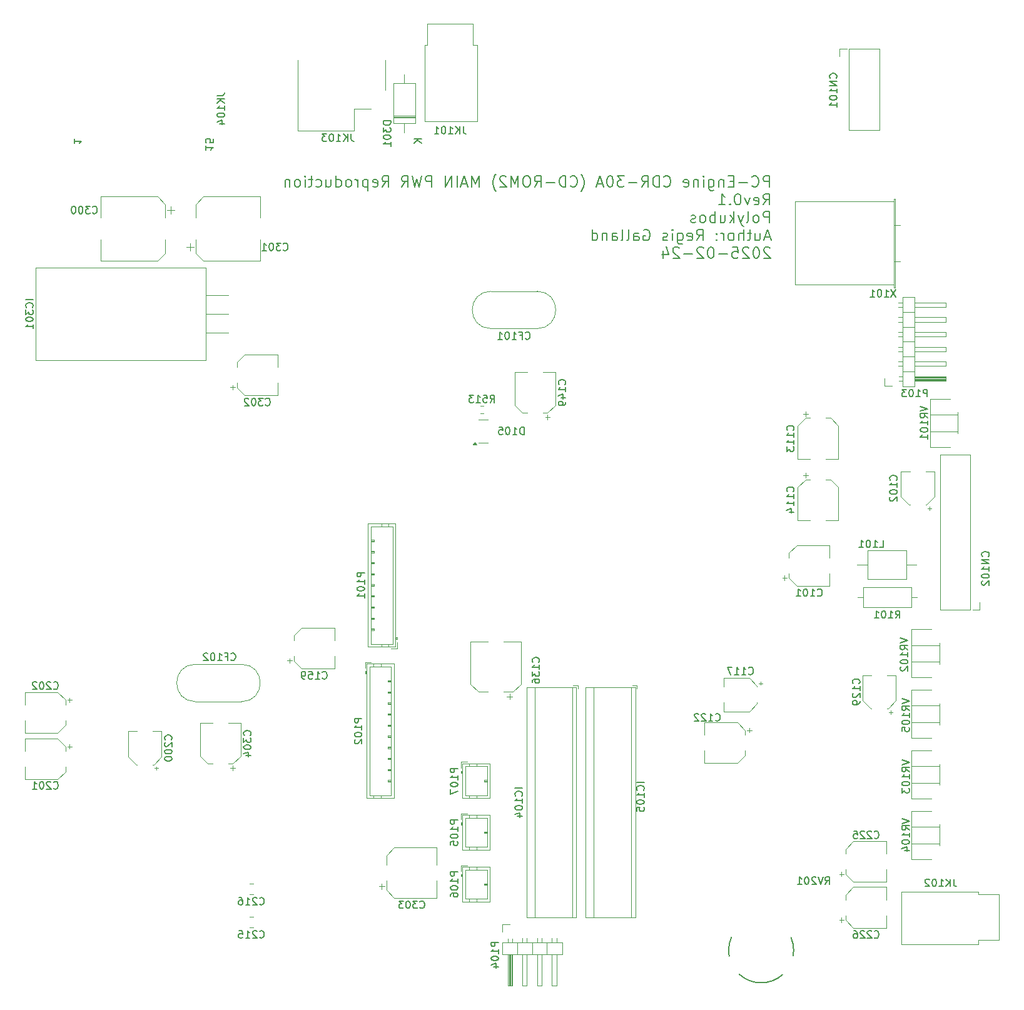
<source format=gbr>
%TF.GenerationSoftware,KiCad,Pcbnew,8.0.9-8.0.9-0~ubuntu24.04.1*%
%TF.CreationDate,2025-02-24T19:11:30+01:00*%
%TF.ProjectId,Main_PCB,4d61696e-5f50-4434-922e-6b696361645f,0.1*%
%TF.SameCoordinates,Original*%
%TF.FileFunction,Legend,Bot*%
%TF.FilePolarity,Positive*%
%FSLAX46Y46*%
G04 Gerber Fmt 4.6, Leading zero omitted, Abs format (unit mm)*
G04 Created by KiCad (PCBNEW 8.0.9-8.0.9-0~ubuntu24.04.1) date 2025-02-24 19:11:30*
%MOMM*%
%LPD*%
G01*
G04 APERTURE LIST*
%ADD10C,0.187500*%
%ADD11C,0.150000*%
%ADD12C,0.120000*%
G04 APERTURE END LIST*
D10*
X148119502Y-97347014D02*
X148119502Y-95847014D01*
X148119502Y-95847014D02*
X147548073Y-95847014D01*
X147548073Y-95847014D02*
X147405216Y-95918443D01*
X147405216Y-95918443D02*
X147333787Y-95989871D01*
X147333787Y-95989871D02*
X147262359Y-96132728D01*
X147262359Y-96132728D02*
X147262359Y-96347014D01*
X147262359Y-96347014D02*
X147333787Y-96489871D01*
X147333787Y-96489871D02*
X147405216Y-96561300D01*
X147405216Y-96561300D02*
X147548073Y-96632728D01*
X147548073Y-96632728D02*
X148119502Y-96632728D01*
X145762359Y-97204157D02*
X145833787Y-97275586D01*
X145833787Y-97275586D02*
X146048073Y-97347014D01*
X146048073Y-97347014D02*
X146190930Y-97347014D01*
X146190930Y-97347014D02*
X146405216Y-97275586D01*
X146405216Y-97275586D02*
X146548073Y-97132728D01*
X146548073Y-97132728D02*
X146619502Y-96989871D01*
X146619502Y-96989871D02*
X146690930Y-96704157D01*
X146690930Y-96704157D02*
X146690930Y-96489871D01*
X146690930Y-96489871D02*
X146619502Y-96204157D01*
X146619502Y-96204157D02*
X146548073Y-96061300D01*
X146548073Y-96061300D02*
X146405216Y-95918443D01*
X146405216Y-95918443D02*
X146190930Y-95847014D01*
X146190930Y-95847014D02*
X146048073Y-95847014D01*
X146048073Y-95847014D02*
X145833787Y-95918443D01*
X145833787Y-95918443D02*
X145762359Y-95989871D01*
X145119502Y-96775586D02*
X143976645Y-96775586D01*
X143262359Y-96561300D02*
X142762359Y-96561300D01*
X142548073Y-97347014D02*
X143262359Y-97347014D01*
X143262359Y-97347014D02*
X143262359Y-95847014D01*
X143262359Y-95847014D02*
X142548073Y-95847014D01*
X141905216Y-96347014D02*
X141905216Y-97347014D01*
X141905216Y-96489871D02*
X141833787Y-96418443D01*
X141833787Y-96418443D02*
X141690930Y-96347014D01*
X141690930Y-96347014D02*
X141476644Y-96347014D01*
X141476644Y-96347014D02*
X141333787Y-96418443D01*
X141333787Y-96418443D02*
X141262359Y-96561300D01*
X141262359Y-96561300D02*
X141262359Y-97347014D01*
X139905216Y-96347014D02*
X139905216Y-97561300D01*
X139905216Y-97561300D02*
X139976644Y-97704157D01*
X139976644Y-97704157D02*
X140048073Y-97775586D01*
X140048073Y-97775586D02*
X140190930Y-97847014D01*
X140190930Y-97847014D02*
X140405216Y-97847014D01*
X140405216Y-97847014D02*
X140548073Y-97775586D01*
X139905216Y-97275586D02*
X140048073Y-97347014D01*
X140048073Y-97347014D02*
X140333787Y-97347014D01*
X140333787Y-97347014D02*
X140476644Y-97275586D01*
X140476644Y-97275586D02*
X140548073Y-97204157D01*
X140548073Y-97204157D02*
X140619501Y-97061300D01*
X140619501Y-97061300D02*
X140619501Y-96632728D01*
X140619501Y-96632728D02*
X140548073Y-96489871D01*
X140548073Y-96489871D02*
X140476644Y-96418443D01*
X140476644Y-96418443D02*
X140333787Y-96347014D01*
X140333787Y-96347014D02*
X140048073Y-96347014D01*
X140048073Y-96347014D02*
X139905216Y-96418443D01*
X139190930Y-97347014D02*
X139190930Y-96347014D01*
X139190930Y-95847014D02*
X139262358Y-95918443D01*
X139262358Y-95918443D02*
X139190930Y-95989871D01*
X139190930Y-95989871D02*
X139119501Y-95918443D01*
X139119501Y-95918443D02*
X139190930Y-95847014D01*
X139190930Y-95847014D02*
X139190930Y-95989871D01*
X138476644Y-96347014D02*
X138476644Y-97347014D01*
X138476644Y-96489871D02*
X138405215Y-96418443D01*
X138405215Y-96418443D02*
X138262358Y-96347014D01*
X138262358Y-96347014D02*
X138048072Y-96347014D01*
X138048072Y-96347014D02*
X137905215Y-96418443D01*
X137905215Y-96418443D02*
X137833787Y-96561300D01*
X137833787Y-96561300D02*
X137833787Y-97347014D01*
X136548072Y-97275586D02*
X136690929Y-97347014D01*
X136690929Y-97347014D02*
X136976644Y-97347014D01*
X136976644Y-97347014D02*
X137119501Y-97275586D01*
X137119501Y-97275586D02*
X137190929Y-97132728D01*
X137190929Y-97132728D02*
X137190929Y-96561300D01*
X137190929Y-96561300D02*
X137119501Y-96418443D01*
X137119501Y-96418443D02*
X136976644Y-96347014D01*
X136976644Y-96347014D02*
X136690929Y-96347014D01*
X136690929Y-96347014D02*
X136548072Y-96418443D01*
X136548072Y-96418443D02*
X136476644Y-96561300D01*
X136476644Y-96561300D02*
X136476644Y-96704157D01*
X136476644Y-96704157D02*
X137190929Y-96847014D01*
X133833787Y-97204157D02*
X133905215Y-97275586D01*
X133905215Y-97275586D02*
X134119501Y-97347014D01*
X134119501Y-97347014D02*
X134262358Y-97347014D01*
X134262358Y-97347014D02*
X134476644Y-97275586D01*
X134476644Y-97275586D02*
X134619501Y-97132728D01*
X134619501Y-97132728D02*
X134690930Y-96989871D01*
X134690930Y-96989871D02*
X134762358Y-96704157D01*
X134762358Y-96704157D02*
X134762358Y-96489871D01*
X134762358Y-96489871D02*
X134690930Y-96204157D01*
X134690930Y-96204157D02*
X134619501Y-96061300D01*
X134619501Y-96061300D02*
X134476644Y-95918443D01*
X134476644Y-95918443D02*
X134262358Y-95847014D01*
X134262358Y-95847014D02*
X134119501Y-95847014D01*
X134119501Y-95847014D02*
X133905215Y-95918443D01*
X133905215Y-95918443D02*
X133833787Y-95989871D01*
X133190930Y-97347014D02*
X133190930Y-95847014D01*
X133190930Y-95847014D02*
X132833787Y-95847014D01*
X132833787Y-95847014D02*
X132619501Y-95918443D01*
X132619501Y-95918443D02*
X132476644Y-96061300D01*
X132476644Y-96061300D02*
X132405215Y-96204157D01*
X132405215Y-96204157D02*
X132333787Y-96489871D01*
X132333787Y-96489871D02*
X132333787Y-96704157D01*
X132333787Y-96704157D02*
X132405215Y-96989871D01*
X132405215Y-96989871D02*
X132476644Y-97132728D01*
X132476644Y-97132728D02*
X132619501Y-97275586D01*
X132619501Y-97275586D02*
X132833787Y-97347014D01*
X132833787Y-97347014D02*
X133190930Y-97347014D01*
X130833787Y-97347014D02*
X131333787Y-96632728D01*
X131690930Y-97347014D02*
X131690930Y-95847014D01*
X131690930Y-95847014D02*
X131119501Y-95847014D01*
X131119501Y-95847014D02*
X130976644Y-95918443D01*
X130976644Y-95918443D02*
X130905215Y-95989871D01*
X130905215Y-95989871D02*
X130833787Y-96132728D01*
X130833787Y-96132728D02*
X130833787Y-96347014D01*
X130833787Y-96347014D02*
X130905215Y-96489871D01*
X130905215Y-96489871D02*
X130976644Y-96561300D01*
X130976644Y-96561300D02*
X131119501Y-96632728D01*
X131119501Y-96632728D02*
X131690930Y-96632728D01*
X130190930Y-96775586D02*
X129048073Y-96775586D01*
X128476644Y-95847014D02*
X127548072Y-95847014D01*
X127548072Y-95847014D02*
X128048072Y-96418443D01*
X128048072Y-96418443D02*
X127833787Y-96418443D01*
X127833787Y-96418443D02*
X127690930Y-96489871D01*
X127690930Y-96489871D02*
X127619501Y-96561300D01*
X127619501Y-96561300D02*
X127548072Y-96704157D01*
X127548072Y-96704157D02*
X127548072Y-97061300D01*
X127548072Y-97061300D02*
X127619501Y-97204157D01*
X127619501Y-97204157D02*
X127690930Y-97275586D01*
X127690930Y-97275586D02*
X127833787Y-97347014D01*
X127833787Y-97347014D02*
X128262358Y-97347014D01*
X128262358Y-97347014D02*
X128405215Y-97275586D01*
X128405215Y-97275586D02*
X128476644Y-97204157D01*
X126619501Y-95847014D02*
X126476644Y-95847014D01*
X126476644Y-95847014D02*
X126333787Y-95918443D01*
X126333787Y-95918443D02*
X126262359Y-95989871D01*
X126262359Y-95989871D02*
X126190930Y-96132728D01*
X126190930Y-96132728D02*
X126119501Y-96418443D01*
X126119501Y-96418443D02*
X126119501Y-96775586D01*
X126119501Y-96775586D02*
X126190930Y-97061300D01*
X126190930Y-97061300D02*
X126262359Y-97204157D01*
X126262359Y-97204157D02*
X126333787Y-97275586D01*
X126333787Y-97275586D02*
X126476644Y-97347014D01*
X126476644Y-97347014D02*
X126619501Y-97347014D01*
X126619501Y-97347014D02*
X126762359Y-97275586D01*
X126762359Y-97275586D02*
X126833787Y-97204157D01*
X126833787Y-97204157D02*
X126905216Y-97061300D01*
X126905216Y-97061300D02*
X126976644Y-96775586D01*
X126976644Y-96775586D02*
X126976644Y-96418443D01*
X126976644Y-96418443D02*
X126905216Y-96132728D01*
X126905216Y-96132728D02*
X126833787Y-95989871D01*
X126833787Y-95989871D02*
X126762359Y-95918443D01*
X126762359Y-95918443D02*
X126619501Y-95847014D01*
X125548073Y-96918443D02*
X124833788Y-96918443D01*
X125690930Y-97347014D02*
X125190930Y-95847014D01*
X125190930Y-95847014D02*
X124690930Y-97347014D01*
X122619502Y-97918443D02*
X122690931Y-97847014D01*
X122690931Y-97847014D02*
X122833788Y-97632728D01*
X122833788Y-97632728D02*
X122905217Y-97489871D01*
X122905217Y-97489871D02*
X122976645Y-97275586D01*
X122976645Y-97275586D02*
X123048074Y-96918443D01*
X123048074Y-96918443D02*
X123048074Y-96632728D01*
X123048074Y-96632728D02*
X122976645Y-96275586D01*
X122976645Y-96275586D02*
X122905217Y-96061300D01*
X122905217Y-96061300D02*
X122833788Y-95918443D01*
X122833788Y-95918443D02*
X122690931Y-95704157D01*
X122690931Y-95704157D02*
X122619502Y-95632728D01*
X121190931Y-97204157D02*
X121262359Y-97275586D01*
X121262359Y-97275586D02*
X121476645Y-97347014D01*
X121476645Y-97347014D02*
X121619502Y-97347014D01*
X121619502Y-97347014D02*
X121833788Y-97275586D01*
X121833788Y-97275586D02*
X121976645Y-97132728D01*
X121976645Y-97132728D02*
X122048074Y-96989871D01*
X122048074Y-96989871D02*
X122119502Y-96704157D01*
X122119502Y-96704157D02*
X122119502Y-96489871D01*
X122119502Y-96489871D02*
X122048074Y-96204157D01*
X122048074Y-96204157D02*
X121976645Y-96061300D01*
X121976645Y-96061300D02*
X121833788Y-95918443D01*
X121833788Y-95918443D02*
X121619502Y-95847014D01*
X121619502Y-95847014D02*
X121476645Y-95847014D01*
X121476645Y-95847014D02*
X121262359Y-95918443D01*
X121262359Y-95918443D02*
X121190931Y-95989871D01*
X120548074Y-97347014D02*
X120548074Y-95847014D01*
X120548074Y-95847014D02*
X120190931Y-95847014D01*
X120190931Y-95847014D02*
X119976645Y-95918443D01*
X119976645Y-95918443D02*
X119833788Y-96061300D01*
X119833788Y-96061300D02*
X119762359Y-96204157D01*
X119762359Y-96204157D02*
X119690931Y-96489871D01*
X119690931Y-96489871D02*
X119690931Y-96704157D01*
X119690931Y-96704157D02*
X119762359Y-96989871D01*
X119762359Y-96989871D02*
X119833788Y-97132728D01*
X119833788Y-97132728D02*
X119976645Y-97275586D01*
X119976645Y-97275586D02*
X120190931Y-97347014D01*
X120190931Y-97347014D02*
X120548074Y-97347014D01*
X119048074Y-96775586D02*
X117905217Y-96775586D01*
X116333788Y-97347014D02*
X116833788Y-96632728D01*
X117190931Y-97347014D02*
X117190931Y-95847014D01*
X117190931Y-95847014D02*
X116619502Y-95847014D01*
X116619502Y-95847014D02*
X116476645Y-95918443D01*
X116476645Y-95918443D02*
X116405216Y-95989871D01*
X116405216Y-95989871D02*
X116333788Y-96132728D01*
X116333788Y-96132728D02*
X116333788Y-96347014D01*
X116333788Y-96347014D02*
X116405216Y-96489871D01*
X116405216Y-96489871D02*
X116476645Y-96561300D01*
X116476645Y-96561300D02*
X116619502Y-96632728D01*
X116619502Y-96632728D02*
X117190931Y-96632728D01*
X115405216Y-95847014D02*
X115119502Y-95847014D01*
X115119502Y-95847014D02*
X114976645Y-95918443D01*
X114976645Y-95918443D02*
X114833788Y-96061300D01*
X114833788Y-96061300D02*
X114762359Y-96347014D01*
X114762359Y-96347014D02*
X114762359Y-96847014D01*
X114762359Y-96847014D02*
X114833788Y-97132728D01*
X114833788Y-97132728D02*
X114976645Y-97275586D01*
X114976645Y-97275586D02*
X115119502Y-97347014D01*
X115119502Y-97347014D02*
X115405216Y-97347014D01*
X115405216Y-97347014D02*
X115548074Y-97275586D01*
X115548074Y-97275586D02*
X115690931Y-97132728D01*
X115690931Y-97132728D02*
X115762359Y-96847014D01*
X115762359Y-96847014D02*
X115762359Y-96347014D01*
X115762359Y-96347014D02*
X115690931Y-96061300D01*
X115690931Y-96061300D02*
X115548074Y-95918443D01*
X115548074Y-95918443D02*
X115405216Y-95847014D01*
X114119502Y-97347014D02*
X114119502Y-95847014D01*
X114119502Y-95847014D02*
X113619502Y-96918443D01*
X113619502Y-96918443D02*
X113119502Y-95847014D01*
X113119502Y-95847014D02*
X113119502Y-97347014D01*
X112476644Y-95989871D02*
X112405216Y-95918443D01*
X112405216Y-95918443D02*
X112262359Y-95847014D01*
X112262359Y-95847014D02*
X111905216Y-95847014D01*
X111905216Y-95847014D02*
X111762359Y-95918443D01*
X111762359Y-95918443D02*
X111690930Y-95989871D01*
X111690930Y-95989871D02*
X111619501Y-96132728D01*
X111619501Y-96132728D02*
X111619501Y-96275586D01*
X111619501Y-96275586D02*
X111690930Y-96489871D01*
X111690930Y-96489871D02*
X112548073Y-97347014D01*
X112548073Y-97347014D02*
X111619501Y-97347014D01*
X111119502Y-97918443D02*
X111048073Y-97847014D01*
X111048073Y-97847014D02*
X110905216Y-97632728D01*
X110905216Y-97632728D02*
X110833788Y-97489871D01*
X110833788Y-97489871D02*
X110762359Y-97275586D01*
X110762359Y-97275586D02*
X110690930Y-96918443D01*
X110690930Y-96918443D02*
X110690930Y-96632728D01*
X110690930Y-96632728D02*
X110762359Y-96275586D01*
X110762359Y-96275586D02*
X110833788Y-96061300D01*
X110833788Y-96061300D02*
X110905216Y-95918443D01*
X110905216Y-95918443D02*
X111048073Y-95704157D01*
X111048073Y-95704157D02*
X111119502Y-95632728D01*
X108833788Y-97347014D02*
X108833788Y-95847014D01*
X108833788Y-95847014D02*
X108333788Y-96918443D01*
X108333788Y-96918443D02*
X107833788Y-95847014D01*
X107833788Y-95847014D02*
X107833788Y-97347014D01*
X107190930Y-96918443D02*
X106476645Y-96918443D01*
X107333787Y-97347014D02*
X106833787Y-95847014D01*
X106833787Y-95847014D02*
X106333787Y-97347014D01*
X105833788Y-97347014D02*
X105833788Y-95847014D01*
X105119502Y-97347014D02*
X105119502Y-95847014D01*
X105119502Y-95847014D02*
X104262359Y-97347014D01*
X104262359Y-97347014D02*
X104262359Y-95847014D01*
X102405216Y-97347014D02*
X102405216Y-95847014D01*
X102405216Y-95847014D02*
X101833787Y-95847014D01*
X101833787Y-95847014D02*
X101690930Y-95918443D01*
X101690930Y-95918443D02*
X101619501Y-95989871D01*
X101619501Y-95989871D02*
X101548073Y-96132728D01*
X101548073Y-96132728D02*
X101548073Y-96347014D01*
X101548073Y-96347014D02*
X101619501Y-96489871D01*
X101619501Y-96489871D02*
X101690930Y-96561300D01*
X101690930Y-96561300D02*
X101833787Y-96632728D01*
X101833787Y-96632728D02*
X102405216Y-96632728D01*
X101048073Y-95847014D02*
X100690930Y-97347014D01*
X100690930Y-97347014D02*
X100405216Y-96275586D01*
X100405216Y-96275586D02*
X100119501Y-97347014D01*
X100119501Y-97347014D02*
X99762359Y-95847014D01*
X98333787Y-97347014D02*
X98833787Y-96632728D01*
X99190930Y-97347014D02*
X99190930Y-95847014D01*
X99190930Y-95847014D02*
X98619501Y-95847014D01*
X98619501Y-95847014D02*
X98476644Y-95918443D01*
X98476644Y-95918443D02*
X98405215Y-95989871D01*
X98405215Y-95989871D02*
X98333787Y-96132728D01*
X98333787Y-96132728D02*
X98333787Y-96347014D01*
X98333787Y-96347014D02*
X98405215Y-96489871D01*
X98405215Y-96489871D02*
X98476644Y-96561300D01*
X98476644Y-96561300D02*
X98619501Y-96632728D01*
X98619501Y-96632728D02*
X99190930Y-96632728D01*
X95690930Y-97347014D02*
X96190930Y-96632728D01*
X96548073Y-97347014D02*
X96548073Y-95847014D01*
X96548073Y-95847014D02*
X95976644Y-95847014D01*
X95976644Y-95847014D02*
X95833787Y-95918443D01*
X95833787Y-95918443D02*
X95762358Y-95989871D01*
X95762358Y-95989871D02*
X95690930Y-96132728D01*
X95690930Y-96132728D02*
X95690930Y-96347014D01*
X95690930Y-96347014D02*
X95762358Y-96489871D01*
X95762358Y-96489871D02*
X95833787Y-96561300D01*
X95833787Y-96561300D02*
X95976644Y-96632728D01*
X95976644Y-96632728D02*
X96548073Y-96632728D01*
X94476644Y-97275586D02*
X94619501Y-97347014D01*
X94619501Y-97347014D02*
X94905216Y-97347014D01*
X94905216Y-97347014D02*
X95048073Y-97275586D01*
X95048073Y-97275586D02*
X95119501Y-97132728D01*
X95119501Y-97132728D02*
X95119501Y-96561300D01*
X95119501Y-96561300D02*
X95048073Y-96418443D01*
X95048073Y-96418443D02*
X94905216Y-96347014D01*
X94905216Y-96347014D02*
X94619501Y-96347014D01*
X94619501Y-96347014D02*
X94476644Y-96418443D01*
X94476644Y-96418443D02*
X94405216Y-96561300D01*
X94405216Y-96561300D02*
X94405216Y-96704157D01*
X94405216Y-96704157D02*
X95119501Y-96847014D01*
X93762359Y-96347014D02*
X93762359Y-97847014D01*
X93762359Y-96418443D02*
X93619502Y-96347014D01*
X93619502Y-96347014D02*
X93333787Y-96347014D01*
X93333787Y-96347014D02*
X93190930Y-96418443D01*
X93190930Y-96418443D02*
X93119502Y-96489871D01*
X93119502Y-96489871D02*
X93048073Y-96632728D01*
X93048073Y-96632728D02*
X93048073Y-97061300D01*
X93048073Y-97061300D02*
X93119502Y-97204157D01*
X93119502Y-97204157D02*
X93190930Y-97275586D01*
X93190930Y-97275586D02*
X93333787Y-97347014D01*
X93333787Y-97347014D02*
X93619502Y-97347014D01*
X93619502Y-97347014D02*
X93762359Y-97275586D01*
X92405216Y-97347014D02*
X92405216Y-96347014D01*
X92405216Y-96632728D02*
X92333787Y-96489871D01*
X92333787Y-96489871D02*
X92262359Y-96418443D01*
X92262359Y-96418443D02*
X92119501Y-96347014D01*
X92119501Y-96347014D02*
X91976644Y-96347014D01*
X91262359Y-97347014D02*
X91405216Y-97275586D01*
X91405216Y-97275586D02*
X91476645Y-97204157D01*
X91476645Y-97204157D02*
X91548073Y-97061300D01*
X91548073Y-97061300D02*
X91548073Y-96632728D01*
X91548073Y-96632728D02*
X91476645Y-96489871D01*
X91476645Y-96489871D02*
X91405216Y-96418443D01*
X91405216Y-96418443D02*
X91262359Y-96347014D01*
X91262359Y-96347014D02*
X91048073Y-96347014D01*
X91048073Y-96347014D02*
X90905216Y-96418443D01*
X90905216Y-96418443D02*
X90833788Y-96489871D01*
X90833788Y-96489871D02*
X90762359Y-96632728D01*
X90762359Y-96632728D02*
X90762359Y-97061300D01*
X90762359Y-97061300D02*
X90833788Y-97204157D01*
X90833788Y-97204157D02*
X90905216Y-97275586D01*
X90905216Y-97275586D02*
X91048073Y-97347014D01*
X91048073Y-97347014D02*
X91262359Y-97347014D01*
X89476645Y-97347014D02*
X89476645Y-95847014D01*
X89476645Y-97275586D02*
X89619502Y-97347014D01*
X89619502Y-97347014D02*
X89905216Y-97347014D01*
X89905216Y-97347014D02*
X90048073Y-97275586D01*
X90048073Y-97275586D02*
X90119502Y-97204157D01*
X90119502Y-97204157D02*
X90190930Y-97061300D01*
X90190930Y-97061300D02*
X90190930Y-96632728D01*
X90190930Y-96632728D02*
X90119502Y-96489871D01*
X90119502Y-96489871D02*
X90048073Y-96418443D01*
X90048073Y-96418443D02*
X89905216Y-96347014D01*
X89905216Y-96347014D02*
X89619502Y-96347014D01*
X89619502Y-96347014D02*
X89476645Y-96418443D01*
X88119502Y-96347014D02*
X88119502Y-97347014D01*
X88762359Y-96347014D02*
X88762359Y-97132728D01*
X88762359Y-97132728D02*
X88690930Y-97275586D01*
X88690930Y-97275586D02*
X88548073Y-97347014D01*
X88548073Y-97347014D02*
X88333787Y-97347014D01*
X88333787Y-97347014D02*
X88190930Y-97275586D01*
X88190930Y-97275586D02*
X88119502Y-97204157D01*
X86762359Y-97275586D02*
X86905216Y-97347014D01*
X86905216Y-97347014D02*
X87190930Y-97347014D01*
X87190930Y-97347014D02*
X87333787Y-97275586D01*
X87333787Y-97275586D02*
X87405216Y-97204157D01*
X87405216Y-97204157D02*
X87476644Y-97061300D01*
X87476644Y-97061300D02*
X87476644Y-96632728D01*
X87476644Y-96632728D02*
X87405216Y-96489871D01*
X87405216Y-96489871D02*
X87333787Y-96418443D01*
X87333787Y-96418443D02*
X87190930Y-96347014D01*
X87190930Y-96347014D02*
X86905216Y-96347014D01*
X86905216Y-96347014D02*
X86762359Y-96418443D01*
X86333787Y-96347014D02*
X85762359Y-96347014D01*
X86119502Y-95847014D02*
X86119502Y-97132728D01*
X86119502Y-97132728D02*
X86048073Y-97275586D01*
X86048073Y-97275586D02*
X85905216Y-97347014D01*
X85905216Y-97347014D02*
X85762359Y-97347014D01*
X85262359Y-97347014D02*
X85262359Y-96347014D01*
X85262359Y-95847014D02*
X85333787Y-95918443D01*
X85333787Y-95918443D02*
X85262359Y-95989871D01*
X85262359Y-95989871D02*
X85190930Y-95918443D01*
X85190930Y-95918443D02*
X85262359Y-95847014D01*
X85262359Y-95847014D02*
X85262359Y-95989871D01*
X84333787Y-97347014D02*
X84476644Y-97275586D01*
X84476644Y-97275586D02*
X84548073Y-97204157D01*
X84548073Y-97204157D02*
X84619501Y-97061300D01*
X84619501Y-97061300D02*
X84619501Y-96632728D01*
X84619501Y-96632728D02*
X84548073Y-96489871D01*
X84548073Y-96489871D02*
X84476644Y-96418443D01*
X84476644Y-96418443D02*
X84333787Y-96347014D01*
X84333787Y-96347014D02*
X84119501Y-96347014D01*
X84119501Y-96347014D02*
X83976644Y-96418443D01*
X83976644Y-96418443D02*
X83905216Y-96489871D01*
X83905216Y-96489871D02*
X83833787Y-96632728D01*
X83833787Y-96632728D02*
X83833787Y-97061300D01*
X83833787Y-97061300D02*
X83905216Y-97204157D01*
X83905216Y-97204157D02*
X83976644Y-97275586D01*
X83976644Y-97275586D02*
X84119501Y-97347014D01*
X84119501Y-97347014D02*
X84333787Y-97347014D01*
X83190930Y-96347014D02*
X83190930Y-97347014D01*
X83190930Y-96489871D02*
X83119501Y-96418443D01*
X83119501Y-96418443D02*
X82976644Y-96347014D01*
X82976644Y-96347014D02*
X82762358Y-96347014D01*
X82762358Y-96347014D02*
X82619501Y-96418443D01*
X82619501Y-96418443D02*
X82548073Y-96561300D01*
X82548073Y-96561300D02*
X82548073Y-97347014D01*
X147262359Y-99761930D02*
X147762359Y-99047644D01*
X148119502Y-99761930D02*
X148119502Y-98261930D01*
X148119502Y-98261930D02*
X147548073Y-98261930D01*
X147548073Y-98261930D02*
X147405216Y-98333359D01*
X147405216Y-98333359D02*
X147333787Y-98404787D01*
X147333787Y-98404787D02*
X147262359Y-98547644D01*
X147262359Y-98547644D02*
X147262359Y-98761930D01*
X147262359Y-98761930D02*
X147333787Y-98904787D01*
X147333787Y-98904787D02*
X147405216Y-98976216D01*
X147405216Y-98976216D02*
X147548073Y-99047644D01*
X147548073Y-99047644D02*
X148119502Y-99047644D01*
X146048073Y-99690502D02*
X146190930Y-99761930D01*
X146190930Y-99761930D02*
X146476645Y-99761930D01*
X146476645Y-99761930D02*
X146619502Y-99690502D01*
X146619502Y-99690502D02*
X146690930Y-99547644D01*
X146690930Y-99547644D02*
X146690930Y-98976216D01*
X146690930Y-98976216D02*
X146619502Y-98833359D01*
X146619502Y-98833359D02*
X146476645Y-98761930D01*
X146476645Y-98761930D02*
X146190930Y-98761930D01*
X146190930Y-98761930D02*
X146048073Y-98833359D01*
X146048073Y-98833359D02*
X145976645Y-98976216D01*
X145976645Y-98976216D02*
X145976645Y-99119073D01*
X145976645Y-99119073D02*
X146690930Y-99261930D01*
X145476645Y-98761930D02*
X145119502Y-99761930D01*
X145119502Y-99761930D02*
X144762359Y-98761930D01*
X143905216Y-98261930D02*
X143762359Y-98261930D01*
X143762359Y-98261930D02*
X143619502Y-98333359D01*
X143619502Y-98333359D02*
X143548074Y-98404787D01*
X143548074Y-98404787D02*
X143476645Y-98547644D01*
X143476645Y-98547644D02*
X143405216Y-98833359D01*
X143405216Y-98833359D02*
X143405216Y-99190502D01*
X143405216Y-99190502D02*
X143476645Y-99476216D01*
X143476645Y-99476216D02*
X143548074Y-99619073D01*
X143548074Y-99619073D02*
X143619502Y-99690502D01*
X143619502Y-99690502D02*
X143762359Y-99761930D01*
X143762359Y-99761930D02*
X143905216Y-99761930D01*
X143905216Y-99761930D02*
X144048074Y-99690502D01*
X144048074Y-99690502D02*
X144119502Y-99619073D01*
X144119502Y-99619073D02*
X144190931Y-99476216D01*
X144190931Y-99476216D02*
X144262359Y-99190502D01*
X144262359Y-99190502D02*
X144262359Y-98833359D01*
X144262359Y-98833359D02*
X144190931Y-98547644D01*
X144190931Y-98547644D02*
X144119502Y-98404787D01*
X144119502Y-98404787D02*
X144048074Y-98333359D01*
X144048074Y-98333359D02*
X143905216Y-98261930D01*
X142762360Y-99619073D02*
X142690931Y-99690502D01*
X142690931Y-99690502D02*
X142762360Y-99761930D01*
X142762360Y-99761930D02*
X142833788Y-99690502D01*
X142833788Y-99690502D02*
X142762360Y-99619073D01*
X142762360Y-99619073D02*
X142762360Y-99761930D01*
X141262359Y-99761930D02*
X142119502Y-99761930D01*
X141690931Y-99761930D02*
X141690931Y-98261930D01*
X141690931Y-98261930D02*
X141833788Y-98476216D01*
X141833788Y-98476216D02*
X141976645Y-98619073D01*
X141976645Y-98619073D02*
X142119502Y-98690502D01*
X148119502Y-102176846D02*
X148119502Y-100676846D01*
X148119502Y-100676846D02*
X147548073Y-100676846D01*
X147548073Y-100676846D02*
X147405216Y-100748275D01*
X147405216Y-100748275D02*
X147333787Y-100819703D01*
X147333787Y-100819703D02*
X147262359Y-100962560D01*
X147262359Y-100962560D02*
X147262359Y-101176846D01*
X147262359Y-101176846D02*
X147333787Y-101319703D01*
X147333787Y-101319703D02*
X147405216Y-101391132D01*
X147405216Y-101391132D02*
X147548073Y-101462560D01*
X147548073Y-101462560D02*
X148119502Y-101462560D01*
X146405216Y-102176846D02*
X146548073Y-102105418D01*
X146548073Y-102105418D02*
X146619502Y-102033989D01*
X146619502Y-102033989D02*
X146690930Y-101891132D01*
X146690930Y-101891132D02*
X146690930Y-101462560D01*
X146690930Y-101462560D02*
X146619502Y-101319703D01*
X146619502Y-101319703D02*
X146548073Y-101248275D01*
X146548073Y-101248275D02*
X146405216Y-101176846D01*
X146405216Y-101176846D02*
X146190930Y-101176846D01*
X146190930Y-101176846D02*
X146048073Y-101248275D01*
X146048073Y-101248275D02*
X145976645Y-101319703D01*
X145976645Y-101319703D02*
X145905216Y-101462560D01*
X145905216Y-101462560D02*
X145905216Y-101891132D01*
X145905216Y-101891132D02*
X145976645Y-102033989D01*
X145976645Y-102033989D02*
X146048073Y-102105418D01*
X146048073Y-102105418D02*
X146190930Y-102176846D01*
X146190930Y-102176846D02*
X146405216Y-102176846D01*
X145048073Y-102176846D02*
X145190930Y-102105418D01*
X145190930Y-102105418D02*
X145262359Y-101962560D01*
X145262359Y-101962560D02*
X145262359Y-100676846D01*
X144619502Y-101176846D02*
X144262359Y-102176846D01*
X143905216Y-101176846D02*
X144262359Y-102176846D01*
X144262359Y-102176846D02*
X144405216Y-102533989D01*
X144405216Y-102533989D02*
X144476645Y-102605418D01*
X144476645Y-102605418D02*
X144619502Y-102676846D01*
X143333788Y-102176846D02*
X143333788Y-100676846D01*
X143190931Y-101605418D02*
X142762359Y-102176846D01*
X142762359Y-101176846D02*
X143333788Y-101748275D01*
X141476645Y-101176846D02*
X141476645Y-102176846D01*
X142119502Y-101176846D02*
X142119502Y-101962560D01*
X142119502Y-101962560D02*
X142048073Y-102105418D01*
X142048073Y-102105418D02*
X141905216Y-102176846D01*
X141905216Y-102176846D02*
X141690930Y-102176846D01*
X141690930Y-102176846D02*
X141548073Y-102105418D01*
X141548073Y-102105418D02*
X141476645Y-102033989D01*
X140762359Y-102176846D02*
X140762359Y-100676846D01*
X140762359Y-101248275D02*
X140619502Y-101176846D01*
X140619502Y-101176846D02*
X140333787Y-101176846D01*
X140333787Y-101176846D02*
X140190930Y-101248275D01*
X140190930Y-101248275D02*
X140119502Y-101319703D01*
X140119502Y-101319703D02*
X140048073Y-101462560D01*
X140048073Y-101462560D02*
X140048073Y-101891132D01*
X140048073Y-101891132D02*
X140119502Y-102033989D01*
X140119502Y-102033989D02*
X140190930Y-102105418D01*
X140190930Y-102105418D02*
X140333787Y-102176846D01*
X140333787Y-102176846D02*
X140619502Y-102176846D01*
X140619502Y-102176846D02*
X140762359Y-102105418D01*
X139190930Y-102176846D02*
X139333787Y-102105418D01*
X139333787Y-102105418D02*
X139405216Y-102033989D01*
X139405216Y-102033989D02*
X139476644Y-101891132D01*
X139476644Y-101891132D02*
X139476644Y-101462560D01*
X139476644Y-101462560D02*
X139405216Y-101319703D01*
X139405216Y-101319703D02*
X139333787Y-101248275D01*
X139333787Y-101248275D02*
X139190930Y-101176846D01*
X139190930Y-101176846D02*
X138976644Y-101176846D01*
X138976644Y-101176846D02*
X138833787Y-101248275D01*
X138833787Y-101248275D02*
X138762359Y-101319703D01*
X138762359Y-101319703D02*
X138690930Y-101462560D01*
X138690930Y-101462560D02*
X138690930Y-101891132D01*
X138690930Y-101891132D02*
X138762359Y-102033989D01*
X138762359Y-102033989D02*
X138833787Y-102105418D01*
X138833787Y-102105418D02*
X138976644Y-102176846D01*
X138976644Y-102176846D02*
X139190930Y-102176846D01*
X138119501Y-102105418D02*
X137976644Y-102176846D01*
X137976644Y-102176846D02*
X137690930Y-102176846D01*
X137690930Y-102176846D02*
X137548073Y-102105418D01*
X137548073Y-102105418D02*
X137476644Y-101962560D01*
X137476644Y-101962560D02*
X137476644Y-101891132D01*
X137476644Y-101891132D02*
X137548073Y-101748275D01*
X137548073Y-101748275D02*
X137690930Y-101676846D01*
X137690930Y-101676846D02*
X137905216Y-101676846D01*
X137905216Y-101676846D02*
X138048073Y-101605418D01*
X138048073Y-101605418D02*
X138119501Y-101462560D01*
X138119501Y-101462560D02*
X138119501Y-101391132D01*
X138119501Y-101391132D02*
X138048073Y-101248275D01*
X138048073Y-101248275D02*
X137905216Y-101176846D01*
X137905216Y-101176846D02*
X137690930Y-101176846D01*
X137690930Y-101176846D02*
X137548073Y-101248275D01*
X148190930Y-104163191D02*
X147476645Y-104163191D01*
X148333787Y-104591762D02*
X147833787Y-103091762D01*
X147833787Y-103091762D02*
X147333787Y-104591762D01*
X146190931Y-103591762D02*
X146190931Y-104591762D01*
X146833788Y-103591762D02*
X146833788Y-104377476D01*
X146833788Y-104377476D02*
X146762359Y-104520334D01*
X146762359Y-104520334D02*
X146619502Y-104591762D01*
X146619502Y-104591762D02*
X146405216Y-104591762D01*
X146405216Y-104591762D02*
X146262359Y-104520334D01*
X146262359Y-104520334D02*
X146190931Y-104448905D01*
X145690930Y-103591762D02*
X145119502Y-103591762D01*
X145476645Y-103091762D02*
X145476645Y-104377476D01*
X145476645Y-104377476D02*
X145405216Y-104520334D01*
X145405216Y-104520334D02*
X145262359Y-104591762D01*
X145262359Y-104591762D02*
X145119502Y-104591762D01*
X144619502Y-104591762D02*
X144619502Y-103091762D01*
X143976645Y-104591762D02*
X143976645Y-103806048D01*
X143976645Y-103806048D02*
X144048073Y-103663191D01*
X144048073Y-103663191D02*
X144190930Y-103591762D01*
X144190930Y-103591762D02*
X144405216Y-103591762D01*
X144405216Y-103591762D02*
X144548073Y-103663191D01*
X144548073Y-103663191D02*
X144619502Y-103734619D01*
X143048073Y-104591762D02*
X143190930Y-104520334D01*
X143190930Y-104520334D02*
X143262359Y-104448905D01*
X143262359Y-104448905D02*
X143333787Y-104306048D01*
X143333787Y-104306048D02*
X143333787Y-103877476D01*
X143333787Y-103877476D02*
X143262359Y-103734619D01*
X143262359Y-103734619D02*
X143190930Y-103663191D01*
X143190930Y-103663191D02*
X143048073Y-103591762D01*
X143048073Y-103591762D02*
X142833787Y-103591762D01*
X142833787Y-103591762D02*
X142690930Y-103663191D01*
X142690930Y-103663191D02*
X142619502Y-103734619D01*
X142619502Y-103734619D02*
X142548073Y-103877476D01*
X142548073Y-103877476D02*
X142548073Y-104306048D01*
X142548073Y-104306048D02*
X142619502Y-104448905D01*
X142619502Y-104448905D02*
X142690930Y-104520334D01*
X142690930Y-104520334D02*
X142833787Y-104591762D01*
X142833787Y-104591762D02*
X143048073Y-104591762D01*
X141905216Y-104591762D02*
X141905216Y-103591762D01*
X141905216Y-103877476D02*
X141833787Y-103734619D01*
X141833787Y-103734619D02*
X141762359Y-103663191D01*
X141762359Y-103663191D02*
X141619501Y-103591762D01*
X141619501Y-103591762D02*
X141476644Y-103591762D01*
X140976645Y-104448905D02*
X140905216Y-104520334D01*
X140905216Y-104520334D02*
X140976645Y-104591762D01*
X140976645Y-104591762D02*
X141048073Y-104520334D01*
X141048073Y-104520334D02*
X140976645Y-104448905D01*
X140976645Y-104448905D02*
X140976645Y-104591762D01*
X140976645Y-103663191D02*
X140905216Y-103734619D01*
X140905216Y-103734619D02*
X140976645Y-103806048D01*
X140976645Y-103806048D02*
X141048073Y-103734619D01*
X141048073Y-103734619D02*
X140976645Y-103663191D01*
X140976645Y-103663191D02*
X140976645Y-103806048D01*
X138262359Y-104591762D02*
X138762359Y-103877476D01*
X139119502Y-104591762D02*
X139119502Y-103091762D01*
X139119502Y-103091762D02*
X138548073Y-103091762D01*
X138548073Y-103091762D02*
X138405216Y-103163191D01*
X138405216Y-103163191D02*
X138333787Y-103234619D01*
X138333787Y-103234619D02*
X138262359Y-103377476D01*
X138262359Y-103377476D02*
X138262359Y-103591762D01*
X138262359Y-103591762D02*
X138333787Y-103734619D01*
X138333787Y-103734619D02*
X138405216Y-103806048D01*
X138405216Y-103806048D02*
X138548073Y-103877476D01*
X138548073Y-103877476D02*
X139119502Y-103877476D01*
X137048073Y-104520334D02*
X137190930Y-104591762D01*
X137190930Y-104591762D02*
X137476645Y-104591762D01*
X137476645Y-104591762D02*
X137619502Y-104520334D01*
X137619502Y-104520334D02*
X137690930Y-104377476D01*
X137690930Y-104377476D02*
X137690930Y-103806048D01*
X137690930Y-103806048D02*
X137619502Y-103663191D01*
X137619502Y-103663191D02*
X137476645Y-103591762D01*
X137476645Y-103591762D02*
X137190930Y-103591762D01*
X137190930Y-103591762D02*
X137048073Y-103663191D01*
X137048073Y-103663191D02*
X136976645Y-103806048D01*
X136976645Y-103806048D02*
X136976645Y-103948905D01*
X136976645Y-103948905D02*
X137690930Y-104091762D01*
X135690931Y-103591762D02*
X135690931Y-104806048D01*
X135690931Y-104806048D02*
X135762359Y-104948905D01*
X135762359Y-104948905D02*
X135833788Y-105020334D01*
X135833788Y-105020334D02*
X135976645Y-105091762D01*
X135976645Y-105091762D02*
X136190931Y-105091762D01*
X136190931Y-105091762D02*
X136333788Y-105020334D01*
X135690931Y-104520334D02*
X135833788Y-104591762D01*
X135833788Y-104591762D02*
X136119502Y-104591762D01*
X136119502Y-104591762D02*
X136262359Y-104520334D01*
X136262359Y-104520334D02*
X136333788Y-104448905D01*
X136333788Y-104448905D02*
X136405216Y-104306048D01*
X136405216Y-104306048D02*
X136405216Y-103877476D01*
X136405216Y-103877476D02*
X136333788Y-103734619D01*
X136333788Y-103734619D02*
X136262359Y-103663191D01*
X136262359Y-103663191D02*
X136119502Y-103591762D01*
X136119502Y-103591762D02*
X135833788Y-103591762D01*
X135833788Y-103591762D02*
X135690931Y-103663191D01*
X134976645Y-104591762D02*
X134976645Y-103591762D01*
X134976645Y-103091762D02*
X135048073Y-103163191D01*
X135048073Y-103163191D02*
X134976645Y-103234619D01*
X134976645Y-103234619D02*
X134905216Y-103163191D01*
X134905216Y-103163191D02*
X134976645Y-103091762D01*
X134976645Y-103091762D02*
X134976645Y-103234619D01*
X134333787Y-104520334D02*
X134190930Y-104591762D01*
X134190930Y-104591762D02*
X133905216Y-104591762D01*
X133905216Y-104591762D02*
X133762359Y-104520334D01*
X133762359Y-104520334D02*
X133690930Y-104377476D01*
X133690930Y-104377476D02*
X133690930Y-104306048D01*
X133690930Y-104306048D02*
X133762359Y-104163191D01*
X133762359Y-104163191D02*
X133905216Y-104091762D01*
X133905216Y-104091762D02*
X134119502Y-104091762D01*
X134119502Y-104091762D02*
X134262359Y-104020334D01*
X134262359Y-104020334D02*
X134333787Y-103877476D01*
X134333787Y-103877476D02*
X134333787Y-103806048D01*
X134333787Y-103806048D02*
X134262359Y-103663191D01*
X134262359Y-103663191D02*
X134119502Y-103591762D01*
X134119502Y-103591762D02*
X133905216Y-103591762D01*
X133905216Y-103591762D02*
X133762359Y-103663191D01*
X131119501Y-103163191D02*
X131262359Y-103091762D01*
X131262359Y-103091762D02*
X131476644Y-103091762D01*
X131476644Y-103091762D02*
X131690930Y-103163191D01*
X131690930Y-103163191D02*
X131833787Y-103306048D01*
X131833787Y-103306048D02*
X131905216Y-103448905D01*
X131905216Y-103448905D02*
X131976644Y-103734619D01*
X131976644Y-103734619D02*
X131976644Y-103948905D01*
X131976644Y-103948905D02*
X131905216Y-104234619D01*
X131905216Y-104234619D02*
X131833787Y-104377476D01*
X131833787Y-104377476D02*
X131690930Y-104520334D01*
X131690930Y-104520334D02*
X131476644Y-104591762D01*
X131476644Y-104591762D02*
X131333787Y-104591762D01*
X131333787Y-104591762D02*
X131119501Y-104520334D01*
X131119501Y-104520334D02*
X131048073Y-104448905D01*
X131048073Y-104448905D02*
X131048073Y-103948905D01*
X131048073Y-103948905D02*
X131333787Y-103948905D01*
X129762359Y-104591762D02*
X129762359Y-103806048D01*
X129762359Y-103806048D02*
X129833787Y-103663191D01*
X129833787Y-103663191D02*
X129976644Y-103591762D01*
X129976644Y-103591762D02*
X130262359Y-103591762D01*
X130262359Y-103591762D02*
X130405216Y-103663191D01*
X129762359Y-104520334D02*
X129905216Y-104591762D01*
X129905216Y-104591762D02*
X130262359Y-104591762D01*
X130262359Y-104591762D02*
X130405216Y-104520334D01*
X130405216Y-104520334D02*
X130476644Y-104377476D01*
X130476644Y-104377476D02*
X130476644Y-104234619D01*
X130476644Y-104234619D02*
X130405216Y-104091762D01*
X130405216Y-104091762D02*
X130262359Y-104020334D01*
X130262359Y-104020334D02*
X129905216Y-104020334D01*
X129905216Y-104020334D02*
X129762359Y-103948905D01*
X128833787Y-104591762D02*
X128976644Y-104520334D01*
X128976644Y-104520334D02*
X129048073Y-104377476D01*
X129048073Y-104377476D02*
X129048073Y-103091762D01*
X128048073Y-104591762D02*
X128190930Y-104520334D01*
X128190930Y-104520334D02*
X128262359Y-104377476D01*
X128262359Y-104377476D02*
X128262359Y-103091762D01*
X126833788Y-104591762D02*
X126833788Y-103806048D01*
X126833788Y-103806048D02*
X126905216Y-103663191D01*
X126905216Y-103663191D02*
X127048073Y-103591762D01*
X127048073Y-103591762D02*
X127333788Y-103591762D01*
X127333788Y-103591762D02*
X127476645Y-103663191D01*
X126833788Y-104520334D02*
X126976645Y-104591762D01*
X126976645Y-104591762D02*
X127333788Y-104591762D01*
X127333788Y-104591762D02*
X127476645Y-104520334D01*
X127476645Y-104520334D02*
X127548073Y-104377476D01*
X127548073Y-104377476D02*
X127548073Y-104234619D01*
X127548073Y-104234619D02*
X127476645Y-104091762D01*
X127476645Y-104091762D02*
X127333788Y-104020334D01*
X127333788Y-104020334D02*
X126976645Y-104020334D01*
X126976645Y-104020334D02*
X126833788Y-103948905D01*
X126119502Y-103591762D02*
X126119502Y-104591762D01*
X126119502Y-103734619D02*
X126048073Y-103663191D01*
X126048073Y-103663191D02*
X125905216Y-103591762D01*
X125905216Y-103591762D02*
X125690930Y-103591762D01*
X125690930Y-103591762D02*
X125548073Y-103663191D01*
X125548073Y-103663191D02*
X125476645Y-103806048D01*
X125476645Y-103806048D02*
X125476645Y-104591762D01*
X124119502Y-104591762D02*
X124119502Y-103091762D01*
X124119502Y-104520334D02*
X124262359Y-104591762D01*
X124262359Y-104591762D02*
X124548073Y-104591762D01*
X124548073Y-104591762D02*
X124690930Y-104520334D01*
X124690930Y-104520334D02*
X124762359Y-104448905D01*
X124762359Y-104448905D02*
X124833787Y-104306048D01*
X124833787Y-104306048D02*
X124833787Y-103877476D01*
X124833787Y-103877476D02*
X124762359Y-103734619D01*
X124762359Y-103734619D02*
X124690930Y-103663191D01*
X124690930Y-103663191D02*
X124548073Y-103591762D01*
X124548073Y-103591762D02*
X124262359Y-103591762D01*
X124262359Y-103591762D02*
X124119502Y-103663191D01*
X148190930Y-105649535D02*
X148119502Y-105578107D01*
X148119502Y-105578107D02*
X147976645Y-105506678D01*
X147976645Y-105506678D02*
X147619502Y-105506678D01*
X147619502Y-105506678D02*
X147476645Y-105578107D01*
X147476645Y-105578107D02*
X147405216Y-105649535D01*
X147405216Y-105649535D02*
X147333787Y-105792392D01*
X147333787Y-105792392D02*
X147333787Y-105935250D01*
X147333787Y-105935250D02*
X147405216Y-106149535D01*
X147405216Y-106149535D02*
X148262359Y-107006678D01*
X148262359Y-107006678D02*
X147333787Y-107006678D01*
X146405216Y-105506678D02*
X146262359Y-105506678D01*
X146262359Y-105506678D02*
X146119502Y-105578107D01*
X146119502Y-105578107D02*
X146048074Y-105649535D01*
X146048074Y-105649535D02*
X145976645Y-105792392D01*
X145976645Y-105792392D02*
X145905216Y-106078107D01*
X145905216Y-106078107D02*
X145905216Y-106435250D01*
X145905216Y-106435250D02*
X145976645Y-106720964D01*
X145976645Y-106720964D02*
X146048074Y-106863821D01*
X146048074Y-106863821D02*
X146119502Y-106935250D01*
X146119502Y-106935250D02*
X146262359Y-107006678D01*
X146262359Y-107006678D02*
X146405216Y-107006678D01*
X146405216Y-107006678D02*
X146548074Y-106935250D01*
X146548074Y-106935250D02*
X146619502Y-106863821D01*
X146619502Y-106863821D02*
X146690931Y-106720964D01*
X146690931Y-106720964D02*
X146762359Y-106435250D01*
X146762359Y-106435250D02*
X146762359Y-106078107D01*
X146762359Y-106078107D02*
X146690931Y-105792392D01*
X146690931Y-105792392D02*
X146619502Y-105649535D01*
X146619502Y-105649535D02*
X146548074Y-105578107D01*
X146548074Y-105578107D02*
X146405216Y-105506678D01*
X145333788Y-105649535D02*
X145262360Y-105578107D01*
X145262360Y-105578107D02*
X145119503Y-105506678D01*
X145119503Y-105506678D02*
X144762360Y-105506678D01*
X144762360Y-105506678D02*
X144619503Y-105578107D01*
X144619503Y-105578107D02*
X144548074Y-105649535D01*
X144548074Y-105649535D02*
X144476645Y-105792392D01*
X144476645Y-105792392D02*
X144476645Y-105935250D01*
X144476645Y-105935250D02*
X144548074Y-106149535D01*
X144548074Y-106149535D02*
X145405217Y-107006678D01*
X145405217Y-107006678D02*
X144476645Y-107006678D01*
X143119503Y-105506678D02*
X143833789Y-105506678D01*
X143833789Y-105506678D02*
X143905217Y-106220964D01*
X143905217Y-106220964D02*
X143833789Y-106149535D01*
X143833789Y-106149535D02*
X143690932Y-106078107D01*
X143690932Y-106078107D02*
X143333789Y-106078107D01*
X143333789Y-106078107D02*
X143190932Y-106149535D01*
X143190932Y-106149535D02*
X143119503Y-106220964D01*
X143119503Y-106220964D02*
X143048074Y-106363821D01*
X143048074Y-106363821D02*
X143048074Y-106720964D01*
X143048074Y-106720964D02*
X143119503Y-106863821D01*
X143119503Y-106863821D02*
X143190932Y-106935250D01*
X143190932Y-106935250D02*
X143333789Y-107006678D01*
X143333789Y-107006678D02*
X143690932Y-107006678D01*
X143690932Y-107006678D02*
X143833789Y-106935250D01*
X143833789Y-106935250D02*
X143905217Y-106863821D01*
X142405218Y-106435250D02*
X141262361Y-106435250D01*
X140262360Y-105506678D02*
X140119503Y-105506678D01*
X140119503Y-105506678D02*
X139976646Y-105578107D01*
X139976646Y-105578107D02*
X139905218Y-105649535D01*
X139905218Y-105649535D02*
X139833789Y-105792392D01*
X139833789Y-105792392D02*
X139762360Y-106078107D01*
X139762360Y-106078107D02*
X139762360Y-106435250D01*
X139762360Y-106435250D02*
X139833789Y-106720964D01*
X139833789Y-106720964D02*
X139905218Y-106863821D01*
X139905218Y-106863821D02*
X139976646Y-106935250D01*
X139976646Y-106935250D02*
X140119503Y-107006678D01*
X140119503Y-107006678D02*
X140262360Y-107006678D01*
X140262360Y-107006678D02*
X140405218Y-106935250D01*
X140405218Y-106935250D02*
X140476646Y-106863821D01*
X140476646Y-106863821D02*
X140548075Y-106720964D01*
X140548075Y-106720964D02*
X140619503Y-106435250D01*
X140619503Y-106435250D02*
X140619503Y-106078107D01*
X140619503Y-106078107D02*
X140548075Y-105792392D01*
X140548075Y-105792392D02*
X140476646Y-105649535D01*
X140476646Y-105649535D02*
X140405218Y-105578107D01*
X140405218Y-105578107D02*
X140262360Y-105506678D01*
X139190932Y-105649535D02*
X139119504Y-105578107D01*
X139119504Y-105578107D02*
X138976647Y-105506678D01*
X138976647Y-105506678D02*
X138619504Y-105506678D01*
X138619504Y-105506678D02*
X138476647Y-105578107D01*
X138476647Y-105578107D02*
X138405218Y-105649535D01*
X138405218Y-105649535D02*
X138333789Y-105792392D01*
X138333789Y-105792392D02*
X138333789Y-105935250D01*
X138333789Y-105935250D02*
X138405218Y-106149535D01*
X138405218Y-106149535D02*
X139262361Y-107006678D01*
X139262361Y-107006678D02*
X138333789Y-107006678D01*
X137690933Y-106435250D02*
X136548076Y-106435250D01*
X135905218Y-105649535D02*
X135833790Y-105578107D01*
X135833790Y-105578107D02*
X135690933Y-105506678D01*
X135690933Y-105506678D02*
X135333790Y-105506678D01*
X135333790Y-105506678D02*
X135190933Y-105578107D01*
X135190933Y-105578107D02*
X135119504Y-105649535D01*
X135119504Y-105649535D02*
X135048075Y-105792392D01*
X135048075Y-105792392D02*
X135048075Y-105935250D01*
X135048075Y-105935250D02*
X135119504Y-106149535D01*
X135119504Y-106149535D02*
X135976647Y-107006678D01*
X135976647Y-107006678D02*
X135048075Y-107006678D01*
X133762362Y-106006678D02*
X133762362Y-107006678D01*
X134119504Y-105435250D02*
X134476647Y-106506678D01*
X134476647Y-106506678D02*
X133548076Y-106506678D01*
D11*
X111454819Y-199609524D02*
X110454819Y-199609524D01*
X110454819Y-199609524D02*
X110454819Y-199990476D01*
X110454819Y-199990476D02*
X110502438Y-200085714D01*
X110502438Y-200085714D02*
X110550057Y-200133333D01*
X110550057Y-200133333D02*
X110645295Y-200180952D01*
X110645295Y-200180952D02*
X110788152Y-200180952D01*
X110788152Y-200180952D02*
X110883390Y-200133333D01*
X110883390Y-200133333D02*
X110931009Y-200085714D01*
X110931009Y-200085714D02*
X110978628Y-199990476D01*
X110978628Y-199990476D02*
X110978628Y-199609524D01*
X111454819Y-201133333D02*
X111454819Y-200561905D01*
X111454819Y-200847619D02*
X110454819Y-200847619D01*
X110454819Y-200847619D02*
X110597676Y-200752381D01*
X110597676Y-200752381D02*
X110692914Y-200657143D01*
X110692914Y-200657143D02*
X110740533Y-200561905D01*
X110454819Y-201752381D02*
X110454819Y-201847619D01*
X110454819Y-201847619D02*
X110502438Y-201942857D01*
X110502438Y-201942857D02*
X110550057Y-201990476D01*
X110550057Y-201990476D02*
X110645295Y-202038095D01*
X110645295Y-202038095D02*
X110835771Y-202085714D01*
X110835771Y-202085714D02*
X111073866Y-202085714D01*
X111073866Y-202085714D02*
X111264342Y-202038095D01*
X111264342Y-202038095D02*
X111359580Y-201990476D01*
X111359580Y-201990476D02*
X111407200Y-201942857D01*
X111407200Y-201942857D02*
X111454819Y-201847619D01*
X111454819Y-201847619D02*
X111454819Y-201752381D01*
X111454819Y-201752381D02*
X111407200Y-201657143D01*
X111407200Y-201657143D02*
X111359580Y-201609524D01*
X111359580Y-201609524D02*
X111264342Y-201561905D01*
X111264342Y-201561905D02*
X111073866Y-201514286D01*
X111073866Y-201514286D02*
X110835771Y-201514286D01*
X110835771Y-201514286D02*
X110645295Y-201561905D01*
X110645295Y-201561905D02*
X110550057Y-201609524D01*
X110550057Y-201609524D02*
X110502438Y-201657143D01*
X110502438Y-201657143D02*
X110454819Y-201752381D01*
X110788152Y-202942857D02*
X111454819Y-202942857D01*
X110407200Y-202704762D02*
X111121485Y-202466667D01*
X111121485Y-202466667D02*
X111121485Y-203085714D01*
X120459580Y-124080952D02*
X120507200Y-124033333D01*
X120507200Y-124033333D02*
X120554819Y-123890476D01*
X120554819Y-123890476D02*
X120554819Y-123795238D01*
X120554819Y-123795238D02*
X120507200Y-123652381D01*
X120507200Y-123652381D02*
X120411961Y-123557143D01*
X120411961Y-123557143D02*
X120316723Y-123509524D01*
X120316723Y-123509524D02*
X120126247Y-123461905D01*
X120126247Y-123461905D02*
X119983390Y-123461905D01*
X119983390Y-123461905D02*
X119792914Y-123509524D01*
X119792914Y-123509524D02*
X119697676Y-123557143D01*
X119697676Y-123557143D02*
X119602438Y-123652381D01*
X119602438Y-123652381D02*
X119554819Y-123795238D01*
X119554819Y-123795238D02*
X119554819Y-123890476D01*
X119554819Y-123890476D02*
X119602438Y-124033333D01*
X119602438Y-124033333D02*
X119650057Y-124080952D01*
X120554819Y-125033333D02*
X120554819Y-124461905D01*
X120554819Y-124747619D02*
X119554819Y-124747619D01*
X119554819Y-124747619D02*
X119697676Y-124652381D01*
X119697676Y-124652381D02*
X119792914Y-124557143D01*
X119792914Y-124557143D02*
X119840533Y-124461905D01*
X119888152Y-125890476D02*
X120554819Y-125890476D01*
X119507200Y-125652381D02*
X120221485Y-125414286D01*
X120221485Y-125414286D02*
X120221485Y-126033333D01*
X120554819Y-126461905D02*
X120554819Y-126652381D01*
X120554819Y-126652381D02*
X120507200Y-126747619D01*
X120507200Y-126747619D02*
X120459580Y-126795238D01*
X120459580Y-126795238D02*
X120316723Y-126890476D01*
X120316723Y-126890476D02*
X120126247Y-126938095D01*
X120126247Y-126938095D02*
X119745295Y-126938095D01*
X119745295Y-126938095D02*
X119650057Y-126890476D01*
X119650057Y-126890476D02*
X119602438Y-126842857D01*
X119602438Y-126842857D02*
X119554819Y-126747619D01*
X119554819Y-126747619D02*
X119554819Y-126557143D01*
X119554819Y-126557143D02*
X119602438Y-126461905D01*
X119602438Y-126461905D02*
X119650057Y-126414286D01*
X119650057Y-126414286D02*
X119745295Y-126366667D01*
X119745295Y-126366667D02*
X119983390Y-126366667D01*
X119983390Y-126366667D02*
X120078628Y-126414286D01*
X120078628Y-126414286D02*
X120126247Y-126461905D01*
X120126247Y-126461905D02*
X120173866Y-126557143D01*
X120173866Y-126557143D02*
X120173866Y-126747619D01*
X120173866Y-126747619D02*
X120126247Y-126842857D01*
X120126247Y-126842857D02*
X120078628Y-126890476D01*
X120078628Y-126890476D02*
X119983390Y-126938095D01*
X51219047Y-178759580D02*
X51266666Y-178807200D01*
X51266666Y-178807200D02*
X51409523Y-178854819D01*
X51409523Y-178854819D02*
X51504761Y-178854819D01*
X51504761Y-178854819D02*
X51647618Y-178807200D01*
X51647618Y-178807200D02*
X51742856Y-178711961D01*
X51742856Y-178711961D02*
X51790475Y-178616723D01*
X51790475Y-178616723D02*
X51838094Y-178426247D01*
X51838094Y-178426247D02*
X51838094Y-178283390D01*
X51838094Y-178283390D02*
X51790475Y-178092914D01*
X51790475Y-178092914D02*
X51742856Y-177997676D01*
X51742856Y-177997676D02*
X51647618Y-177902438D01*
X51647618Y-177902438D02*
X51504761Y-177854819D01*
X51504761Y-177854819D02*
X51409523Y-177854819D01*
X51409523Y-177854819D02*
X51266666Y-177902438D01*
X51266666Y-177902438D02*
X51219047Y-177950057D01*
X50838094Y-177950057D02*
X50790475Y-177902438D01*
X50790475Y-177902438D02*
X50695237Y-177854819D01*
X50695237Y-177854819D02*
X50457142Y-177854819D01*
X50457142Y-177854819D02*
X50361904Y-177902438D01*
X50361904Y-177902438D02*
X50314285Y-177950057D01*
X50314285Y-177950057D02*
X50266666Y-178045295D01*
X50266666Y-178045295D02*
X50266666Y-178140533D01*
X50266666Y-178140533D02*
X50314285Y-178283390D01*
X50314285Y-178283390D02*
X50885713Y-178854819D01*
X50885713Y-178854819D02*
X50266666Y-178854819D01*
X49647618Y-177854819D02*
X49552380Y-177854819D01*
X49552380Y-177854819D02*
X49457142Y-177902438D01*
X49457142Y-177902438D02*
X49409523Y-177950057D01*
X49409523Y-177950057D02*
X49361904Y-178045295D01*
X49361904Y-178045295D02*
X49314285Y-178235771D01*
X49314285Y-178235771D02*
X49314285Y-178473866D01*
X49314285Y-178473866D02*
X49361904Y-178664342D01*
X49361904Y-178664342D02*
X49409523Y-178759580D01*
X49409523Y-178759580D02*
X49457142Y-178807200D01*
X49457142Y-178807200D02*
X49552380Y-178854819D01*
X49552380Y-178854819D02*
X49647618Y-178854819D01*
X49647618Y-178854819D02*
X49742856Y-178807200D01*
X49742856Y-178807200D02*
X49790475Y-178759580D01*
X49790475Y-178759580D02*
X49838094Y-178664342D01*
X49838094Y-178664342D02*
X49885713Y-178473866D01*
X49885713Y-178473866D02*
X49885713Y-178235771D01*
X49885713Y-178235771D02*
X49838094Y-178045295D01*
X49838094Y-178045295D02*
X49790475Y-177950057D01*
X49790475Y-177950057D02*
X49742856Y-177902438D01*
X49742856Y-177902438D02*
X49647618Y-177854819D01*
X48361904Y-178854819D02*
X48933332Y-178854819D01*
X48647618Y-178854819D02*
X48647618Y-177854819D01*
X48647618Y-177854819D02*
X48742856Y-177997676D01*
X48742856Y-177997676D02*
X48838094Y-178092914D01*
X48838094Y-178092914D02*
X48933332Y-178140533D01*
X115097619Y-117884580D02*
X115145238Y-117932200D01*
X115145238Y-117932200D02*
X115288095Y-117979819D01*
X115288095Y-117979819D02*
X115383333Y-117979819D01*
X115383333Y-117979819D02*
X115526190Y-117932200D01*
X115526190Y-117932200D02*
X115621428Y-117836961D01*
X115621428Y-117836961D02*
X115669047Y-117741723D01*
X115669047Y-117741723D02*
X115716666Y-117551247D01*
X115716666Y-117551247D02*
X115716666Y-117408390D01*
X115716666Y-117408390D02*
X115669047Y-117217914D01*
X115669047Y-117217914D02*
X115621428Y-117122676D01*
X115621428Y-117122676D02*
X115526190Y-117027438D01*
X115526190Y-117027438D02*
X115383333Y-116979819D01*
X115383333Y-116979819D02*
X115288095Y-116979819D01*
X115288095Y-116979819D02*
X115145238Y-117027438D01*
X115145238Y-117027438D02*
X115097619Y-117075057D01*
X114335714Y-117456009D02*
X114669047Y-117456009D01*
X114669047Y-117979819D02*
X114669047Y-116979819D01*
X114669047Y-116979819D02*
X114192857Y-116979819D01*
X113288095Y-117979819D02*
X113859523Y-117979819D01*
X113573809Y-117979819D02*
X113573809Y-116979819D01*
X113573809Y-116979819D02*
X113669047Y-117122676D01*
X113669047Y-117122676D02*
X113764285Y-117217914D01*
X113764285Y-117217914D02*
X113859523Y-117265533D01*
X112669047Y-116979819D02*
X112573809Y-116979819D01*
X112573809Y-116979819D02*
X112478571Y-117027438D01*
X112478571Y-117027438D02*
X112430952Y-117075057D01*
X112430952Y-117075057D02*
X112383333Y-117170295D01*
X112383333Y-117170295D02*
X112335714Y-117360771D01*
X112335714Y-117360771D02*
X112335714Y-117598866D01*
X112335714Y-117598866D02*
X112383333Y-117789342D01*
X112383333Y-117789342D02*
X112430952Y-117884580D01*
X112430952Y-117884580D02*
X112478571Y-117932200D01*
X112478571Y-117932200D02*
X112573809Y-117979819D01*
X112573809Y-117979819D02*
X112669047Y-117979819D01*
X112669047Y-117979819D02*
X112764285Y-117932200D01*
X112764285Y-117932200D02*
X112811904Y-117884580D01*
X112811904Y-117884580D02*
X112859523Y-117789342D01*
X112859523Y-117789342D02*
X112907142Y-117598866D01*
X112907142Y-117598866D02*
X112907142Y-117360771D01*
X112907142Y-117360771D02*
X112859523Y-117170295D01*
X112859523Y-117170295D02*
X112811904Y-117075057D01*
X112811904Y-117075057D02*
X112764285Y-117027438D01*
X112764285Y-117027438D02*
X112669047Y-116979819D01*
X111383333Y-117979819D02*
X111954761Y-117979819D01*
X111669047Y-117979819D02*
X111669047Y-116979819D01*
X111669047Y-116979819D02*
X111764285Y-117122676D01*
X111764285Y-117122676D02*
X111859523Y-117217914D01*
X111859523Y-117217914D02*
X111954761Y-117265533D01*
X82319047Y-105859580D02*
X82366666Y-105907200D01*
X82366666Y-105907200D02*
X82509523Y-105954819D01*
X82509523Y-105954819D02*
X82604761Y-105954819D01*
X82604761Y-105954819D02*
X82747618Y-105907200D01*
X82747618Y-105907200D02*
X82842856Y-105811961D01*
X82842856Y-105811961D02*
X82890475Y-105716723D01*
X82890475Y-105716723D02*
X82938094Y-105526247D01*
X82938094Y-105526247D02*
X82938094Y-105383390D01*
X82938094Y-105383390D02*
X82890475Y-105192914D01*
X82890475Y-105192914D02*
X82842856Y-105097676D01*
X82842856Y-105097676D02*
X82747618Y-105002438D01*
X82747618Y-105002438D02*
X82604761Y-104954819D01*
X82604761Y-104954819D02*
X82509523Y-104954819D01*
X82509523Y-104954819D02*
X82366666Y-105002438D01*
X82366666Y-105002438D02*
X82319047Y-105050057D01*
X81985713Y-104954819D02*
X81366666Y-104954819D01*
X81366666Y-104954819D02*
X81699999Y-105335771D01*
X81699999Y-105335771D02*
X81557142Y-105335771D01*
X81557142Y-105335771D02*
X81461904Y-105383390D01*
X81461904Y-105383390D02*
X81414285Y-105431009D01*
X81414285Y-105431009D02*
X81366666Y-105526247D01*
X81366666Y-105526247D02*
X81366666Y-105764342D01*
X81366666Y-105764342D02*
X81414285Y-105859580D01*
X81414285Y-105859580D02*
X81461904Y-105907200D01*
X81461904Y-105907200D02*
X81557142Y-105954819D01*
X81557142Y-105954819D02*
X81842856Y-105954819D01*
X81842856Y-105954819D02*
X81938094Y-105907200D01*
X81938094Y-105907200D02*
X81985713Y-105859580D01*
X80747618Y-104954819D02*
X80652380Y-104954819D01*
X80652380Y-104954819D02*
X80557142Y-105002438D01*
X80557142Y-105002438D02*
X80509523Y-105050057D01*
X80509523Y-105050057D02*
X80461904Y-105145295D01*
X80461904Y-105145295D02*
X80414285Y-105335771D01*
X80414285Y-105335771D02*
X80414285Y-105573866D01*
X80414285Y-105573866D02*
X80461904Y-105764342D01*
X80461904Y-105764342D02*
X80509523Y-105859580D01*
X80509523Y-105859580D02*
X80557142Y-105907200D01*
X80557142Y-105907200D02*
X80652380Y-105954819D01*
X80652380Y-105954819D02*
X80747618Y-105954819D01*
X80747618Y-105954819D02*
X80842856Y-105907200D01*
X80842856Y-105907200D02*
X80890475Y-105859580D01*
X80890475Y-105859580D02*
X80938094Y-105764342D01*
X80938094Y-105764342D02*
X80985713Y-105573866D01*
X80985713Y-105573866D02*
X80985713Y-105335771D01*
X80985713Y-105335771D02*
X80938094Y-105145295D01*
X80938094Y-105145295D02*
X80890475Y-105050057D01*
X80890475Y-105050057D02*
X80842856Y-105002438D01*
X80842856Y-105002438D02*
X80747618Y-104954819D01*
X79461904Y-105954819D02*
X80033332Y-105954819D01*
X79747618Y-105954819D02*
X79747618Y-104954819D01*
X79747618Y-104954819D02*
X79842856Y-105097676D01*
X79842856Y-105097676D02*
X79938094Y-105192914D01*
X79938094Y-105192914D02*
X80033332Y-105240533D01*
X155647619Y-191754819D02*
X155980952Y-191278628D01*
X156219047Y-191754819D02*
X156219047Y-190754819D01*
X156219047Y-190754819D02*
X155838095Y-190754819D01*
X155838095Y-190754819D02*
X155742857Y-190802438D01*
X155742857Y-190802438D02*
X155695238Y-190850057D01*
X155695238Y-190850057D02*
X155647619Y-190945295D01*
X155647619Y-190945295D02*
X155647619Y-191088152D01*
X155647619Y-191088152D02*
X155695238Y-191183390D01*
X155695238Y-191183390D02*
X155742857Y-191231009D01*
X155742857Y-191231009D02*
X155838095Y-191278628D01*
X155838095Y-191278628D02*
X156219047Y-191278628D01*
X155361904Y-190754819D02*
X155028571Y-191754819D01*
X155028571Y-191754819D02*
X154695238Y-190754819D01*
X154409523Y-190850057D02*
X154361904Y-190802438D01*
X154361904Y-190802438D02*
X154266666Y-190754819D01*
X154266666Y-190754819D02*
X154028571Y-190754819D01*
X154028571Y-190754819D02*
X153933333Y-190802438D01*
X153933333Y-190802438D02*
X153885714Y-190850057D01*
X153885714Y-190850057D02*
X153838095Y-190945295D01*
X153838095Y-190945295D02*
X153838095Y-191040533D01*
X153838095Y-191040533D02*
X153885714Y-191183390D01*
X153885714Y-191183390D02*
X154457142Y-191754819D01*
X154457142Y-191754819D02*
X153838095Y-191754819D01*
X153219047Y-190754819D02*
X153123809Y-190754819D01*
X153123809Y-190754819D02*
X153028571Y-190802438D01*
X153028571Y-190802438D02*
X152980952Y-190850057D01*
X152980952Y-190850057D02*
X152933333Y-190945295D01*
X152933333Y-190945295D02*
X152885714Y-191135771D01*
X152885714Y-191135771D02*
X152885714Y-191373866D01*
X152885714Y-191373866D02*
X152933333Y-191564342D01*
X152933333Y-191564342D02*
X152980952Y-191659580D01*
X152980952Y-191659580D02*
X153028571Y-191707200D01*
X153028571Y-191707200D02*
X153123809Y-191754819D01*
X153123809Y-191754819D02*
X153219047Y-191754819D01*
X153219047Y-191754819D02*
X153314285Y-191707200D01*
X153314285Y-191707200D02*
X153361904Y-191659580D01*
X153361904Y-191659580D02*
X153409523Y-191564342D01*
X153409523Y-191564342D02*
X153457142Y-191373866D01*
X153457142Y-191373866D02*
X153457142Y-191135771D01*
X153457142Y-191135771D02*
X153409523Y-190945295D01*
X153409523Y-190945295D02*
X153361904Y-190850057D01*
X153361904Y-190850057D02*
X153314285Y-190802438D01*
X153314285Y-190802438D02*
X153219047Y-190754819D01*
X151933333Y-191754819D02*
X152504761Y-191754819D01*
X152219047Y-191754819D02*
X152219047Y-190754819D01*
X152219047Y-190754819D02*
X152314285Y-190897676D01*
X152314285Y-190897676D02*
X152409523Y-190992914D01*
X152409523Y-190992914D02*
X152504761Y-191040533D01*
X116909580Y-161680952D02*
X116957200Y-161633333D01*
X116957200Y-161633333D02*
X117004819Y-161490476D01*
X117004819Y-161490476D02*
X117004819Y-161395238D01*
X117004819Y-161395238D02*
X116957200Y-161252381D01*
X116957200Y-161252381D02*
X116861961Y-161157143D01*
X116861961Y-161157143D02*
X116766723Y-161109524D01*
X116766723Y-161109524D02*
X116576247Y-161061905D01*
X116576247Y-161061905D02*
X116433390Y-161061905D01*
X116433390Y-161061905D02*
X116242914Y-161109524D01*
X116242914Y-161109524D02*
X116147676Y-161157143D01*
X116147676Y-161157143D02*
X116052438Y-161252381D01*
X116052438Y-161252381D02*
X116004819Y-161395238D01*
X116004819Y-161395238D02*
X116004819Y-161490476D01*
X116004819Y-161490476D02*
X116052438Y-161633333D01*
X116052438Y-161633333D02*
X116100057Y-161680952D01*
X117004819Y-162633333D02*
X117004819Y-162061905D01*
X117004819Y-162347619D02*
X116004819Y-162347619D01*
X116004819Y-162347619D02*
X116147676Y-162252381D01*
X116147676Y-162252381D02*
X116242914Y-162157143D01*
X116242914Y-162157143D02*
X116290533Y-162061905D01*
X116004819Y-162966667D02*
X116004819Y-163585714D01*
X116004819Y-163585714D02*
X116385771Y-163252381D01*
X116385771Y-163252381D02*
X116385771Y-163395238D01*
X116385771Y-163395238D02*
X116433390Y-163490476D01*
X116433390Y-163490476D02*
X116481009Y-163538095D01*
X116481009Y-163538095D02*
X116576247Y-163585714D01*
X116576247Y-163585714D02*
X116814342Y-163585714D01*
X116814342Y-163585714D02*
X116909580Y-163538095D01*
X116909580Y-163538095D02*
X116957200Y-163490476D01*
X116957200Y-163490476D02*
X117004819Y-163395238D01*
X117004819Y-163395238D02*
X117004819Y-163109524D01*
X117004819Y-163109524D02*
X116957200Y-163014286D01*
X116957200Y-163014286D02*
X116909580Y-162966667D01*
X116004819Y-164442857D02*
X116004819Y-164252381D01*
X116004819Y-164252381D02*
X116052438Y-164157143D01*
X116052438Y-164157143D02*
X116100057Y-164109524D01*
X116100057Y-164109524D02*
X116242914Y-164014286D01*
X116242914Y-164014286D02*
X116433390Y-163966667D01*
X116433390Y-163966667D02*
X116814342Y-163966667D01*
X116814342Y-163966667D02*
X116909580Y-164014286D01*
X116909580Y-164014286D02*
X116957200Y-164061905D01*
X116957200Y-164061905D02*
X117004819Y-164157143D01*
X117004819Y-164157143D02*
X117004819Y-164347619D01*
X117004819Y-164347619D02*
X116957200Y-164442857D01*
X116957200Y-164442857D02*
X116909580Y-164490476D01*
X116909580Y-164490476D02*
X116814342Y-164538095D01*
X116814342Y-164538095D02*
X116576247Y-164538095D01*
X116576247Y-164538095D02*
X116481009Y-164490476D01*
X116481009Y-164490476D02*
X116433390Y-164442857D01*
X116433390Y-164442857D02*
X116385771Y-164347619D01*
X116385771Y-164347619D02*
X116385771Y-164157143D01*
X116385771Y-164157143D02*
X116433390Y-164061905D01*
X116433390Y-164061905D02*
X116481009Y-164014286D01*
X116481009Y-164014286D02*
X116576247Y-163966667D01*
X106685714Y-89154819D02*
X106685714Y-89869104D01*
X106685714Y-89869104D02*
X106733333Y-90011961D01*
X106733333Y-90011961D02*
X106828571Y-90107200D01*
X106828571Y-90107200D02*
X106971428Y-90154819D01*
X106971428Y-90154819D02*
X107066666Y-90154819D01*
X106209523Y-90154819D02*
X106209523Y-89154819D01*
X105638095Y-90154819D02*
X106066666Y-89583390D01*
X105638095Y-89154819D02*
X106209523Y-89726247D01*
X104685714Y-90154819D02*
X105257142Y-90154819D01*
X104971428Y-90154819D02*
X104971428Y-89154819D01*
X104971428Y-89154819D02*
X105066666Y-89297676D01*
X105066666Y-89297676D02*
X105161904Y-89392914D01*
X105161904Y-89392914D02*
X105257142Y-89440533D01*
X104066666Y-89154819D02*
X103971428Y-89154819D01*
X103971428Y-89154819D02*
X103876190Y-89202438D01*
X103876190Y-89202438D02*
X103828571Y-89250057D01*
X103828571Y-89250057D02*
X103780952Y-89345295D01*
X103780952Y-89345295D02*
X103733333Y-89535771D01*
X103733333Y-89535771D02*
X103733333Y-89773866D01*
X103733333Y-89773866D02*
X103780952Y-89964342D01*
X103780952Y-89964342D02*
X103828571Y-90059580D01*
X103828571Y-90059580D02*
X103876190Y-90107200D01*
X103876190Y-90107200D02*
X103971428Y-90154819D01*
X103971428Y-90154819D02*
X104066666Y-90154819D01*
X104066666Y-90154819D02*
X104161904Y-90107200D01*
X104161904Y-90107200D02*
X104209523Y-90059580D01*
X104209523Y-90059580D02*
X104257142Y-89964342D01*
X104257142Y-89964342D02*
X104304761Y-89773866D01*
X104304761Y-89773866D02*
X104304761Y-89535771D01*
X104304761Y-89535771D02*
X104257142Y-89345295D01*
X104257142Y-89345295D02*
X104209523Y-89250057D01*
X104209523Y-89250057D02*
X104161904Y-89202438D01*
X104161904Y-89202438D02*
X104066666Y-89154819D01*
X102780952Y-90154819D02*
X103352380Y-90154819D01*
X103066666Y-90154819D02*
X103066666Y-89154819D01*
X103066666Y-89154819D02*
X103161904Y-89297676D01*
X103161904Y-89297676D02*
X103257142Y-89392914D01*
X103257142Y-89392914D02*
X103352380Y-89440533D01*
X67159580Y-172180952D02*
X67207200Y-172133333D01*
X67207200Y-172133333D02*
X67254819Y-171990476D01*
X67254819Y-171990476D02*
X67254819Y-171895238D01*
X67254819Y-171895238D02*
X67207200Y-171752381D01*
X67207200Y-171752381D02*
X67111961Y-171657143D01*
X67111961Y-171657143D02*
X67016723Y-171609524D01*
X67016723Y-171609524D02*
X66826247Y-171561905D01*
X66826247Y-171561905D02*
X66683390Y-171561905D01*
X66683390Y-171561905D02*
X66492914Y-171609524D01*
X66492914Y-171609524D02*
X66397676Y-171657143D01*
X66397676Y-171657143D02*
X66302438Y-171752381D01*
X66302438Y-171752381D02*
X66254819Y-171895238D01*
X66254819Y-171895238D02*
X66254819Y-171990476D01*
X66254819Y-171990476D02*
X66302438Y-172133333D01*
X66302438Y-172133333D02*
X66350057Y-172180952D01*
X66350057Y-172561905D02*
X66302438Y-172609524D01*
X66302438Y-172609524D02*
X66254819Y-172704762D01*
X66254819Y-172704762D02*
X66254819Y-172942857D01*
X66254819Y-172942857D02*
X66302438Y-173038095D01*
X66302438Y-173038095D02*
X66350057Y-173085714D01*
X66350057Y-173085714D02*
X66445295Y-173133333D01*
X66445295Y-173133333D02*
X66540533Y-173133333D01*
X66540533Y-173133333D02*
X66683390Y-173085714D01*
X66683390Y-173085714D02*
X67254819Y-172514286D01*
X67254819Y-172514286D02*
X67254819Y-173133333D01*
X66254819Y-173752381D02*
X66254819Y-173847619D01*
X66254819Y-173847619D02*
X66302438Y-173942857D01*
X66302438Y-173942857D02*
X66350057Y-173990476D01*
X66350057Y-173990476D02*
X66445295Y-174038095D01*
X66445295Y-174038095D02*
X66635771Y-174085714D01*
X66635771Y-174085714D02*
X66873866Y-174085714D01*
X66873866Y-174085714D02*
X67064342Y-174038095D01*
X67064342Y-174038095D02*
X67159580Y-173990476D01*
X67159580Y-173990476D02*
X67207200Y-173942857D01*
X67207200Y-173942857D02*
X67254819Y-173847619D01*
X67254819Y-173847619D02*
X67254819Y-173752381D01*
X67254819Y-173752381D02*
X67207200Y-173657143D01*
X67207200Y-173657143D02*
X67159580Y-173609524D01*
X67159580Y-173609524D02*
X67064342Y-173561905D01*
X67064342Y-173561905D02*
X66873866Y-173514286D01*
X66873866Y-173514286D02*
X66635771Y-173514286D01*
X66635771Y-173514286D02*
X66445295Y-173561905D01*
X66445295Y-173561905D02*
X66350057Y-173609524D01*
X66350057Y-173609524D02*
X66302438Y-173657143D01*
X66302438Y-173657143D02*
X66254819Y-173752381D01*
X66254819Y-174704762D02*
X66254819Y-174800000D01*
X66254819Y-174800000D02*
X66302438Y-174895238D01*
X66302438Y-174895238D02*
X66350057Y-174942857D01*
X66350057Y-174942857D02*
X66445295Y-174990476D01*
X66445295Y-174990476D02*
X66635771Y-175038095D01*
X66635771Y-175038095D02*
X66873866Y-175038095D01*
X66873866Y-175038095D02*
X67064342Y-174990476D01*
X67064342Y-174990476D02*
X67159580Y-174942857D01*
X67159580Y-174942857D02*
X67207200Y-174895238D01*
X67207200Y-174895238D02*
X67254819Y-174800000D01*
X67254819Y-174800000D02*
X67254819Y-174704762D01*
X67254819Y-174704762D02*
X67207200Y-174609524D01*
X67207200Y-174609524D02*
X67159580Y-174561905D01*
X67159580Y-174561905D02*
X67064342Y-174514286D01*
X67064342Y-174514286D02*
X66873866Y-174466667D01*
X66873866Y-174466667D02*
X66635771Y-174466667D01*
X66635771Y-174466667D02*
X66445295Y-174514286D01*
X66445295Y-174514286D02*
X66350057Y-174561905D01*
X66350057Y-174561905D02*
X66302438Y-174609524D01*
X66302438Y-174609524D02*
X66254819Y-174704762D01*
X100819047Y-194909580D02*
X100866666Y-194957200D01*
X100866666Y-194957200D02*
X101009523Y-195004819D01*
X101009523Y-195004819D02*
X101104761Y-195004819D01*
X101104761Y-195004819D02*
X101247618Y-194957200D01*
X101247618Y-194957200D02*
X101342856Y-194861961D01*
X101342856Y-194861961D02*
X101390475Y-194766723D01*
X101390475Y-194766723D02*
X101438094Y-194576247D01*
X101438094Y-194576247D02*
X101438094Y-194433390D01*
X101438094Y-194433390D02*
X101390475Y-194242914D01*
X101390475Y-194242914D02*
X101342856Y-194147676D01*
X101342856Y-194147676D02*
X101247618Y-194052438D01*
X101247618Y-194052438D02*
X101104761Y-194004819D01*
X101104761Y-194004819D02*
X101009523Y-194004819D01*
X101009523Y-194004819D02*
X100866666Y-194052438D01*
X100866666Y-194052438D02*
X100819047Y-194100057D01*
X100485713Y-194004819D02*
X99866666Y-194004819D01*
X99866666Y-194004819D02*
X100199999Y-194385771D01*
X100199999Y-194385771D02*
X100057142Y-194385771D01*
X100057142Y-194385771D02*
X99961904Y-194433390D01*
X99961904Y-194433390D02*
X99914285Y-194481009D01*
X99914285Y-194481009D02*
X99866666Y-194576247D01*
X99866666Y-194576247D02*
X99866666Y-194814342D01*
X99866666Y-194814342D02*
X99914285Y-194909580D01*
X99914285Y-194909580D02*
X99961904Y-194957200D01*
X99961904Y-194957200D02*
X100057142Y-195004819D01*
X100057142Y-195004819D02*
X100342856Y-195004819D01*
X100342856Y-195004819D02*
X100438094Y-194957200D01*
X100438094Y-194957200D02*
X100485713Y-194909580D01*
X99247618Y-194004819D02*
X99152380Y-194004819D01*
X99152380Y-194004819D02*
X99057142Y-194052438D01*
X99057142Y-194052438D02*
X99009523Y-194100057D01*
X99009523Y-194100057D02*
X98961904Y-194195295D01*
X98961904Y-194195295D02*
X98914285Y-194385771D01*
X98914285Y-194385771D02*
X98914285Y-194623866D01*
X98914285Y-194623866D02*
X98961904Y-194814342D01*
X98961904Y-194814342D02*
X99009523Y-194909580D01*
X99009523Y-194909580D02*
X99057142Y-194957200D01*
X99057142Y-194957200D02*
X99152380Y-195004819D01*
X99152380Y-195004819D02*
X99247618Y-195004819D01*
X99247618Y-195004819D02*
X99342856Y-194957200D01*
X99342856Y-194957200D02*
X99390475Y-194909580D01*
X99390475Y-194909580D02*
X99438094Y-194814342D01*
X99438094Y-194814342D02*
X99485713Y-194623866D01*
X99485713Y-194623866D02*
X99485713Y-194385771D01*
X99485713Y-194385771D02*
X99438094Y-194195295D01*
X99438094Y-194195295D02*
X99390475Y-194100057D01*
X99390475Y-194100057D02*
X99342856Y-194052438D01*
X99342856Y-194052438D02*
X99247618Y-194004819D01*
X98580951Y-194004819D02*
X97961904Y-194004819D01*
X97961904Y-194004819D02*
X98295237Y-194385771D01*
X98295237Y-194385771D02*
X98152380Y-194385771D01*
X98152380Y-194385771D02*
X98057142Y-194433390D01*
X98057142Y-194433390D02*
X98009523Y-194481009D01*
X98009523Y-194481009D02*
X97961904Y-194576247D01*
X97961904Y-194576247D02*
X97961904Y-194814342D01*
X97961904Y-194814342D02*
X98009523Y-194909580D01*
X98009523Y-194909580D02*
X98057142Y-194957200D01*
X98057142Y-194957200D02*
X98152380Y-195004819D01*
X98152380Y-195004819D02*
X98438094Y-195004819D01*
X98438094Y-195004819D02*
X98533332Y-194957200D01*
X98533332Y-194957200D02*
X98580951Y-194909580D01*
X162319047Y-198959580D02*
X162366666Y-199007200D01*
X162366666Y-199007200D02*
X162509523Y-199054819D01*
X162509523Y-199054819D02*
X162604761Y-199054819D01*
X162604761Y-199054819D02*
X162747618Y-199007200D01*
X162747618Y-199007200D02*
X162842856Y-198911961D01*
X162842856Y-198911961D02*
X162890475Y-198816723D01*
X162890475Y-198816723D02*
X162938094Y-198626247D01*
X162938094Y-198626247D02*
X162938094Y-198483390D01*
X162938094Y-198483390D02*
X162890475Y-198292914D01*
X162890475Y-198292914D02*
X162842856Y-198197676D01*
X162842856Y-198197676D02*
X162747618Y-198102438D01*
X162747618Y-198102438D02*
X162604761Y-198054819D01*
X162604761Y-198054819D02*
X162509523Y-198054819D01*
X162509523Y-198054819D02*
X162366666Y-198102438D01*
X162366666Y-198102438D02*
X162319047Y-198150057D01*
X161938094Y-198150057D02*
X161890475Y-198102438D01*
X161890475Y-198102438D02*
X161795237Y-198054819D01*
X161795237Y-198054819D02*
X161557142Y-198054819D01*
X161557142Y-198054819D02*
X161461904Y-198102438D01*
X161461904Y-198102438D02*
X161414285Y-198150057D01*
X161414285Y-198150057D02*
X161366666Y-198245295D01*
X161366666Y-198245295D02*
X161366666Y-198340533D01*
X161366666Y-198340533D02*
X161414285Y-198483390D01*
X161414285Y-198483390D02*
X161985713Y-199054819D01*
X161985713Y-199054819D02*
X161366666Y-199054819D01*
X160985713Y-198150057D02*
X160938094Y-198102438D01*
X160938094Y-198102438D02*
X160842856Y-198054819D01*
X160842856Y-198054819D02*
X160604761Y-198054819D01*
X160604761Y-198054819D02*
X160509523Y-198102438D01*
X160509523Y-198102438D02*
X160461904Y-198150057D01*
X160461904Y-198150057D02*
X160414285Y-198245295D01*
X160414285Y-198245295D02*
X160414285Y-198340533D01*
X160414285Y-198340533D02*
X160461904Y-198483390D01*
X160461904Y-198483390D02*
X161033332Y-199054819D01*
X161033332Y-199054819D02*
X160414285Y-199054819D01*
X159557142Y-198054819D02*
X159747618Y-198054819D01*
X159747618Y-198054819D02*
X159842856Y-198102438D01*
X159842856Y-198102438D02*
X159890475Y-198150057D01*
X159890475Y-198150057D02*
X159985713Y-198292914D01*
X159985713Y-198292914D02*
X160033332Y-198483390D01*
X160033332Y-198483390D02*
X160033332Y-198864342D01*
X160033332Y-198864342D02*
X159985713Y-198959580D01*
X159985713Y-198959580D02*
X159938094Y-199007200D01*
X159938094Y-199007200D02*
X159842856Y-199054819D01*
X159842856Y-199054819D02*
X159652380Y-199054819D01*
X159652380Y-199054819D02*
X159557142Y-199007200D01*
X159557142Y-199007200D02*
X159509523Y-198959580D01*
X159509523Y-198959580D02*
X159461904Y-198864342D01*
X159461904Y-198864342D02*
X159461904Y-198626247D01*
X159461904Y-198626247D02*
X159509523Y-198531009D01*
X159509523Y-198531009D02*
X159557142Y-198483390D01*
X159557142Y-198483390D02*
X159652380Y-198435771D01*
X159652380Y-198435771D02*
X159842856Y-198435771D01*
X159842856Y-198435771D02*
X159938094Y-198483390D01*
X159938094Y-198483390D02*
X159985713Y-198531009D01*
X159985713Y-198531009D02*
X160033332Y-198626247D01*
X140819047Y-169559580D02*
X140866666Y-169607200D01*
X140866666Y-169607200D02*
X141009523Y-169654819D01*
X141009523Y-169654819D02*
X141104761Y-169654819D01*
X141104761Y-169654819D02*
X141247618Y-169607200D01*
X141247618Y-169607200D02*
X141342856Y-169511961D01*
X141342856Y-169511961D02*
X141390475Y-169416723D01*
X141390475Y-169416723D02*
X141438094Y-169226247D01*
X141438094Y-169226247D02*
X141438094Y-169083390D01*
X141438094Y-169083390D02*
X141390475Y-168892914D01*
X141390475Y-168892914D02*
X141342856Y-168797676D01*
X141342856Y-168797676D02*
X141247618Y-168702438D01*
X141247618Y-168702438D02*
X141104761Y-168654819D01*
X141104761Y-168654819D02*
X141009523Y-168654819D01*
X141009523Y-168654819D02*
X140866666Y-168702438D01*
X140866666Y-168702438D02*
X140819047Y-168750057D01*
X139866666Y-169654819D02*
X140438094Y-169654819D01*
X140152380Y-169654819D02*
X140152380Y-168654819D01*
X140152380Y-168654819D02*
X140247618Y-168797676D01*
X140247618Y-168797676D02*
X140342856Y-168892914D01*
X140342856Y-168892914D02*
X140438094Y-168940533D01*
X139485713Y-168750057D02*
X139438094Y-168702438D01*
X139438094Y-168702438D02*
X139342856Y-168654819D01*
X139342856Y-168654819D02*
X139104761Y-168654819D01*
X139104761Y-168654819D02*
X139009523Y-168702438D01*
X139009523Y-168702438D02*
X138961904Y-168750057D01*
X138961904Y-168750057D02*
X138914285Y-168845295D01*
X138914285Y-168845295D02*
X138914285Y-168940533D01*
X138914285Y-168940533D02*
X138961904Y-169083390D01*
X138961904Y-169083390D02*
X139533332Y-169654819D01*
X139533332Y-169654819D02*
X138914285Y-169654819D01*
X138533332Y-168750057D02*
X138485713Y-168702438D01*
X138485713Y-168702438D02*
X138390475Y-168654819D01*
X138390475Y-168654819D02*
X138152380Y-168654819D01*
X138152380Y-168654819D02*
X138057142Y-168702438D01*
X138057142Y-168702438D02*
X138009523Y-168750057D01*
X138009523Y-168750057D02*
X137961904Y-168845295D01*
X137961904Y-168845295D02*
X137961904Y-168940533D01*
X137961904Y-168940533D02*
X138009523Y-169083390D01*
X138009523Y-169083390D02*
X138580951Y-169654819D01*
X138580951Y-169654819D02*
X137961904Y-169654819D01*
X56519047Y-100859580D02*
X56566666Y-100907200D01*
X56566666Y-100907200D02*
X56709523Y-100954819D01*
X56709523Y-100954819D02*
X56804761Y-100954819D01*
X56804761Y-100954819D02*
X56947618Y-100907200D01*
X56947618Y-100907200D02*
X57042856Y-100811961D01*
X57042856Y-100811961D02*
X57090475Y-100716723D01*
X57090475Y-100716723D02*
X57138094Y-100526247D01*
X57138094Y-100526247D02*
X57138094Y-100383390D01*
X57138094Y-100383390D02*
X57090475Y-100192914D01*
X57090475Y-100192914D02*
X57042856Y-100097676D01*
X57042856Y-100097676D02*
X56947618Y-100002438D01*
X56947618Y-100002438D02*
X56804761Y-99954819D01*
X56804761Y-99954819D02*
X56709523Y-99954819D01*
X56709523Y-99954819D02*
X56566666Y-100002438D01*
X56566666Y-100002438D02*
X56519047Y-100050057D01*
X56185713Y-99954819D02*
X55566666Y-99954819D01*
X55566666Y-99954819D02*
X55899999Y-100335771D01*
X55899999Y-100335771D02*
X55757142Y-100335771D01*
X55757142Y-100335771D02*
X55661904Y-100383390D01*
X55661904Y-100383390D02*
X55614285Y-100431009D01*
X55614285Y-100431009D02*
X55566666Y-100526247D01*
X55566666Y-100526247D02*
X55566666Y-100764342D01*
X55566666Y-100764342D02*
X55614285Y-100859580D01*
X55614285Y-100859580D02*
X55661904Y-100907200D01*
X55661904Y-100907200D02*
X55757142Y-100954819D01*
X55757142Y-100954819D02*
X56042856Y-100954819D01*
X56042856Y-100954819D02*
X56138094Y-100907200D01*
X56138094Y-100907200D02*
X56185713Y-100859580D01*
X54947618Y-99954819D02*
X54852380Y-99954819D01*
X54852380Y-99954819D02*
X54757142Y-100002438D01*
X54757142Y-100002438D02*
X54709523Y-100050057D01*
X54709523Y-100050057D02*
X54661904Y-100145295D01*
X54661904Y-100145295D02*
X54614285Y-100335771D01*
X54614285Y-100335771D02*
X54614285Y-100573866D01*
X54614285Y-100573866D02*
X54661904Y-100764342D01*
X54661904Y-100764342D02*
X54709523Y-100859580D01*
X54709523Y-100859580D02*
X54757142Y-100907200D01*
X54757142Y-100907200D02*
X54852380Y-100954819D01*
X54852380Y-100954819D02*
X54947618Y-100954819D01*
X54947618Y-100954819D02*
X55042856Y-100907200D01*
X55042856Y-100907200D02*
X55090475Y-100859580D01*
X55090475Y-100859580D02*
X55138094Y-100764342D01*
X55138094Y-100764342D02*
X55185713Y-100573866D01*
X55185713Y-100573866D02*
X55185713Y-100335771D01*
X55185713Y-100335771D02*
X55138094Y-100145295D01*
X55138094Y-100145295D02*
X55090475Y-100050057D01*
X55090475Y-100050057D02*
X55042856Y-100002438D01*
X55042856Y-100002438D02*
X54947618Y-99954819D01*
X53995237Y-99954819D02*
X53899999Y-99954819D01*
X53899999Y-99954819D02*
X53804761Y-100002438D01*
X53804761Y-100002438D02*
X53757142Y-100050057D01*
X53757142Y-100050057D02*
X53709523Y-100145295D01*
X53709523Y-100145295D02*
X53661904Y-100335771D01*
X53661904Y-100335771D02*
X53661904Y-100573866D01*
X53661904Y-100573866D02*
X53709523Y-100764342D01*
X53709523Y-100764342D02*
X53757142Y-100859580D01*
X53757142Y-100859580D02*
X53804761Y-100907200D01*
X53804761Y-100907200D02*
X53899999Y-100954819D01*
X53899999Y-100954819D02*
X53995237Y-100954819D01*
X53995237Y-100954819D02*
X54090475Y-100907200D01*
X54090475Y-100907200D02*
X54138094Y-100859580D01*
X54138094Y-100859580D02*
X54185713Y-100764342D01*
X54185713Y-100764342D02*
X54233332Y-100573866D01*
X54233332Y-100573866D02*
X54233332Y-100335771D01*
X54233332Y-100335771D02*
X54185713Y-100145295D01*
X54185713Y-100145295D02*
X54138094Y-100050057D01*
X54138094Y-100050057D02*
X54090475Y-100002438D01*
X54090475Y-100002438D02*
X53995237Y-99954819D01*
X79119047Y-194439580D02*
X79166666Y-194487200D01*
X79166666Y-194487200D02*
X79309523Y-194534819D01*
X79309523Y-194534819D02*
X79404761Y-194534819D01*
X79404761Y-194534819D02*
X79547618Y-194487200D01*
X79547618Y-194487200D02*
X79642856Y-194391961D01*
X79642856Y-194391961D02*
X79690475Y-194296723D01*
X79690475Y-194296723D02*
X79738094Y-194106247D01*
X79738094Y-194106247D02*
X79738094Y-193963390D01*
X79738094Y-193963390D02*
X79690475Y-193772914D01*
X79690475Y-193772914D02*
X79642856Y-193677676D01*
X79642856Y-193677676D02*
X79547618Y-193582438D01*
X79547618Y-193582438D02*
X79404761Y-193534819D01*
X79404761Y-193534819D02*
X79309523Y-193534819D01*
X79309523Y-193534819D02*
X79166666Y-193582438D01*
X79166666Y-193582438D02*
X79119047Y-193630057D01*
X78738094Y-193630057D02*
X78690475Y-193582438D01*
X78690475Y-193582438D02*
X78595237Y-193534819D01*
X78595237Y-193534819D02*
X78357142Y-193534819D01*
X78357142Y-193534819D02*
X78261904Y-193582438D01*
X78261904Y-193582438D02*
X78214285Y-193630057D01*
X78214285Y-193630057D02*
X78166666Y-193725295D01*
X78166666Y-193725295D02*
X78166666Y-193820533D01*
X78166666Y-193820533D02*
X78214285Y-193963390D01*
X78214285Y-193963390D02*
X78785713Y-194534819D01*
X78785713Y-194534819D02*
X78166666Y-194534819D01*
X77214285Y-194534819D02*
X77785713Y-194534819D01*
X77499999Y-194534819D02*
X77499999Y-193534819D01*
X77499999Y-193534819D02*
X77595237Y-193677676D01*
X77595237Y-193677676D02*
X77690475Y-193772914D01*
X77690475Y-193772914D02*
X77785713Y-193820533D01*
X76357142Y-193534819D02*
X76547618Y-193534819D01*
X76547618Y-193534819D02*
X76642856Y-193582438D01*
X76642856Y-193582438D02*
X76690475Y-193630057D01*
X76690475Y-193630057D02*
X76785713Y-193772914D01*
X76785713Y-193772914D02*
X76833332Y-193963390D01*
X76833332Y-193963390D02*
X76833332Y-194344342D01*
X76833332Y-194344342D02*
X76785713Y-194439580D01*
X76785713Y-194439580D02*
X76738094Y-194487200D01*
X76738094Y-194487200D02*
X76642856Y-194534819D01*
X76642856Y-194534819D02*
X76452380Y-194534819D01*
X76452380Y-194534819D02*
X76357142Y-194487200D01*
X76357142Y-194487200D02*
X76309523Y-194439580D01*
X76309523Y-194439580D02*
X76261904Y-194344342D01*
X76261904Y-194344342D02*
X76261904Y-194106247D01*
X76261904Y-194106247D02*
X76309523Y-194011009D01*
X76309523Y-194011009D02*
X76357142Y-193963390D01*
X76357142Y-193963390D02*
X76452380Y-193915771D01*
X76452380Y-193915771D02*
X76642856Y-193915771D01*
X76642856Y-193915771D02*
X76738094Y-193963390D01*
X76738094Y-193963390D02*
X76785713Y-194011009D01*
X76785713Y-194011009D02*
X76833332Y-194106247D01*
X177759580Y-147357142D02*
X177807200Y-147309523D01*
X177807200Y-147309523D02*
X177854819Y-147166666D01*
X177854819Y-147166666D02*
X177854819Y-147071428D01*
X177854819Y-147071428D02*
X177807200Y-146928571D01*
X177807200Y-146928571D02*
X177711961Y-146833333D01*
X177711961Y-146833333D02*
X177616723Y-146785714D01*
X177616723Y-146785714D02*
X177426247Y-146738095D01*
X177426247Y-146738095D02*
X177283390Y-146738095D01*
X177283390Y-146738095D02*
X177092914Y-146785714D01*
X177092914Y-146785714D02*
X176997676Y-146833333D01*
X176997676Y-146833333D02*
X176902438Y-146928571D01*
X176902438Y-146928571D02*
X176854819Y-147071428D01*
X176854819Y-147071428D02*
X176854819Y-147166666D01*
X176854819Y-147166666D02*
X176902438Y-147309523D01*
X176902438Y-147309523D02*
X176950057Y-147357142D01*
X177854819Y-147785714D02*
X176854819Y-147785714D01*
X176854819Y-147785714D02*
X177854819Y-148357142D01*
X177854819Y-148357142D02*
X176854819Y-148357142D01*
X177854819Y-149357142D02*
X177854819Y-148785714D01*
X177854819Y-149071428D02*
X176854819Y-149071428D01*
X176854819Y-149071428D02*
X176997676Y-148976190D01*
X176997676Y-148976190D02*
X177092914Y-148880952D01*
X177092914Y-148880952D02*
X177140533Y-148785714D01*
X176854819Y-149976190D02*
X176854819Y-150071428D01*
X176854819Y-150071428D02*
X176902438Y-150166666D01*
X176902438Y-150166666D02*
X176950057Y-150214285D01*
X176950057Y-150214285D02*
X177045295Y-150261904D01*
X177045295Y-150261904D02*
X177235771Y-150309523D01*
X177235771Y-150309523D02*
X177473866Y-150309523D01*
X177473866Y-150309523D02*
X177664342Y-150261904D01*
X177664342Y-150261904D02*
X177759580Y-150214285D01*
X177759580Y-150214285D02*
X177807200Y-150166666D01*
X177807200Y-150166666D02*
X177854819Y-150071428D01*
X177854819Y-150071428D02*
X177854819Y-149976190D01*
X177854819Y-149976190D02*
X177807200Y-149880952D01*
X177807200Y-149880952D02*
X177759580Y-149833333D01*
X177759580Y-149833333D02*
X177664342Y-149785714D01*
X177664342Y-149785714D02*
X177473866Y-149738095D01*
X177473866Y-149738095D02*
X177235771Y-149738095D01*
X177235771Y-149738095D02*
X177045295Y-149785714D01*
X177045295Y-149785714D02*
X176950057Y-149833333D01*
X176950057Y-149833333D02*
X176902438Y-149880952D01*
X176902438Y-149880952D02*
X176854819Y-149976190D01*
X176950057Y-150690476D02*
X176902438Y-150738095D01*
X176902438Y-150738095D02*
X176854819Y-150833333D01*
X176854819Y-150833333D02*
X176854819Y-151071428D01*
X176854819Y-151071428D02*
X176902438Y-151166666D01*
X176902438Y-151166666D02*
X176950057Y-151214285D01*
X176950057Y-151214285D02*
X177045295Y-151261904D01*
X177045295Y-151261904D02*
X177140533Y-151261904D01*
X177140533Y-151261904D02*
X177283390Y-151214285D01*
X177283390Y-151214285D02*
X177854819Y-150642857D01*
X177854819Y-150642857D02*
X177854819Y-151261904D01*
X169490475Y-125754819D02*
X169490475Y-124754819D01*
X169490475Y-124754819D02*
X169109523Y-124754819D01*
X169109523Y-124754819D02*
X169014285Y-124802438D01*
X169014285Y-124802438D02*
X168966666Y-124850057D01*
X168966666Y-124850057D02*
X168919047Y-124945295D01*
X168919047Y-124945295D02*
X168919047Y-125088152D01*
X168919047Y-125088152D02*
X168966666Y-125183390D01*
X168966666Y-125183390D02*
X169014285Y-125231009D01*
X169014285Y-125231009D02*
X169109523Y-125278628D01*
X169109523Y-125278628D02*
X169490475Y-125278628D01*
X167966666Y-125754819D02*
X168538094Y-125754819D01*
X168252380Y-125754819D02*
X168252380Y-124754819D01*
X168252380Y-124754819D02*
X168347618Y-124897676D01*
X168347618Y-124897676D02*
X168442856Y-124992914D01*
X168442856Y-124992914D02*
X168538094Y-125040533D01*
X167347618Y-124754819D02*
X167252380Y-124754819D01*
X167252380Y-124754819D02*
X167157142Y-124802438D01*
X167157142Y-124802438D02*
X167109523Y-124850057D01*
X167109523Y-124850057D02*
X167061904Y-124945295D01*
X167061904Y-124945295D02*
X167014285Y-125135771D01*
X167014285Y-125135771D02*
X167014285Y-125373866D01*
X167014285Y-125373866D02*
X167061904Y-125564342D01*
X167061904Y-125564342D02*
X167109523Y-125659580D01*
X167109523Y-125659580D02*
X167157142Y-125707200D01*
X167157142Y-125707200D02*
X167252380Y-125754819D01*
X167252380Y-125754819D02*
X167347618Y-125754819D01*
X167347618Y-125754819D02*
X167442856Y-125707200D01*
X167442856Y-125707200D02*
X167490475Y-125659580D01*
X167490475Y-125659580D02*
X167538094Y-125564342D01*
X167538094Y-125564342D02*
X167585713Y-125373866D01*
X167585713Y-125373866D02*
X167585713Y-125135771D01*
X167585713Y-125135771D02*
X167538094Y-124945295D01*
X167538094Y-124945295D02*
X167490475Y-124850057D01*
X167490475Y-124850057D02*
X167442856Y-124802438D01*
X167442856Y-124802438D02*
X167347618Y-124754819D01*
X166680951Y-124754819D02*
X166061904Y-124754819D01*
X166061904Y-124754819D02*
X166395237Y-125135771D01*
X166395237Y-125135771D02*
X166252380Y-125135771D01*
X166252380Y-125135771D02*
X166157142Y-125183390D01*
X166157142Y-125183390D02*
X166109523Y-125231009D01*
X166109523Y-125231009D02*
X166061904Y-125326247D01*
X166061904Y-125326247D02*
X166061904Y-125564342D01*
X166061904Y-125564342D02*
X166109523Y-125659580D01*
X166109523Y-125659580D02*
X166157142Y-125707200D01*
X166157142Y-125707200D02*
X166252380Y-125754819D01*
X166252380Y-125754819D02*
X166538094Y-125754819D01*
X166538094Y-125754819D02*
X166633332Y-125707200D01*
X166633332Y-125707200D02*
X166680951Y-125659580D01*
X151359580Y-130280952D02*
X151407200Y-130233333D01*
X151407200Y-130233333D02*
X151454819Y-130090476D01*
X151454819Y-130090476D02*
X151454819Y-129995238D01*
X151454819Y-129995238D02*
X151407200Y-129852381D01*
X151407200Y-129852381D02*
X151311961Y-129757143D01*
X151311961Y-129757143D02*
X151216723Y-129709524D01*
X151216723Y-129709524D02*
X151026247Y-129661905D01*
X151026247Y-129661905D02*
X150883390Y-129661905D01*
X150883390Y-129661905D02*
X150692914Y-129709524D01*
X150692914Y-129709524D02*
X150597676Y-129757143D01*
X150597676Y-129757143D02*
X150502438Y-129852381D01*
X150502438Y-129852381D02*
X150454819Y-129995238D01*
X150454819Y-129995238D02*
X150454819Y-130090476D01*
X150454819Y-130090476D02*
X150502438Y-130233333D01*
X150502438Y-130233333D02*
X150550057Y-130280952D01*
X151454819Y-131233333D02*
X151454819Y-130661905D01*
X151454819Y-130947619D02*
X150454819Y-130947619D01*
X150454819Y-130947619D02*
X150597676Y-130852381D01*
X150597676Y-130852381D02*
X150692914Y-130757143D01*
X150692914Y-130757143D02*
X150740533Y-130661905D01*
X151454819Y-132185714D02*
X151454819Y-131614286D01*
X151454819Y-131900000D02*
X150454819Y-131900000D01*
X150454819Y-131900000D02*
X150597676Y-131804762D01*
X150597676Y-131804762D02*
X150692914Y-131709524D01*
X150692914Y-131709524D02*
X150740533Y-131614286D01*
X150454819Y-132519048D02*
X150454819Y-133138095D01*
X150454819Y-133138095D02*
X150835771Y-132804762D01*
X150835771Y-132804762D02*
X150835771Y-132947619D01*
X150835771Y-132947619D02*
X150883390Y-133042857D01*
X150883390Y-133042857D02*
X150931009Y-133090476D01*
X150931009Y-133090476D02*
X151026247Y-133138095D01*
X151026247Y-133138095D02*
X151264342Y-133138095D01*
X151264342Y-133138095D02*
X151359580Y-133090476D01*
X151359580Y-133090476D02*
X151407200Y-133042857D01*
X151407200Y-133042857D02*
X151454819Y-132947619D01*
X151454819Y-132947619D02*
X151454819Y-132661905D01*
X151454819Y-132661905D02*
X151407200Y-132566667D01*
X151407200Y-132566667D02*
X151359580Y-132519048D01*
X79119047Y-198939580D02*
X79166666Y-198987200D01*
X79166666Y-198987200D02*
X79309523Y-199034819D01*
X79309523Y-199034819D02*
X79404761Y-199034819D01*
X79404761Y-199034819D02*
X79547618Y-198987200D01*
X79547618Y-198987200D02*
X79642856Y-198891961D01*
X79642856Y-198891961D02*
X79690475Y-198796723D01*
X79690475Y-198796723D02*
X79738094Y-198606247D01*
X79738094Y-198606247D02*
X79738094Y-198463390D01*
X79738094Y-198463390D02*
X79690475Y-198272914D01*
X79690475Y-198272914D02*
X79642856Y-198177676D01*
X79642856Y-198177676D02*
X79547618Y-198082438D01*
X79547618Y-198082438D02*
X79404761Y-198034819D01*
X79404761Y-198034819D02*
X79309523Y-198034819D01*
X79309523Y-198034819D02*
X79166666Y-198082438D01*
X79166666Y-198082438D02*
X79119047Y-198130057D01*
X78738094Y-198130057D02*
X78690475Y-198082438D01*
X78690475Y-198082438D02*
X78595237Y-198034819D01*
X78595237Y-198034819D02*
X78357142Y-198034819D01*
X78357142Y-198034819D02*
X78261904Y-198082438D01*
X78261904Y-198082438D02*
X78214285Y-198130057D01*
X78214285Y-198130057D02*
X78166666Y-198225295D01*
X78166666Y-198225295D02*
X78166666Y-198320533D01*
X78166666Y-198320533D02*
X78214285Y-198463390D01*
X78214285Y-198463390D02*
X78785713Y-199034819D01*
X78785713Y-199034819D02*
X78166666Y-199034819D01*
X77214285Y-199034819D02*
X77785713Y-199034819D01*
X77499999Y-199034819D02*
X77499999Y-198034819D01*
X77499999Y-198034819D02*
X77595237Y-198177676D01*
X77595237Y-198177676D02*
X77690475Y-198272914D01*
X77690475Y-198272914D02*
X77785713Y-198320533D01*
X76309523Y-198034819D02*
X76785713Y-198034819D01*
X76785713Y-198034819D02*
X76833332Y-198511009D01*
X76833332Y-198511009D02*
X76785713Y-198463390D01*
X76785713Y-198463390D02*
X76690475Y-198415771D01*
X76690475Y-198415771D02*
X76452380Y-198415771D01*
X76452380Y-198415771D02*
X76357142Y-198463390D01*
X76357142Y-198463390D02*
X76309523Y-198511009D01*
X76309523Y-198511009D02*
X76261904Y-198606247D01*
X76261904Y-198606247D02*
X76261904Y-198844342D01*
X76261904Y-198844342D02*
X76309523Y-198939580D01*
X76309523Y-198939580D02*
X76357142Y-198987200D01*
X76357142Y-198987200D02*
X76452380Y-199034819D01*
X76452380Y-199034819D02*
X76690475Y-199034819D01*
X76690475Y-199034819D02*
X76785713Y-198987200D01*
X76785713Y-198987200D02*
X76833332Y-198939580D01*
X93304819Y-149559524D02*
X92304819Y-149559524D01*
X92304819Y-149559524D02*
X92304819Y-149940476D01*
X92304819Y-149940476D02*
X92352438Y-150035714D01*
X92352438Y-150035714D02*
X92400057Y-150083333D01*
X92400057Y-150083333D02*
X92495295Y-150130952D01*
X92495295Y-150130952D02*
X92638152Y-150130952D01*
X92638152Y-150130952D02*
X92733390Y-150083333D01*
X92733390Y-150083333D02*
X92781009Y-150035714D01*
X92781009Y-150035714D02*
X92828628Y-149940476D01*
X92828628Y-149940476D02*
X92828628Y-149559524D01*
X93304819Y-151083333D02*
X93304819Y-150511905D01*
X93304819Y-150797619D02*
X92304819Y-150797619D01*
X92304819Y-150797619D02*
X92447676Y-150702381D01*
X92447676Y-150702381D02*
X92542914Y-150607143D01*
X92542914Y-150607143D02*
X92590533Y-150511905D01*
X92304819Y-151702381D02*
X92304819Y-151797619D01*
X92304819Y-151797619D02*
X92352438Y-151892857D01*
X92352438Y-151892857D02*
X92400057Y-151940476D01*
X92400057Y-151940476D02*
X92495295Y-151988095D01*
X92495295Y-151988095D02*
X92685771Y-152035714D01*
X92685771Y-152035714D02*
X92923866Y-152035714D01*
X92923866Y-152035714D02*
X93114342Y-151988095D01*
X93114342Y-151988095D02*
X93209580Y-151940476D01*
X93209580Y-151940476D02*
X93257200Y-151892857D01*
X93257200Y-151892857D02*
X93304819Y-151797619D01*
X93304819Y-151797619D02*
X93304819Y-151702381D01*
X93304819Y-151702381D02*
X93257200Y-151607143D01*
X93257200Y-151607143D02*
X93209580Y-151559524D01*
X93209580Y-151559524D02*
X93114342Y-151511905D01*
X93114342Y-151511905D02*
X92923866Y-151464286D01*
X92923866Y-151464286D02*
X92685771Y-151464286D01*
X92685771Y-151464286D02*
X92495295Y-151511905D01*
X92495295Y-151511905D02*
X92400057Y-151559524D01*
X92400057Y-151559524D02*
X92352438Y-151607143D01*
X92352438Y-151607143D02*
X92304819Y-151702381D01*
X93304819Y-152988095D02*
X93304819Y-152416667D01*
X93304819Y-152702381D02*
X92304819Y-152702381D01*
X92304819Y-152702381D02*
X92447676Y-152607143D01*
X92447676Y-152607143D02*
X92542914Y-152511905D01*
X92542914Y-152511905D02*
X92590533Y-152416667D01*
X79919047Y-126859580D02*
X79966666Y-126907200D01*
X79966666Y-126907200D02*
X80109523Y-126954819D01*
X80109523Y-126954819D02*
X80204761Y-126954819D01*
X80204761Y-126954819D02*
X80347618Y-126907200D01*
X80347618Y-126907200D02*
X80442856Y-126811961D01*
X80442856Y-126811961D02*
X80490475Y-126716723D01*
X80490475Y-126716723D02*
X80538094Y-126526247D01*
X80538094Y-126526247D02*
X80538094Y-126383390D01*
X80538094Y-126383390D02*
X80490475Y-126192914D01*
X80490475Y-126192914D02*
X80442856Y-126097676D01*
X80442856Y-126097676D02*
X80347618Y-126002438D01*
X80347618Y-126002438D02*
X80204761Y-125954819D01*
X80204761Y-125954819D02*
X80109523Y-125954819D01*
X80109523Y-125954819D02*
X79966666Y-126002438D01*
X79966666Y-126002438D02*
X79919047Y-126050057D01*
X79585713Y-125954819D02*
X78966666Y-125954819D01*
X78966666Y-125954819D02*
X79299999Y-126335771D01*
X79299999Y-126335771D02*
X79157142Y-126335771D01*
X79157142Y-126335771D02*
X79061904Y-126383390D01*
X79061904Y-126383390D02*
X79014285Y-126431009D01*
X79014285Y-126431009D02*
X78966666Y-126526247D01*
X78966666Y-126526247D02*
X78966666Y-126764342D01*
X78966666Y-126764342D02*
X79014285Y-126859580D01*
X79014285Y-126859580D02*
X79061904Y-126907200D01*
X79061904Y-126907200D02*
X79157142Y-126954819D01*
X79157142Y-126954819D02*
X79442856Y-126954819D01*
X79442856Y-126954819D02*
X79538094Y-126907200D01*
X79538094Y-126907200D02*
X79585713Y-126859580D01*
X78347618Y-125954819D02*
X78252380Y-125954819D01*
X78252380Y-125954819D02*
X78157142Y-126002438D01*
X78157142Y-126002438D02*
X78109523Y-126050057D01*
X78109523Y-126050057D02*
X78061904Y-126145295D01*
X78061904Y-126145295D02*
X78014285Y-126335771D01*
X78014285Y-126335771D02*
X78014285Y-126573866D01*
X78014285Y-126573866D02*
X78061904Y-126764342D01*
X78061904Y-126764342D02*
X78109523Y-126859580D01*
X78109523Y-126859580D02*
X78157142Y-126907200D01*
X78157142Y-126907200D02*
X78252380Y-126954819D01*
X78252380Y-126954819D02*
X78347618Y-126954819D01*
X78347618Y-126954819D02*
X78442856Y-126907200D01*
X78442856Y-126907200D02*
X78490475Y-126859580D01*
X78490475Y-126859580D02*
X78538094Y-126764342D01*
X78538094Y-126764342D02*
X78585713Y-126573866D01*
X78585713Y-126573866D02*
X78585713Y-126335771D01*
X78585713Y-126335771D02*
X78538094Y-126145295D01*
X78538094Y-126145295D02*
X78490475Y-126050057D01*
X78490475Y-126050057D02*
X78442856Y-126002438D01*
X78442856Y-126002438D02*
X78347618Y-125954819D01*
X77633332Y-126050057D02*
X77585713Y-126002438D01*
X77585713Y-126002438D02*
X77490475Y-125954819D01*
X77490475Y-125954819D02*
X77252380Y-125954819D01*
X77252380Y-125954819D02*
X77157142Y-126002438D01*
X77157142Y-126002438D02*
X77109523Y-126050057D01*
X77109523Y-126050057D02*
X77061904Y-126145295D01*
X77061904Y-126145295D02*
X77061904Y-126240533D01*
X77061904Y-126240533D02*
X77109523Y-126383390D01*
X77109523Y-126383390D02*
X77680951Y-126954819D01*
X77680951Y-126954819D02*
X77061904Y-126954819D01*
X105954819Y-183059524D02*
X104954819Y-183059524D01*
X104954819Y-183059524D02*
X104954819Y-183440476D01*
X104954819Y-183440476D02*
X105002438Y-183535714D01*
X105002438Y-183535714D02*
X105050057Y-183583333D01*
X105050057Y-183583333D02*
X105145295Y-183630952D01*
X105145295Y-183630952D02*
X105288152Y-183630952D01*
X105288152Y-183630952D02*
X105383390Y-183583333D01*
X105383390Y-183583333D02*
X105431009Y-183535714D01*
X105431009Y-183535714D02*
X105478628Y-183440476D01*
X105478628Y-183440476D02*
X105478628Y-183059524D01*
X105954819Y-184583333D02*
X105954819Y-184011905D01*
X105954819Y-184297619D02*
X104954819Y-184297619D01*
X104954819Y-184297619D02*
X105097676Y-184202381D01*
X105097676Y-184202381D02*
X105192914Y-184107143D01*
X105192914Y-184107143D02*
X105240533Y-184011905D01*
X104954819Y-185202381D02*
X104954819Y-185297619D01*
X104954819Y-185297619D02*
X105002438Y-185392857D01*
X105002438Y-185392857D02*
X105050057Y-185440476D01*
X105050057Y-185440476D02*
X105145295Y-185488095D01*
X105145295Y-185488095D02*
X105335771Y-185535714D01*
X105335771Y-185535714D02*
X105573866Y-185535714D01*
X105573866Y-185535714D02*
X105764342Y-185488095D01*
X105764342Y-185488095D02*
X105859580Y-185440476D01*
X105859580Y-185440476D02*
X105907200Y-185392857D01*
X105907200Y-185392857D02*
X105954819Y-185297619D01*
X105954819Y-185297619D02*
X105954819Y-185202381D01*
X105954819Y-185202381D02*
X105907200Y-185107143D01*
X105907200Y-185107143D02*
X105859580Y-185059524D01*
X105859580Y-185059524D02*
X105764342Y-185011905D01*
X105764342Y-185011905D02*
X105573866Y-184964286D01*
X105573866Y-184964286D02*
X105335771Y-184964286D01*
X105335771Y-184964286D02*
X105145295Y-185011905D01*
X105145295Y-185011905D02*
X105050057Y-185059524D01*
X105050057Y-185059524D02*
X105002438Y-185107143D01*
X105002438Y-185107143D02*
X104954819Y-185202381D01*
X104954819Y-186440476D02*
X104954819Y-185964286D01*
X104954819Y-185964286D02*
X105431009Y-185916667D01*
X105431009Y-185916667D02*
X105383390Y-185964286D01*
X105383390Y-185964286D02*
X105335771Y-186059524D01*
X105335771Y-186059524D02*
X105335771Y-186297619D01*
X105335771Y-186297619D02*
X105383390Y-186392857D01*
X105383390Y-186392857D02*
X105431009Y-186440476D01*
X105431009Y-186440476D02*
X105526247Y-186488095D01*
X105526247Y-186488095D02*
X105764342Y-186488095D01*
X105764342Y-186488095D02*
X105859580Y-186440476D01*
X105859580Y-186440476D02*
X105907200Y-186392857D01*
X105907200Y-186392857D02*
X105954819Y-186297619D01*
X105954819Y-186297619D02*
X105954819Y-186059524D01*
X105954819Y-186059524D02*
X105907200Y-185964286D01*
X105907200Y-185964286D02*
X105859580Y-185916667D01*
X163019047Y-146154819D02*
X163495237Y-146154819D01*
X163495237Y-146154819D02*
X163495237Y-145154819D01*
X162161904Y-146154819D02*
X162733332Y-146154819D01*
X162447618Y-146154819D02*
X162447618Y-145154819D01*
X162447618Y-145154819D02*
X162542856Y-145297676D01*
X162542856Y-145297676D02*
X162638094Y-145392914D01*
X162638094Y-145392914D02*
X162733332Y-145440533D01*
X161542856Y-145154819D02*
X161447618Y-145154819D01*
X161447618Y-145154819D02*
X161352380Y-145202438D01*
X161352380Y-145202438D02*
X161304761Y-145250057D01*
X161304761Y-145250057D02*
X161257142Y-145345295D01*
X161257142Y-145345295D02*
X161209523Y-145535771D01*
X161209523Y-145535771D02*
X161209523Y-145773866D01*
X161209523Y-145773866D02*
X161257142Y-145964342D01*
X161257142Y-145964342D02*
X161304761Y-146059580D01*
X161304761Y-146059580D02*
X161352380Y-146107200D01*
X161352380Y-146107200D02*
X161447618Y-146154819D01*
X161447618Y-146154819D02*
X161542856Y-146154819D01*
X161542856Y-146154819D02*
X161638094Y-146107200D01*
X161638094Y-146107200D02*
X161685713Y-146059580D01*
X161685713Y-146059580D02*
X161733332Y-145964342D01*
X161733332Y-145964342D02*
X161780951Y-145773866D01*
X161780951Y-145773866D02*
X161780951Y-145535771D01*
X161780951Y-145535771D02*
X161733332Y-145345295D01*
X161733332Y-145345295D02*
X161685713Y-145250057D01*
X161685713Y-145250057D02*
X161638094Y-145202438D01*
X161638094Y-145202438D02*
X161542856Y-145154819D01*
X160257142Y-146154819D02*
X160828570Y-146154819D01*
X160542856Y-146154819D02*
X160542856Y-145154819D01*
X160542856Y-145154819D02*
X160638094Y-145297676D01*
X160638094Y-145297676D02*
X160733332Y-145392914D01*
X160733332Y-145392914D02*
X160828570Y-145440533D01*
X165199047Y-155724819D02*
X165532380Y-155248628D01*
X165770475Y-155724819D02*
X165770475Y-154724819D01*
X165770475Y-154724819D02*
X165389523Y-154724819D01*
X165389523Y-154724819D02*
X165294285Y-154772438D01*
X165294285Y-154772438D02*
X165246666Y-154820057D01*
X165246666Y-154820057D02*
X165199047Y-154915295D01*
X165199047Y-154915295D02*
X165199047Y-155058152D01*
X165199047Y-155058152D02*
X165246666Y-155153390D01*
X165246666Y-155153390D02*
X165294285Y-155201009D01*
X165294285Y-155201009D02*
X165389523Y-155248628D01*
X165389523Y-155248628D02*
X165770475Y-155248628D01*
X164246666Y-155724819D02*
X164818094Y-155724819D01*
X164532380Y-155724819D02*
X164532380Y-154724819D01*
X164532380Y-154724819D02*
X164627618Y-154867676D01*
X164627618Y-154867676D02*
X164722856Y-154962914D01*
X164722856Y-154962914D02*
X164818094Y-155010533D01*
X163627618Y-154724819D02*
X163532380Y-154724819D01*
X163532380Y-154724819D02*
X163437142Y-154772438D01*
X163437142Y-154772438D02*
X163389523Y-154820057D01*
X163389523Y-154820057D02*
X163341904Y-154915295D01*
X163341904Y-154915295D02*
X163294285Y-155105771D01*
X163294285Y-155105771D02*
X163294285Y-155343866D01*
X163294285Y-155343866D02*
X163341904Y-155534342D01*
X163341904Y-155534342D02*
X163389523Y-155629580D01*
X163389523Y-155629580D02*
X163437142Y-155677200D01*
X163437142Y-155677200D02*
X163532380Y-155724819D01*
X163532380Y-155724819D02*
X163627618Y-155724819D01*
X163627618Y-155724819D02*
X163722856Y-155677200D01*
X163722856Y-155677200D02*
X163770475Y-155629580D01*
X163770475Y-155629580D02*
X163818094Y-155534342D01*
X163818094Y-155534342D02*
X163865713Y-155343866D01*
X163865713Y-155343866D02*
X163865713Y-155105771D01*
X163865713Y-155105771D02*
X163818094Y-154915295D01*
X163818094Y-154915295D02*
X163770475Y-154820057D01*
X163770475Y-154820057D02*
X163722856Y-154772438D01*
X163722856Y-154772438D02*
X163627618Y-154724819D01*
X162341904Y-155724819D02*
X162913332Y-155724819D01*
X162627618Y-155724819D02*
X162627618Y-154724819D01*
X162627618Y-154724819D02*
X162722856Y-154867676D01*
X162722856Y-154867676D02*
X162818094Y-154962914D01*
X162818094Y-154962914D02*
X162913332Y-155010533D01*
X92954819Y-169309524D02*
X91954819Y-169309524D01*
X91954819Y-169309524D02*
X91954819Y-169690476D01*
X91954819Y-169690476D02*
X92002438Y-169785714D01*
X92002438Y-169785714D02*
X92050057Y-169833333D01*
X92050057Y-169833333D02*
X92145295Y-169880952D01*
X92145295Y-169880952D02*
X92288152Y-169880952D01*
X92288152Y-169880952D02*
X92383390Y-169833333D01*
X92383390Y-169833333D02*
X92431009Y-169785714D01*
X92431009Y-169785714D02*
X92478628Y-169690476D01*
X92478628Y-169690476D02*
X92478628Y-169309524D01*
X92954819Y-170833333D02*
X92954819Y-170261905D01*
X92954819Y-170547619D02*
X91954819Y-170547619D01*
X91954819Y-170547619D02*
X92097676Y-170452381D01*
X92097676Y-170452381D02*
X92192914Y-170357143D01*
X92192914Y-170357143D02*
X92240533Y-170261905D01*
X91954819Y-171452381D02*
X91954819Y-171547619D01*
X91954819Y-171547619D02*
X92002438Y-171642857D01*
X92002438Y-171642857D02*
X92050057Y-171690476D01*
X92050057Y-171690476D02*
X92145295Y-171738095D01*
X92145295Y-171738095D02*
X92335771Y-171785714D01*
X92335771Y-171785714D02*
X92573866Y-171785714D01*
X92573866Y-171785714D02*
X92764342Y-171738095D01*
X92764342Y-171738095D02*
X92859580Y-171690476D01*
X92859580Y-171690476D02*
X92907200Y-171642857D01*
X92907200Y-171642857D02*
X92954819Y-171547619D01*
X92954819Y-171547619D02*
X92954819Y-171452381D01*
X92954819Y-171452381D02*
X92907200Y-171357143D01*
X92907200Y-171357143D02*
X92859580Y-171309524D01*
X92859580Y-171309524D02*
X92764342Y-171261905D01*
X92764342Y-171261905D02*
X92573866Y-171214286D01*
X92573866Y-171214286D02*
X92335771Y-171214286D01*
X92335771Y-171214286D02*
X92145295Y-171261905D01*
X92145295Y-171261905D02*
X92050057Y-171309524D01*
X92050057Y-171309524D02*
X92002438Y-171357143D01*
X92002438Y-171357143D02*
X91954819Y-171452381D01*
X92050057Y-172166667D02*
X92002438Y-172214286D01*
X92002438Y-172214286D02*
X91954819Y-172309524D01*
X91954819Y-172309524D02*
X91954819Y-172547619D01*
X91954819Y-172547619D02*
X92002438Y-172642857D01*
X92002438Y-172642857D02*
X92050057Y-172690476D01*
X92050057Y-172690476D02*
X92145295Y-172738095D01*
X92145295Y-172738095D02*
X92240533Y-172738095D01*
X92240533Y-172738095D02*
X92383390Y-172690476D01*
X92383390Y-172690476D02*
X92954819Y-172119048D01*
X92954819Y-172119048D02*
X92954819Y-172738095D01*
X165854819Y-158438095D02*
X166854819Y-158771428D01*
X166854819Y-158771428D02*
X165854819Y-159104761D01*
X166854819Y-160009523D02*
X166378628Y-159676190D01*
X166854819Y-159438095D02*
X165854819Y-159438095D01*
X165854819Y-159438095D02*
X165854819Y-159819047D01*
X165854819Y-159819047D02*
X165902438Y-159914285D01*
X165902438Y-159914285D02*
X165950057Y-159961904D01*
X165950057Y-159961904D02*
X166045295Y-160009523D01*
X166045295Y-160009523D02*
X166188152Y-160009523D01*
X166188152Y-160009523D02*
X166283390Y-159961904D01*
X166283390Y-159961904D02*
X166331009Y-159914285D01*
X166331009Y-159914285D02*
X166378628Y-159819047D01*
X166378628Y-159819047D02*
X166378628Y-159438095D01*
X166854819Y-160961904D02*
X166854819Y-160390476D01*
X166854819Y-160676190D02*
X165854819Y-160676190D01*
X165854819Y-160676190D02*
X165997676Y-160580952D01*
X165997676Y-160580952D02*
X166092914Y-160485714D01*
X166092914Y-160485714D02*
X166140533Y-160390476D01*
X165854819Y-161580952D02*
X165854819Y-161676190D01*
X165854819Y-161676190D02*
X165902438Y-161771428D01*
X165902438Y-161771428D02*
X165950057Y-161819047D01*
X165950057Y-161819047D02*
X166045295Y-161866666D01*
X166045295Y-161866666D02*
X166235771Y-161914285D01*
X166235771Y-161914285D02*
X166473866Y-161914285D01*
X166473866Y-161914285D02*
X166664342Y-161866666D01*
X166664342Y-161866666D02*
X166759580Y-161819047D01*
X166759580Y-161819047D02*
X166807200Y-161771428D01*
X166807200Y-161771428D02*
X166854819Y-161676190D01*
X166854819Y-161676190D02*
X166854819Y-161580952D01*
X166854819Y-161580952D02*
X166807200Y-161485714D01*
X166807200Y-161485714D02*
X166759580Y-161438095D01*
X166759580Y-161438095D02*
X166664342Y-161390476D01*
X166664342Y-161390476D02*
X166473866Y-161342857D01*
X166473866Y-161342857D02*
X166235771Y-161342857D01*
X166235771Y-161342857D02*
X166045295Y-161390476D01*
X166045295Y-161390476D02*
X165950057Y-161438095D01*
X165950057Y-161438095D02*
X165902438Y-161485714D01*
X165902438Y-161485714D02*
X165854819Y-161580952D01*
X165950057Y-162295238D02*
X165902438Y-162342857D01*
X165902438Y-162342857D02*
X165854819Y-162438095D01*
X165854819Y-162438095D02*
X165854819Y-162676190D01*
X165854819Y-162676190D02*
X165902438Y-162771428D01*
X165902438Y-162771428D02*
X165950057Y-162819047D01*
X165950057Y-162819047D02*
X166045295Y-162866666D01*
X166045295Y-162866666D02*
X166140533Y-162866666D01*
X166140533Y-162866666D02*
X166283390Y-162819047D01*
X166283390Y-162819047D02*
X166854819Y-162247619D01*
X166854819Y-162247619D02*
X166854819Y-162866666D01*
X162319047Y-185459580D02*
X162366666Y-185507200D01*
X162366666Y-185507200D02*
X162509523Y-185554819D01*
X162509523Y-185554819D02*
X162604761Y-185554819D01*
X162604761Y-185554819D02*
X162747618Y-185507200D01*
X162747618Y-185507200D02*
X162842856Y-185411961D01*
X162842856Y-185411961D02*
X162890475Y-185316723D01*
X162890475Y-185316723D02*
X162938094Y-185126247D01*
X162938094Y-185126247D02*
X162938094Y-184983390D01*
X162938094Y-184983390D02*
X162890475Y-184792914D01*
X162890475Y-184792914D02*
X162842856Y-184697676D01*
X162842856Y-184697676D02*
X162747618Y-184602438D01*
X162747618Y-184602438D02*
X162604761Y-184554819D01*
X162604761Y-184554819D02*
X162509523Y-184554819D01*
X162509523Y-184554819D02*
X162366666Y-184602438D01*
X162366666Y-184602438D02*
X162319047Y-184650057D01*
X161938094Y-184650057D02*
X161890475Y-184602438D01*
X161890475Y-184602438D02*
X161795237Y-184554819D01*
X161795237Y-184554819D02*
X161557142Y-184554819D01*
X161557142Y-184554819D02*
X161461904Y-184602438D01*
X161461904Y-184602438D02*
X161414285Y-184650057D01*
X161414285Y-184650057D02*
X161366666Y-184745295D01*
X161366666Y-184745295D02*
X161366666Y-184840533D01*
X161366666Y-184840533D02*
X161414285Y-184983390D01*
X161414285Y-184983390D02*
X161985713Y-185554819D01*
X161985713Y-185554819D02*
X161366666Y-185554819D01*
X160985713Y-184650057D02*
X160938094Y-184602438D01*
X160938094Y-184602438D02*
X160842856Y-184554819D01*
X160842856Y-184554819D02*
X160604761Y-184554819D01*
X160604761Y-184554819D02*
X160509523Y-184602438D01*
X160509523Y-184602438D02*
X160461904Y-184650057D01*
X160461904Y-184650057D02*
X160414285Y-184745295D01*
X160414285Y-184745295D02*
X160414285Y-184840533D01*
X160414285Y-184840533D02*
X160461904Y-184983390D01*
X160461904Y-184983390D02*
X161033332Y-185554819D01*
X161033332Y-185554819D02*
X160414285Y-185554819D01*
X159509523Y-184554819D02*
X159985713Y-184554819D01*
X159985713Y-184554819D02*
X160033332Y-185031009D01*
X160033332Y-185031009D02*
X159985713Y-184983390D01*
X159985713Y-184983390D02*
X159890475Y-184935771D01*
X159890475Y-184935771D02*
X159652380Y-184935771D01*
X159652380Y-184935771D02*
X159557142Y-184983390D01*
X159557142Y-184983390D02*
X159509523Y-185031009D01*
X159509523Y-185031009D02*
X159461904Y-185126247D01*
X159461904Y-185126247D02*
X159461904Y-185364342D01*
X159461904Y-185364342D02*
X159509523Y-185459580D01*
X159509523Y-185459580D02*
X159557142Y-185507200D01*
X159557142Y-185507200D02*
X159652380Y-185554819D01*
X159652380Y-185554819D02*
X159890475Y-185554819D01*
X159890475Y-185554819D02*
X159985713Y-185507200D01*
X159985713Y-185507200D02*
X160033332Y-185459580D01*
X160259580Y-164580952D02*
X160307200Y-164533333D01*
X160307200Y-164533333D02*
X160354819Y-164390476D01*
X160354819Y-164390476D02*
X160354819Y-164295238D01*
X160354819Y-164295238D02*
X160307200Y-164152381D01*
X160307200Y-164152381D02*
X160211961Y-164057143D01*
X160211961Y-164057143D02*
X160116723Y-164009524D01*
X160116723Y-164009524D02*
X159926247Y-163961905D01*
X159926247Y-163961905D02*
X159783390Y-163961905D01*
X159783390Y-163961905D02*
X159592914Y-164009524D01*
X159592914Y-164009524D02*
X159497676Y-164057143D01*
X159497676Y-164057143D02*
X159402438Y-164152381D01*
X159402438Y-164152381D02*
X159354819Y-164295238D01*
X159354819Y-164295238D02*
X159354819Y-164390476D01*
X159354819Y-164390476D02*
X159402438Y-164533333D01*
X159402438Y-164533333D02*
X159450057Y-164580952D01*
X160354819Y-165533333D02*
X160354819Y-164961905D01*
X160354819Y-165247619D02*
X159354819Y-165247619D01*
X159354819Y-165247619D02*
X159497676Y-165152381D01*
X159497676Y-165152381D02*
X159592914Y-165057143D01*
X159592914Y-165057143D02*
X159640533Y-164961905D01*
X159450057Y-165914286D02*
X159402438Y-165961905D01*
X159402438Y-165961905D02*
X159354819Y-166057143D01*
X159354819Y-166057143D02*
X159354819Y-166295238D01*
X159354819Y-166295238D02*
X159402438Y-166390476D01*
X159402438Y-166390476D02*
X159450057Y-166438095D01*
X159450057Y-166438095D02*
X159545295Y-166485714D01*
X159545295Y-166485714D02*
X159640533Y-166485714D01*
X159640533Y-166485714D02*
X159783390Y-166438095D01*
X159783390Y-166438095D02*
X160354819Y-165866667D01*
X160354819Y-165866667D02*
X160354819Y-166485714D01*
X160354819Y-166961905D02*
X160354819Y-167152381D01*
X160354819Y-167152381D02*
X160307200Y-167247619D01*
X160307200Y-167247619D02*
X160259580Y-167295238D01*
X160259580Y-167295238D02*
X160116723Y-167390476D01*
X160116723Y-167390476D02*
X159926247Y-167438095D01*
X159926247Y-167438095D02*
X159545295Y-167438095D01*
X159545295Y-167438095D02*
X159450057Y-167390476D01*
X159450057Y-167390476D02*
X159402438Y-167342857D01*
X159402438Y-167342857D02*
X159354819Y-167247619D01*
X159354819Y-167247619D02*
X159354819Y-167057143D01*
X159354819Y-167057143D02*
X159402438Y-166961905D01*
X159402438Y-166961905D02*
X159450057Y-166914286D01*
X159450057Y-166914286D02*
X159545295Y-166866667D01*
X159545295Y-166866667D02*
X159783390Y-166866667D01*
X159783390Y-166866667D02*
X159878628Y-166914286D01*
X159878628Y-166914286D02*
X159926247Y-166961905D01*
X159926247Y-166961905D02*
X159973866Y-167057143D01*
X159973866Y-167057143D02*
X159973866Y-167247619D01*
X159973866Y-167247619D02*
X159926247Y-167342857D01*
X159926247Y-167342857D02*
X159878628Y-167390476D01*
X159878628Y-167390476D02*
X159783390Y-167438095D01*
X105954819Y-190059524D02*
X104954819Y-190059524D01*
X104954819Y-190059524D02*
X104954819Y-190440476D01*
X104954819Y-190440476D02*
X105002438Y-190535714D01*
X105002438Y-190535714D02*
X105050057Y-190583333D01*
X105050057Y-190583333D02*
X105145295Y-190630952D01*
X105145295Y-190630952D02*
X105288152Y-190630952D01*
X105288152Y-190630952D02*
X105383390Y-190583333D01*
X105383390Y-190583333D02*
X105431009Y-190535714D01*
X105431009Y-190535714D02*
X105478628Y-190440476D01*
X105478628Y-190440476D02*
X105478628Y-190059524D01*
X105954819Y-191583333D02*
X105954819Y-191011905D01*
X105954819Y-191297619D02*
X104954819Y-191297619D01*
X104954819Y-191297619D02*
X105097676Y-191202381D01*
X105097676Y-191202381D02*
X105192914Y-191107143D01*
X105192914Y-191107143D02*
X105240533Y-191011905D01*
X104954819Y-192202381D02*
X104954819Y-192297619D01*
X104954819Y-192297619D02*
X105002438Y-192392857D01*
X105002438Y-192392857D02*
X105050057Y-192440476D01*
X105050057Y-192440476D02*
X105145295Y-192488095D01*
X105145295Y-192488095D02*
X105335771Y-192535714D01*
X105335771Y-192535714D02*
X105573866Y-192535714D01*
X105573866Y-192535714D02*
X105764342Y-192488095D01*
X105764342Y-192488095D02*
X105859580Y-192440476D01*
X105859580Y-192440476D02*
X105907200Y-192392857D01*
X105907200Y-192392857D02*
X105954819Y-192297619D01*
X105954819Y-192297619D02*
X105954819Y-192202381D01*
X105954819Y-192202381D02*
X105907200Y-192107143D01*
X105907200Y-192107143D02*
X105859580Y-192059524D01*
X105859580Y-192059524D02*
X105764342Y-192011905D01*
X105764342Y-192011905D02*
X105573866Y-191964286D01*
X105573866Y-191964286D02*
X105335771Y-191964286D01*
X105335771Y-191964286D02*
X105145295Y-192011905D01*
X105145295Y-192011905D02*
X105050057Y-192059524D01*
X105050057Y-192059524D02*
X105002438Y-192107143D01*
X105002438Y-192107143D02*
X104954819Y-192202381D01*
X104954819Y-193392857D02*
X104954819Y-193202381D01*
X104954819Y-193202381D02*
X105002438Y-193107143D01*
X105002438Y-193107143D02*
X105050057Y-193059524D01*
X105050057Y-193059524D02*
X105192914Y-192964286D01*
X105192914Y-192964286D02*
X105383390Y-192916667D01*
X105383390Y-192916667D02*
X105764342Y-192916667D01*
X105764342Y-192916667D02*
X105859580Y-192964286D01*
X105859580Y-192964286D02*
X105907200Y-193011905D01*
X105907200Y-193011905D02*
X105954819Y-193107143D01*
X105954819Y-193107143D02*
X105954819Y-193297619D01*
X105954819Y-193297619D02*
X105907200Y-193392857D01*
X105907200Y-193392857D02*
X105859580Y-193440476D01*
X105859580Y-193440476D02*
X105764342Y-193488095D01*
X105764342Y-193488095D02*
X105526247Y-193488095D01*
X105526247Y-193488095D02*
X105431009Y-193440476D01*
X105431009Y-193440476D02*
X105383390Y-193392857D01*
X105383390Y-193392857D02*
X105335771Y-193297619D01*
X105335771Y-193297619D02*
X105335771Y-193107143D01*
X105335771Y-193107143D02*
X105383390Y-193011905D01*
X105383390Y-193011905D02*
X105431009Y-192964286D01*
X105431009Y-192964286D02*
X105526247Y-192916667D01*
X166054819Y-166638095D02*
X167054819Y-166971428D01*
X167054819Y-166971428D02*
X166054819Y-167304761D01*
X167054819Y-168209523D02*
X166578628Y-167876190D01*
X167054819Y-167638095D02*
X166054819Y-167638095D01*
X166054819Y-167638095D02*
X166054819Y-168019047D01*
X166054819Y-168019047D02*
X166102438Y-168114285D01*
X166102438Y-168114285D02*
X166150057Y-168161904D01*
X166150057Y-168161904D02*
X166245295Y-168209523D01*
X166245295Y-168209523D02*
X166388152Y-168209523D01*
X166388152Y-168209523D02*
X166483390Y-168161904D01*
X166483390Y-168161904D02*
X166531009Y-168114285D01*
X166531009Y-168114285D02*
X166578628Y-168019047D01*
X166578628Y-168019047D02*
X166578628Y-167638095D01*
X167054819Y-169161904D02*
X167054819Y-168590476D01*
X167054819Y-168876190D02*
X166054819Y-168876190D01*
X166054819Y-168876190D02*
X166197676Y-168780952D01*
X166197676Y-168780952D02*
X166292914Y-168685714D01*
X166292914Y-168685714D02*
X166340533Y-168590476D01*
X166054819Y-169780952D02*
X166054819Y-169876190D01*
X166054819Y-169876190D02*
X166102438Y-169971428D01*
X166102438Y-169971428D02*
X166150057Y-170019047D01*
X166150057Y-170019047D02*
X166245295Y-170066666D01*
X166245295Y-170066666D02*
X166435771Y-170114285D01*
X166435771Y-170114285D02*
X166673866Y-170114285D01*
X166673866Y-170114285D02*
X166864342Y-170066666D01*
X166864342Y-170066666D02*
X166959580Y-170019047D01*
X166959580Y-170019047D02*
X167007200Y-169971428D01*
X167007200Y-169971428D02*
X167054819Y-169876190D01*
X167054819Y-169876190D02*
X167054819Y-169780952D01*
X167054819Y-169780952D02*
X167007200Y-169685714D01*
X167007200Y-169685714D02*
X166959580Y-169638095D01*
X166959580Y-169638095D02*
X166864342Y-169590476D01*
X166864342Y-169590476D02*
X166673866Y-169542857D01*
X166673866Y-169542857D02*
X166435771Y-169542857D01*
X166435771Y-169542857D02*
X166245295Y-169590476D01*
X166245295Y-169590476D02*
X166150057Y-169638095D01*
X166150057Y-169638095D02*
X166102438Y-169685714D01*
X166102438Y-169685714D02*
X166054819Y-169780952D01*
X166054819Y-171019047D02*
X166054819Y-170542857D01*
X166054819Y-170542857D02*
X166531009Y-170495238D01*
X166531009Y-170495238D02*
X166483390Y-170542857D01*
X166483390Y-170542857D02*
X166435771Y-170638095D01*
X166435771Y-170638095D02*
X166435771Y-170876190D01*
X166435771Y-170876190D02*
X166483390Y-170971428D01*
X166483390Y-170971428D02*
X166531009Y-171019047D01*
X166531009Y-171019047D02*
X166626247Y-171066666D01*
X166626247Y-171066666D02*
X166864342Y-171066666D01*
X166864342Y-171066666D02*
X166959580Y-171019047D01*
X166959580Y-171019047D02*
X167007200Y-170971428D01*
X167007200Y-170971428D02*
X167054819Y-170876190D01*
X167054819Y-170876190D02*
X167054819Y-170638095D01*
X167054819Y-170638095D02*
X167007200Y-170542857D01*
X167007200Y-170542857D02*
X166959580Y-170495238D01*
X51219047Y-165259580D02*
X51266666Y-165307200D01*
X51266666Y-165307200D02*
X51409523Y-165354819D01*
X51409523Y-165354819D02*
X51504761Y-165354819D01*
X51504761Y-165354819D02*
X51647618Y-165307200D01*
X51647618Y-165307200D02*
X51742856Y-165211961D01*
X51742856Y-165211961D02*
X51790475Y-165116723D01*
X51790475Y-165116723D02*
X51838094Y-164926247D01*
X51838094Y-164926247D02*
X51838094Y-164783390D01*
X51838094Y-164783390D02*
X51790475Y-164592914D01*
X51790475Y-164592914D02*
X51742856Y-164497676D01*
X51742856Y-164497676D02*
X51647618Y-164402438D01*
X51647618Y-164402438D02*
X51504761Y-164354819D01*
X51504761Y-164354819D02*
X51409523Y-164354819D01*
X51409523Y-164354819D02*
X51266666Y-164402438D01*
X51266666Y-164402438D02*
X51219047Y-164450057D01*
X50838094Y-164450057D02*
X50790475Y-164402438D01*
X50790475Y-164402438D02*
X50695237Y-164354819D01*
X50695237Y-164354819D02*
X50457142Y-164354819D01*
X50457142Y-164354819D02*
X50361904Y-164402438D01*
X50361904Y-164402438D02*
X50314285Y-164450057D01*
X50314285Y-164450057D02*
X50266666Y-164545295D01*
X50266666Y-164545295D02*
X50266666Y-164640533D01*
X50266666Y-164640533D02*
X50314285Y-164783390D01*
X50314285Y-164783390D02*
X50885713Y-165354819D01*
X50885713Y-165354819D02*
X50266666Y-165354819D01*
X49647618Y-164354819D02*
X49552380Y-164354819D01*
X49552380Y-164354819D02*
X49457142Y-164402438D01*
X49457142Y-164402438D02*
X49409523Y-164450057D01*
X49409523Y-164450057D02*
X49361904Y-164545295D01*
X49361904Y-164545295D02*
X49314285Y-164735771D01*
X49314285Y-164735771D02*
X49314285Y-164973866D01*
X49314285Y-164973866D02*
X49361904Y-165164342D01*
X49361904Y-165164342D02*
X49409523Y-165259580D01*
X49409523Y-165259580D02*
X49457142Y-165307200D01*
X49457142Y-165307200D02*
X49552380Y-165354819D01*
X49552380Y-165354819D02*
X49647618Y-165354819D01*
X49647618Y-165354819D02*
X49742856Y-165307200D01*
X49742856Y-165307200D02*
X49790475Y-165259580D01*
X49790475Y-165259580D02*
X49838094Y-165164342D01*
X49838094Y-165164342D02*
X49885713Y-164973866D01*
X49885713Y-164973866D02*
X49885713Y-164735771D01*
X49885713Y-164735771D02*
X49838094Y-164545295D01*
X49838094Y-164545295D02*
X49790475Y-164450057D01*
X49790475Y-164450057D02*
X49742856Y-164402438D01*
X49742856Y-164402438D02*
X49647618Y-164354819D01*
X48933332Y-164450057D02*
X48885713Y-164402438D01*
X48885713Y-164402438D02*
X48790475Y-164354819D01*
X48790475Y-164354819D02*
X48552380Y-164354819D01*
X48552380Y-164354819D02*
X48457142Y-164402438D01*
X48457142Y-164402438D02*
X48409523Y-164450057D01*
X48409523Y-164450057D02*
X48361904Y-164545295D01*
X48361904Y-164545295D02*
X48361904Y-164640533D01*
X48361904Y-164640533D02*
X48409523Y-164783390D01*
X48409523Y-164783390D02*
X48980951Y-165354819D01*
X48980951Y-165354819D02*
X48361904Y-165354819D01*
X87619047Y-163859580D02*
X87666666Y-163907200D01*
X87666666Y-163907200D02*
X87809523Y-163954819D01*
X87809523Y-163954819D02*
X87904761Y-163954819D01*
X87904761Y-163954819D02*
X88047618Y-163907200D01*
X88047618Y-163907200D02*
X88142856Y-163811961D01*
X88142856Y-163811961D02*
X88190475Y-163716723D01*
X88190475Y-163716723D02*
X88238094Y-163526247D01*
X88238094Y-163526247D02*
X88238094Y-163383390D01*
X88238094Y-163383390D02*
X88190475Y-163192914D01*
X88190475Y-163192914D02*
X88142856Y-163097676D01*
X88142856Y-163097676D02*
X88047618Y-163002438D01*
X88047618Y-163002438D02*
X87904761Y-162954819D01*
X87904761Y-162954819D02*
X87809523Y-162954819D01*
X87809523Y-162954819D02*
X87666666Y-163002438D01*
X87666666Y-163002438D02*
X87619047Y-163050057D01*
X86666666Y-163954819D02*
X87238094Y-163954819D01*
X86952380Y-163954819D02*
X86952380Y-162954819D01*
X86952380Y-162954819D02*
X87047618Y-163097676D01*
X87047618Y-163097676D02*
X87142856Y-163192914D01*
X87142856Y-163192914D02*
X87238094Y-163240533D01*
X85761904Y-162954819D02*
X86238094Y-162954819D01*
X86238094Y-162954819D02*
X86285713Y-163431009D01*
X86285713Y-163431009D02*
X86238094Y-163383390D01*
X86238094Y-163383390D02*
X86142856Y-163335771D01*
X86142856Y-163335771D02*
X85904761Y-163335771D01*
X85904761Y-163335771D02*
X85809523Y-163383390D01*
X85809523Y-163383390D02*
X85761904Y-163431009D01*
X85761904Y-163431009D02*
X85714285Y-163526247D01*
X85714285Y-163526247D02*
X85714285Y-163764342D01*
X85714285Y-163764342D02*
X85761904Y-163859580D01*
X85761904Y-163859580D02*
X85809523Y-163907200D01*
X85809523Y-163907200D02*
X85904761Y-163954819D01*
X85904761Y-163954819D02*
X86142856Y-163954819D01*
X86142856Y-163954819D02*
X86238094Y-163907200D01*
X86238094Y-163907200D02*
X86285713Y-163859580D01*
X85238094Y-163954819D02*
X85047618Y-163954819D01*
X85047618Y-163954819D02*
X84952380Y-163907200D01*
X84952380Y-163907200D02*
X84904761Y-163859580D01*
X84904761Y-163859580D02*
X84809523Y-163716723D01*
X84809523Y-163716723D02*
X84761904Y-163526247D01*
X84761904Y-163526247D02*
X84761904Y-163145295D01*
X84761904Y-163145295D02*
X84809523Y-163050057D01*
X84809523Y-163050057D02*
X84857142Y-163002438D01*
X84857142Y-163002438D02*
X84952380Y-162954819D01*
X84952380Y-162954819D02*
X85142856Y-162954819D01*
X85142856Y-162954819D02*
X85238094Y-163002438D01*
X85238094Y-163002438D02*
X85285713Y-163050057D01*
X85285713Y-163050057D02*
X85333332Y-163145295D01*
X85333332Y-163145295D02*
X85333332Y-163383390D01*
X85333332Y-163383390D02*
X85285713Y-163478628D01*
X85285713Y-163478628D02*
X85238094Y-163526247D01*
X85238094Y-163526247D02*
X85142856Y-163573866D01*
X85142856Y-163573866D02*
X84952380Y-163573866D01*
X84952380Y-163573866D02*
X84857142Y-163526247D01*
X84857142Y-163526247D02*
X84809523Y-163478628D01*
X84809523Y-163478628D02*
X84761904Y-163383390D01*
X168554819Y-127038095D02*
X169554819Y-127371428D01*
X169554819Y-127371428D02*
X168554819Y-127704761D01*
X169554819Y-128609523D02*
X169078628Y-128276190D01*
X169554819Y-128038095D02*
X168554819Y-128038095D01*
X168554819Y-128038095D02*
X168554819Y-128419047D01*
X168554819Y-128419047D02*
X168602438Y-128514285D01*
X168602438Y-128514285D02*
X168650057Y-128561904D01*
X168650057Y-128561904D02*
X168745295Y-128609523D01*
X168745295Y-128609523D02*
X168888152Y-128609523D01*
X168888152Y-128609523D02*
X168983390Y-128561904D01*
X168983390Y-128561904D02*
X169031009Y-128514285D01*
X169031009Y-128514285D02*
X169078628Y-128419047D01*
X169078628Y-128419047D02*
X169078628Y-128038095D01*
X169554819Y-129561904D02*
X169554819Y-128990476D01*
X169554819Y-129276190D02*
X168554819Y-129276190D01*
X168554819Y-129276190D02*
X168697676Y-129180952D01*
X168697676Y-129180952D02*
X168792914Y-129085714D01*
X168792914Y-129085714D02*
X168840533Y-128990476D01*
X168554819Y-130180952D02*
X168554819Y-130276190D01*
X168554819Y-130276190D02*
X168602438Y-130371428D01*
X168602438Y-130371428D02*
X168650057Y-130419047D01*
X168650057Y-130419047D02*
X168745295Y-130466666D01*
X168745295Y-130466666D02*
X168935771Y-130514285D01*
X168935771Y-130514285D02*
X169173866Y-130514285D01*
X169173866Y-130514285D02*
X169364342Y-130466666D01*
X169364342Y-130466666D02*
X169459580Y-130419047D01*
X169459580Y-130419047D02*
X169507200Y-130371428D01*
X169507200Y-130371428D02*
X169554819Y-130276190D01*
X169554819Y-130276190D02*
X169554819Y-130180952D01*
X169554819Y-130180952D02*
X169507200Y-130085714D01*
X169507200Y-130085714D02*
X169459580Y-130038095D01*
X169459580Y-130038095D02*
X169364342Y-129990476D01*
X169364342Y-129990476D02*
X169173866Y-129942857D01*
X169173866Y-129942857D02*
X168935771Y-129942857D01*
X168935771Y-129942857D02*
X168745295Y-129990476D01*
X168745295Y-129990476D02*
X168650057Y-130038095D01*
X168650057Y-130038095D02*
X168602438Y-130085714D01*
X168602438Y-130085714D02*
X168554819Y-130180952D01*
X169554819Y-131466666D02*
X169554819Y-130895238D01*
X169554819Y-131180952D02*
X168554819Y-131180952D01*
X168554819Y-131180952D02*
X168697676Y-131085714D01*
X168697676Y-131085714D02*
X168792914Y-130990476D01*
X168792914Y-130990476D02*
X168840533Y-130895238D01*
X131154819Y-177971429D02*
X130154819Y-177971429D01*
X131059580Y-179019047D02*
X131107200Y-178971428D01*
X131107200Y-178971428D02*
X131154819Y-178828571D01*
X131154819Y-178828571D02*
X131154819Y-178733333D01*
X131154819Y-178733333D02*
X131107200Y-178590476D01*
X131107200Y-178590476D02*
X131011961Y-178495238D01*
X131011961Y-178495238D02*
X130916723Y-178447619D01*
X130916723Y-178447619D02*
X130726247Y-178400000D01*
X130726247Y-178400000D02*
X130583390Y-178400000D01*
X130583390Y-178400000D02*
X130392914Y-178447619D01*
X130392914Y-178447619D02*
X130297676Y-178495238D01*
X130297676Y-178495238D02*
X130202438Y-178590476D01*
X130202438Y-178590476D02*
X130154819Y-178733333D01*
X130154819Y-178733333D02*
X130154819Y-178828571D01*
X130154819Y-178828571D02*
X130202438Y-178971428D01*
X130202438Y-178971428D02*
X130250057Y-179019047D01*
X131154819Y-179971428D02*
X131154819Y-179400000D01*
X131154819Y-179685714D02*
X130154819Y-179685714D01*
X130154819Y-179685714D02*
X130297676Y-179590476D01*
X130297676Y-179590476D02*
X130392914Y-179495238D01*
X130392914Y-179495238D02*
X130440533Y-179400000D01*
X130154819Y-180590476D02*
X130154819Y-180685714D01*
X130154819Y-180685714D02*
X130202438Y-180780952D01*
X130202438Y-180780952D02*
X130250057Y-180828571D01*
X130250057Y-180828571D02*
X130345295Y-180876190D01*
X130345295Y-180876190D02*
X130535771Y-180923809D01*
X130535771Y-180923809D02*
X130773866Y-180923809D01*
X130773866Y-180923809D02*
X130964342Y-180876190D01*
X130964342Y-180876190D02*
X131059580Y-180828571D01*
X131059580Y-180828571D02*
X131107200Y-180780952D01*
X131107200Y-180780952D02*
X131154819Y-180685714D01*
X131154819Y-180685714D02*
X131154819Y-180590476D01*
X131154819Y-180590476D02*
X131107200Y-180495238D01*
X131107200Y-180495238D02*
X131059580Y-180447619D01*
X131059580Y-180447619D02*
X130964342Y-180400000D01*
X130964342Y-180400000D02*
X130773866Y-180352381D01*
X130773866Y-180352381D02*
X130535771Y-180352381D01*
X130535771Y-180352381D02*
X130345295Y-180400000D01*
X130345295Y-180400000D02*
X130250057Y-180447619D01*
X130250057Y-180447619D02*
X130202438Y-180495238D01*
X130202438Y-180495238D02*
X130154819Y-180590476D01*
X130154819Y-181828571D02*
X130154819Y-181352381D01*
X130154819Y-181352381D02*
X130631009Y-181304762D01*
X130631009Y-181304762D02*
X130583390Y-181352381D01*
X130583390Y-181352381D02*
X130535771Y-181447619D01*
X130535771Y-181447619D02*
X130535771Y-181685714D01*
X130535771Y-181685714D02*
X130583390Y-181780952D01*
X130583390Y-181780952D02*
X130631009Y-181828571D01*
X130631009Y-181828571D02*
X130726247Y-181876190D01*
X130726247Y-181876190D02*
X130964342Y-181876190D01*
X130964342Y-181876190D02*
X131059580Y-181828571D01*
X131059580Y-181828571D02*
X131107200Y-181780952D01*
X131107200Y-181780952D02*
X131154819Y-181685714D01*
X131154819Y-181685714D02*
X131154819Y-181447619D01*
X131154819Y-181447619D02*
X131107200Y-181352381D01*
X131107200Y-181352381D02*
X131059580Y-181304762D01*
X173085714Y-191054819D02*
X173085714Y-191769104D01*
X173085714Y-191769104D02*
X173133333Y-191911961D01*
X173133333Y-191911961D02*
X173228571Y-192007200D01*
X173228571Y-192007200D02*
X173371428Y-192054819D01*
X173371428Y-192054819D02*
X173466666Y-192054819D01*
X172609523Y-192054819D02*
X172609523Y-191054819D01*
X172038095Y-192054819D02*
X172466666Y-191483390D01*
X172038095Y-191054819D02*
X172609523Y-191626247D01*
X171085714Y-192054819D02*
X171657142Y-192054819D01*
X171371428Y-192054819D02*
X171371428Y-191054819D01*
X171371428Y-191054819D02*
X171466666Y-191197676D01*
X171466666Y-191197676D02*
X171561904Y-191292914D01*
X171561904Y-191292914D02*
X171657142Y-191340533D01*
X170466666Y-191054819D02*
X170371428Y-191054819D01*
X170371428Y-191054819D02*
X170276190Y-191102438D01*
X170276190Y-191102438D02*
X170228571Y-191150057D01*
X170228571Y-191150057D02*
X170180952Y-191245295D01*
X170180952Y-191245295D02*
X170133333Y-191435771D01*
X170133333Y-191435771D02*
X170133333Y-191673866D01*
X170133333Y-191673866D02*
X170180952Y-191864342D01*
X170180952Y-191864342D02*
X170228571Y-191959580D01*
X170228571Y-191959580D02*
X170276190Y-192007200D01*
X170276190Y-192007200D02*
X170371428Y-192054819D01*
X170371428Y-192054819D02*
X170466666Y-192054819D01*
X170466666Y-192054819D02*
X170561904Y-192007200D01*
X170561904Y-192007200D02*
X170609523Y-191959580D01*
X170609523Y-191959580D02*
X170657142Y-191864342D01*
X170657142Y-191864342D02*
X170704761Y-191673866D01*
X170704761Y-191673866D02*
X170704761Y-191435771D01*
X170704761Y-191435771D02*
X170657142Y-191245295D01*
X170657142Y-191245295D02*
X170609523Y-191150057D01*
X170609523Y-191150057D02*
X170561904Y-191102438D01*
X170561904Y-191102438D02*
X170466666Y-191054819D01*
X169752380Y-191150057D02*
X169704761Y-191102438D01*
X169704761Y-191102438D02*
X169609523Y-191054819D01*
X169609523Y-191054819D02*
X169371428Y-191054819D01*
X169371428Y-191054819D02*
X169276190Y-191102438D01*
X169276190Y-191102438D02*
X169228571Y-191150057D01*
X169228571Y-191150057D02*
X169180952Y-191245295D01*
X169180952Y-191245295D02*
X169180952Y-191340533D01*
X169180952Y-191340533D02*
X169228571Y-191483390D01*
X169228571Y-191483390D02*
X169799999Y-192054819D01*
X169799999Y-192054819D02*
X169180952Y-192054819D01*
X157159580Y-82607142D02*
X157207200Y-82559523D01*
X157207200Y-82559523D02*
X157254819Y-82416666D01*
X157254819Y-82416666D02*
X157254819Y-82321428D01*
X157254819Y-82321428D02*
X157207200Y-82178571D01*
X157207200Y-82178571D02*
X157111961Y-82083333D01*
X157111961Y-82083333D02*
X157016723Y-82035714D01*
X157016723Y-82035714D02*
X156826247Y-81988095D01*
X156826247Y-81988095D02*
X156683390Y-81988095D01*
X156683390Y-81988095D02*
X156492914Y-82035714D01*
X156492914Y-82035714D02*
X156397676Y-82083333D01*
X156397676Y-82083333D02*
X156302438Y-82178571D01*
X156302438Y-82178571D02*
X156254819Y-82321428D01*
X156254819Y-82321428D02*
X156254819Y-82416666D01*
X156254819Y-82416666D02*
X156302438Y-82559523D01*
X156302438Y-82559523D02*
X156350057Y-82607142D01*
X157254819Y-83035714D02*
X156254819Y-83035714D01*
X156254819Y-83035714D02*
X157254819Y-83607142D01*
X157254819Y-83607142D02*
X156254819Y-83607142D01*
X157254819Y-84607142D02*
X157254819Y-84035714D01*
X157254819Y-84321428D02*
X156254819Y-84321428D01*
X156254819Y-84321428D02*
X156397676Y-84226190D01*
X156397676Y-84226190D02*
X156492914Y-84130952D01*
X156492914Y-84130952D02*
X156540533Y-84035714D01*
X156254819Y-85226190D02*
X156254819Y-85321428D01*
X156254819Y-85321428D02*
X156302438Y-85416666D01*
X156302438Y-85416666D02*
X156350057Y-85464285D01*
X156350057Y-85464285D02*
X156445295Y-85511904D01*
X156445295Y-85511904D02*
X156635771Y-85559523D01*
X156635771Y-85559523D02*
X156873866Y-85559523D01*
X156873866Y-85559523D02*
X157064342Y-85511904D01*
X157064342Y-85511904D02*
X157159580Y-85464285D01*
X157159580Y-85464285D02*
X157207200Y-85416666D01*
X157207200Y-85416666D02*
X157254819Y-85321428D01*
X157254819Y-85321428D02*
X157254819Y-85226190D01*
X157254819Y-85226190D02*
X157207200Y-85130952D01*
X157207200Y-85130952D02*
X157159580Y-85083333D01*
X157159580Y-85083333D02*
X157064342Y-85035714D01*
X157064342Y-85035714D02*
X156873866Y-84988095D01*
X156873866Y-84988095D02*
X156635771Y-84988095D01*
X156635771Y-84988095D02*
X156445295Y-85035714D01*
X156445295Y-85035714D02*
X156350057Y-85083333D01*
X156350057Y-85083333D02*
X156302438Y-85130952D01*
X156302438Y-85130952D02*
X156254819Y-85226190D01*
X157254819Y-86511904D02*
X157254819Y-85940476D01*
X157254819Y-86226190D02*
X156254819Y-86226190D01*
X156254819Y-86226190D02*
X156397676Y-86130952D01*
X156397676Y-86130952D02*
X156492914Y-86035714D01*
X156492914Y-86035714D02*
X156540533Y-85940476D01*
X110319047Y-126524819D02*
X110652380Y-126048628D01*
X110890475Y-126524819D02*
X110890475Y-125524819D01*
X110890475Y-125524819D02*
X110509523Y-125524819D01*
X110509523Y-125524819D02*
X110414285Y-125572438D01*
X110414285Y-125572438D02*
X110366666Y-125620057D01*
X110366666Y-125620057D02*
X110319047Y-125715295D01*
X110319047Y-125715295D02*
X110319047Y-125858152D01*
X110319047Y-125858152D02*
X110366666Y-125953390D01*
X110366666Y-125953390D02*
X110414285Y-126001009D01*
X110414285Y-126001009D02*
X110509523Y-126048628D01*
X110509523Y-126048628D02*
X110890475Y-126048628D01*
X109414285Y-125524819D02*
X109890475Y-125524819D01*
X109890475Y-125524819D02*
X109938094Y-126001009D01*
X109938094Y-126001009D02*
X109890475Y-125953390D01*
X109890475Y-125953390D02*
X109795237Y-125905771D01*
X109795237Y-125905771D02*
X109557142Y-125905771D01*
X109557142Y-125905771D02*
X109461904Y-125953390D01*
X109461904Y-125953390D02*
X109414285Y-126001009D01*
X109414285Y-126001009D02*
X109366666Y-126096247D01*
X109366666Y-126096247D02*
X109366666Y-126334342D01*
X109366666Y-126334342D02*
X109414285Y-126429580D01*
X109414285Y-126429580D02*
X109461904Y-126477200D01*
X109461904Y-126477200D02*
X109557142Y-126524819D01*
X109557142Y-126524819D02*
X109795237Y-126524819D01*
X109795237Y-126524819D02*
X109890475Y-126477200D01*
X109890475Y-126477200D02*
X109938094Y-126429580D01*
X108414285Y-126524819D02*
X108985713Y-126524819D01*
X108699999Y-126524819D02*
X108699999Y-125524819D01*
X108699999Y-125524819D02*
X108795237Y-125667676D01*
X108795237Y-125667676D02*
X108890475Y-125762914D01*
X108890475Y-125762914D02*
X108985713Y-125810533D01*
X108080951Y-125524819D02*
X107461904Y-125524819D01*
X107461904Y-125524819D02*
X107795237Y-125905771D01*
X107795237Y-125905771D02*
X107652380Y-125905771D01*
X107652380Y-125905771D02*
X107557142Y-125953390D01*
X107557142Y-125953390D02*
X107509523Y-126001009D01*
X107509523Y-126001009D02*
X107461904Y-126096247D01*
X107461904Y-126096247D02*
X107461904Y-126334342D01*
X107461904Y-126334342D02*
X107509523Y-126429580D01*
X107509523Y-126429580D02*
X107557142Y-126477200D01*
X107557142Y-126477200D02*
X107652380Y-126524819D01*
X107652380Y-126524819D02*
X107938094Y-126524819D01*
X107938094Y-126524819D02*
X108033332Y-126477200D01*
X108033332Y-126477200D02*
X108080951Y-126429580D01*
X73369819Y-84956785D02*
X74084104Y-84956785D01*
X74084104Y-84956785D02*
X74226961Y-84909166D01*
X74226961Y-84909166D02*
X74322200Y-84813928D01*
X74322200Y-84813928D02*
X74369819Y-84671071D01*
X74369819Y-84671071D02*
X74369819Y-84575833D01*
X74369819Y-85432976D02*
X73369819Y-85432976D01*
X74369819Y-86004404D02*
X73798390Y-85575833D01*
X73369819Y-86004404D02*
X73941247Y-85432976D01*
X74369819Y-86956785D02*
X74369819Y-86385357D01*
X74369819Y-86671071D02*
X73369819Y-86671071D01*
X73369819Y-86671071D02*
X73512676Y-86575833D01*
X73512676Y-86575833D02*
X73607914Y-86480595D01*
X73607914Y-86480595D02*
X73655533Y-86385357D01*
X73369819Y-87575833D02*
X73369819Y-87671071D01*
X73369819Y-87671071D02*
X73417438Y-87766309D01*
X73417438Y-87766309D02*
X73465057Y-87813928D01*
X73465057Y-87813928D02*
X73560295Y-87861547D01*
X73560295Y-87861547D02*
X73750771Y-87909166D01*
X73750771Y-87909166D02*
X73988866Y-87909166D01*
X73988866Y-87909166D02*
X74179342Y-87861547D01*
X74179342Y-87861547D02*
X74274580Y-87813928D01*
X74274580Y-87813928D02*
X74322200Y-87766309D01*
X74322200Y-87766309D02*
X74369819Y-87671071D01*
X74369819Y-87671071D02*
X74369819Y-87575833D01*
X74369819Y-87575833D02*
X74322200Y-87480595D01*
X74322200Y-87480595D02*
X74274580Y-87432976D01*
X74274580Y-87432976D02*
X74179342Y-87385357D01*
X74179342Y-87385357D02*
X73988866Y-87337738D01*
X73988866Y-87337738D02*
X73750771Y-87337738D01*
X73750771Y-87337738D02*
X73560295Y-87385357D01*
X73560295Y-87385357D02*
X73465057Y-87432976D01*
X73465057Y-87432976D02*
X73417438Y-87480595D01*
X73417438Y-87480595D02*
X73369819Y-87575833D01*
X73703152Y-88766309D02*
X74369819Y-88766309D01*
X73322200Y-88528214D02*
X74036485Y-88290119D01*
X74036485Y-88290119D02*
X74036485Y-88909166D01*
X54020180Y-90849411D02*
X54020180Y-91420839D01*
X54020180Y-91135125D02*
X55020180Y-91135125D01*
X55020180Y-91135125D02*
X54877323Y-91230363D01*
X54877323Y-91230363D02*
X54782085Y-91325601D01*
X54782085Y-91325601D02*
X54734466Y-91420839D01*
X71820180Y-91749411D02*
X71820180Y-92320839D01*
X71820180Y-92035125D02*
X72820180Y-92035125D01*
X72820180Y-92035125D02*
X72677323Y-92130363D01*
X72677323Y-92130363D02*
X72582085Y-92225601D01*
X72582085Y-92225601D02*
X72534466Y-92320839D01*
X72820180Y-90844649D02*
X72820180Y-91320839D01*
X72820180Y-91320839D02*
X72343990Y-91368458D01*
X72343990Y-91368458D02*
X72391609Y-91320839D01*
X72391609Y-91320839D02*
X72439228Y-91225601D01*
X72439228Y-91225601D02*
X72439228Y-90987506D01*
X72439228Y-90987506D02*
X72391609Y-90892268D01*
X72391609Y-90892268D02*
X72343990Y-90844649D01*
X72343990Y-90844649D02*
X72248752Y-90797030D01*
X72248752Y-90797030D02*
X72010657Y-90797030D01*
X72010657Y-90797030D02*
X71915419Y-90844649D01*
X71915419Y-90844649D02*
X71867800Y-90892268D01*
X71867800Y-90892268D02*
X71820180Y-90987506D01*
X71820180Y-90987506D02*
X71820180Y-91225601D01*
X71820180Y-91225601D02*
X71867800Y-91320839D01*
X71867800Y-91320839D02*
X71915419Y-91368458D01*
X91493922Y-90154819D02*
X91493922Y-90869104D01*
X91493922Y-90869104D02*
X91541541Y-91011961D01*
X91541541Y-91011961D02*
X91636779Y-91107200D01*
X91636779Y-91107200D02*
X91779636Y-91154819D01*
X91779636Y-91154819D02*
X91874874Y-91154819D01*
X91017731Y-91154819D02*
X91017731Y-90154819D01*
X90446303Y-91154819D02*
X90874874Y-90583390D01*
X90446303Y-90154819D02*
X91017731Y-90726247D01*
X89493922Y-91154819D02*
X90065350Y-91154819D01*
X89779636Y-91154819D02*
X89779636Y-90154819D01*
X89779636Y-90154819D02*
X89874874Y-90297676D01*
X89874874Y-90297676D02*
X89970112Y-90392914D01*
X89970112Y-90392914D02*
X90065350Y-90440533D01*
X88874874Y-90154819D02*
X88779636Y-90154819D01*
X88779636Y-90154819D02*
X88684398Y-90202438D01*
X88684398Y-90202438D02*
X88636779Y-90250057D01*
X88636779Y-90250057D02*
X88589160Y-90345295D01*
X88589160Y-90345295D02*
X88541541Y-90535771D01*
X88541541Y-90535771D02*
X88541541Y-90773866D01*
X88541541Y-90773866D02*
X88589160Y-90964342D01*
X88589160Y-90964342D02*
X88636779Y-91059580D01*
X88636779Y-91059580D02*
X88684398Y-91107200D01*
X88684398Y-91107200D02*
X88779636Y-91154819D01*
X88779636Y-91154819D02*
X88874874Y-91154819D01*
X88874874Y-91154819D02*
X88970112Y-91107200D01*
X88970112Y-91107200D02*
X89017731Y-91059580D01*
X89017731Y-91059580D02*
X89065350Y-90964342D01*
X89065350Y-90964342D02*
X89112969Y-90773866D01*
X89112969Y-90773866D02*
X89112969Y-90535771D01*
X89112969Y-90535771D02*
X89065350Y-90345295D01*
X89065350Y-90345295D02*
X89017731Y-90250057D01*
X89017731Y-90250057D02*
X88970112Y-90202438D01*
X88970112Y-90202438D02*
X88874874Y-90154819D01*
X88208207Y-90154819D02*
X87589160Y-90154819D01*
X87589160Y-90154819D02*
X87922493Y-90535771D01*
X87922493Y-90535771D02*
X87779636Y-90535771D01*
X87779636Y-90535771D02*
X87684398Y-90583390D01*
X87684398Y-90583390D02*
X87636779Y-90631009D01*
X87636779Y-90631009D02*
X87589160Y-90726247D01*
X87589160Y-90726247D02*
X87589160Y-90964342D01*
X87589160Y-90964342D02*
X87636779Y-91059580D01*
X87636779Y-91059580D02*
X87684398Y-91107200D01*
X87684398Y-91107200D02*
X87779636Y-91154819D01*
X87779636Y-91154819D02*
X88065350Y-91154819D01*
X88065350Y-91154819D02*
X88160588Y-91107200D01*
X88160588Y-91107200D02*
X88208207Y-91059580D01*
X114684819Y-178741429D02*
X113684819Y-178741429D01*
X114589580Y-179789047D02*
X114637200Y-179741428D01*
X114637200Y-179741428D02*
X114684819Y-179598571D01*
X114684819Y-179598571D02*
X114684819Y-179503333D01*
X114684819Y-179503333D02*
X114637200Y-179360476D01*
X114637200Y-179360476D02*
X114541961Y-179265238D01*
X114541961Y-179265238D02*
X114446723Y-179217619D01*
X114446723Y-179217619D02*
X114256247Y-179170000D01*
X114256247Y-179170000D02*
X114113390Y-179170000D01*
X114113390Y-179170000D02*
X113922914Y-179217619D01*
X113922914Y-179217619D02*
X113827676Y-179265238D01*
X113827676Y-179265238D02*
X113732438Y-179360476D01*
X113732438Y-179360476D02*
X113684819Y-179503333D01*
X113684819Y-179503333D02*
X113684819Y-179598571D01*
X113684819Y-179598571D02*
X113732438Y-179741428D01*
X113732438Y-179741428D02*
X113780057Y-179789047D01*
X114684819Y-180741428D02*
X114684819Y-180170000D01*
X114684819Y-180455714D02*
X113684819Y-180455714D01*
X113684819Y-180455714D02*
X113827676Y-180360476D01*
X113827676Y-180360476D02*
X113922914Y-180265238D01*
X113922914Y-180265238D02*
X113970533Y-180170000D01*
X113684819Y-181360476D02*
X113684819Y-181455714D01*
X113684819Y-181455714D02*
X113732438Y-181550952D01*
X113732438Y-181550952D02*
X113780057Y-181598571D01*
X113780057Y-181598571D02*
X113875295Y-181646190D01*
X113875295Y-181646190D02*
X114065771Y-181693809D01*
X114065771Y-181693809D02*
X114303866Y-181693809D01*
X114303866Y-181693809D02*
X114494342Y-181646190D01*
X114494342Y-181646190D02*
X114589580Y-181598571D01*
X114589580Y-181598571D02*
X114637200Y-181550952D01*
X114637200Y-181550952D02*
X114684819Y-181455714D01*
X114684819Y-181455714D02*
X114684819Y-181360476D01*
X114684819Y-181360476D02*
X114637200Y-181265238D01*
X114637200Y-181265238D02*
X114589580Y-181217619D01*
X114589580Y-181217619D02*
X114494342Y-181170000D01*
X114494342Y-181170000D02*
X114303866Y-181122381D01*
X114303866Y-181122381D02*
X114065771Y-181122381D01*
X114065771Y-181122381D02*
X113875295Y-181170000D01*
X113875295Y-181170000D02*
X113780057Y-181217619D01*
X113780057Y-181217619D02*
X113732438Y-181265238D01*
X113732438Y-181265238D02*
X113684819Y-181360476D01*
X114018152Y-182550952D02*
X114684819Y-182550952D01*
X113637200Y-182312857D02*
X114351485Y-182074762D01*
X114351485Y-182074762D02*
X114351485Y-182693809D01*
X151359580Y-138580952D02*
X151407200Y-138533333D01*
X151407200Y-138533333D02*
X151454819Y-138390476D01*
X151454819Y-138390476D02*
X151454819Y-138295238D01*
X151454819Y-138295238D02*
X151407200Y-138152381D01*
X151407200Y-138152381D02*
X151311961Y-138057143D01*
X151311961Y-138057143D02*
X151216723Y-138009524D01*
X151216723Y-138009524D02*
X151026247Y-137961905D01*
X151026247Y-137961905D02*
X150883390Y-137961905D01*
X150883390Y-137961905D02*
X150692914Y-138009524D01*
X150692914Y-138009524D02*
X150597676Y-138057143D01*
X150597676Y-138057143D02*
X150502438Y-138152381D01*
X150502438Y-138152381D02*
X150454819Y-138295238D01*
X150454819Y-138295238D02*
X150454819Y-138390476D01*
X150454819Y-138390476D02*
X150502438Y-138533333D01*
X150502438Y-138533333D02*
X150550057Y-138580952D01*
X151454819Y-139533333D02*
X151454819Y-138961905D01*
X151454819Y-139247619D02*
X150454819Y-139247619D01*
X150454819Y-139247619D02*
X150597676Y-139152381D01*
X150597676Y-139152381D02*
X150692914Y-139057143D01*
X150692914Y-139057143D02*
X150740533Y-138961905D01*
X151454819Y-140485714D02*
X151454819Y-139914286D01*
X151454819Y-140200000D02*
X150454819Y-140200000D01*
X150454819Y-140200000D02*
X150597676Y-140104762D01*
X150597676Y-140104762D02*
X150692914Y-140009524D01*
X150692914Y-140009524D02*
X150740533Y-139914286D01*
X150788152Y-141342857D02*
X151454819Y-141342857D01*
X150407200Y-141104762D02*
X151121485Y-140866667D01*
X151121485Y-140866667D02*
X151121485Y-141485714D01*
X96854819Y-88409524D02*
X95854819Y-88409524D01*
X95854819Y-88409524D02*
X95854819Y-88647619D01*
X95854819Y-88647619D02*
X95902438Y-88790476D01*
X95902438Y-88790476D02*
X95997676Y-88885714D01*
X95997676Y-88885714D02*
X96092914Y-88933333D01*
X96092914Y-88933333D02*
X96283390Y-88980952D01*
X96283390Y-88980952D02*
X96426247Y-88980952D01*
X96426247Y-88980952D02*
X96616723Y-88933333D01*
X96616723Y-88933333D02*
X96711961Y-88885714D01*
X96711961Y-88885714D02*
X96807200Y-88790476D01*
X96807200Y-88790476D02*
X96854819Y-88647619D01*
X96854819Y-88647619D02*
X96854819Y-88409524D01*
X95854819Y-89314286D02*
X95854819Y-89933333D01*
X95854819Y-89933333D02*
X96235771Y-89600000D01*
X96235771Y-89600000D02*
X96235771Y-89742857D01*
X96235771Y-89742857D02*
X96283390Y-89838095D01*
X96283390Y-89838095D02*
X96331009Y-89885714D01*
X96331009Y-89885714D02*
X96426247Y-89933333D01*
X96426247Y-89933333D02*
X96664342Y-89933333D01*
X96664342Y-89933333D02*
X96759580Y-89885714D01*
X96759580Y-89885714D02*
X96807200Y-89838095D01*
X96807200Y-89838095D02*
X96854819Y-89742857D01*
X96854819Y-89742857D02*
X96854819Y-89457143D01*
X96854819Y-89457143D02*
X96807200Y-89361905D01*
X96807200Y-89361905D02*
X96759580Y-89314286D01*
X95854819Y-90552381D02*
X95854819Y-90647619D01*
X95854819Y-90647619D02*
X95902438Y-90742857D01*
X95902438Y-90742857D02*
X95950057Y-90790476D01*
X95950057Y-90790476D02*
X96045295Y-90838095D01*
X96045295Y-90838095D02*
X96235771Y-90885714D01*
X96235771Y-90885714D02*
X96473866Y-90885714D01*
X96473866Y-90885714D02*
X96664342Y-90838095D01*
X96664342Y-90838095D02*
X96759580Y-90790476D01*
X96759580Y-90790476D02*
X96807200Y-90742857D01*
X96807200Y-90742857D02*
X96854819Y-90647619D01*
X96854819Y-90647619D02*
X96854819Y-90552381D01*
X96854819Y-90552381D02*
X96807200Y-90457143D01*
X96807200Y-90457143D02*
X96759580Y-90409524D01*
X96759580Y-90409524D02*
X96664342Y-90361905D01*
X96664342Y-90361905D02*
X96473866Y-90314286D01*
X96473866Y-90314286D02*
X96235771Y-90314286D01*
X96235771Y-90314286D02*
X96045295Y-90361905D01*
X96045295Y-90361905D02*
X95950057Y-90409524D01*
X95950057Y-90409524D02*
X95902438Y-90457143D01*
X95902438Y-90457143D02*
X95854819Y-90552381D01*
X96854819Y-91838095D02*
X96854819Y-91266667D01*
X96854819Y-91552381D02*
X95854819Y-91552381D01*
X95854819Y-91552381D02*
X95997676Y-91457143D01*
X95997676Y-91457143D02*
X96092914Y-91361905D01*
X96092914Y-91361905D02*
X96140533Y-91266667D01*
X101054819Y-90838095D02*
X100054819Y-90838095D01*
X101054819Y-91409523D02*
X100483390Y-90980952D01*
X100054819Y-91409523D02*
X100626247Y-90838095D01*
X77859580Y-171580952D02*
X77907200Y-171533333D01*
X77907200Y-171533333D02*
X77954819Y-171390476D01*
X77954819Y-171390476D02*
X77954819Y-171295238D01*
X77954819Y-171295238D02*
X77907200Y-171152381D01*
X77907200Y-171152381D02*
X77811961Y-171057143D01*
X77811961Y-171057143D02*
X77716723Y-171009524D01*
X77716723Y-171009524D02*
X77526247Y-170961905D01*
X77526247Y-170961905D02*
X77383390Y-170961905D01*
X77383390Y-170961905D02*
X77192914Y-171009524D01*
X77192914Y-171009524D02*
X77097676Y-171057143D01*
X77097676Y-171057143D02*
X77002438Y-171152381D01*
X77002438Y-171152381D02*
X76954819Y-171295238D01*
X76954819Y-171295238D02*
X76954819Y-171390476D01*
X76954819Y-171390476D02*
X77002438Y-171533333D01*
X77002438Y-171533333D02*
X77050057Y-171580952D01*
X76954819Y-171914286D02*
X76954819Y-172533333D01*
X76954819Y-172533333D02*
X77335771Y-172200000D01*
X77335771Y-172200000D02*
X77335771Y-172342857D01*
X77335771Y-172342857D02*
X77383390Y-172438095D01*
X77383390Y-172438095D02*
X77431009Y-172485714D01*
X77431009Y-172485714D02*
X77526247Y-172533333D01*
X77526247Y-172533333D02*
X77764342Y-172533333D01*
X77764342Y-172533333D02*
X77859580Y-172485714D01*
X77859580Y-172485714D02*
X77907200Y-172438095D01*
X77907200Y-172438095D02*
X77954819Y-172342857D01*
X77954819Y-172342857D02*
X77954819Y-172057143D01*
X77954819Y-172057143D02*
X77907200Y-171961905D01*
X77907200Y-171961905D02*
X77859580Y-171914286D01*
X76954819Y-173152381D02*
X76954819Y-173247619D01*
X76954819Y-173247619D02*
X77002438Y-173342857D01*
X77002438Y-173342857D02*
X77050057Y-173390476D01*
X77050057Y-173390476D02*
X77145295Y-173438095D01*
X77145295Y-173438095D02*
X77335771Y-173485714D01*
X77335771Y-173485714D02*
X77573866Y-173485714D01*
X77573866Y-173485714D02*
X77764342Y-173438095D01*
X77764342Y-173438095D02*
X77859580Y-173390476D01*
X77859580Y-173390476D02*
X77907200Y-173342857D01*
X77907200Y-173342857D02*
X77954819Y-173247619D01*
X77954819Y-173247619D02*
X77954819Y-173152381D01*
X77954819Y-173152381D02*
X77907200Y-173057143D01*
X77907200Y-173057143D02*
X77859580Y-173009524D01*
X77859580Y-173009524D02*
X77764342Y-172961905D01*
X77764342Y-172961905D02*
X77573866Y-172914286D01*
X77573866Y-172914286D02*
X77335771Y-172914286D01*
X77335771Y-172914286D02*
X77145295Y-172961905D01*
X77145295Y-172961905D02*
X77050057Y-173009524D01*
X77050057Y-173009524D02*
X77002438Y-173057143D01*
X77002438Y-173057143D02*
X76954819Y-173152381D01*
X77288152Y-174342857D02*
X77954819Y-174342857D01*
X76907200Y-174104762D02*
X77621485Y-173866667D01*
X77621485Y-173866667D02*
X77621485Y-174485714D01*
X48454819Y-112611429D02*
X47454819Y-112611429D01*
X48359580Y-113659047D02*
X48407200Y-113611428D01*
X48407200Y-113611428D02*
X48454819Y-113468571D01*
X48454819Y-113468571D02*
X48454819Y-113373333D01*
X48454819Y-113373333D02*
X48407200Y-113230476D01*
X48407200Y-113230476D02*
X48311961Y-113135238D01*
X48311961Y-113135238D02*
X48216723Y-113087619D01*
X48216723Y-113087619D02*
X48026247Y-113040000D01*
X48026247Y-113040000D02*
X47883390Y-113040000D01*
X47883390Y-113040000D02*
X47692914Y-113087619D01*
X47692914Y-113087619D02*
X47597676Y-113135238D01*
X47597676Y-113135238D02*
X47502438Y-113230476D01*
X47502438Y-113230476D02*
X47454819Y-113373333D01*
X47454819Y-113373333D02*
X47454819Y-113468571D01*
X47454819Y-113468571D02*
X47502438Y-113611428D01*
X47502438Y-113611428D02*
X47550057Y-113659047D01*
X47454819Y-113992381D02*
X47454819Y-114611428D01*
X47454819Y-114611428D02*
X47835771Y-114278095D01*
X47835771Y-114278095D02*
X47835771Y-114420952D01*
X47835771Y-114420952D02*
X47883390Y-114516190D01*
X47883390Y-114516190D02*
X47931009Y-114563809D01*
X47931009Y-114563809D02*
X48026247Y-114611428D01*
X48026247Y-114611428D02*
X48264342Y-114611428D01*
X48264342Y-114611428D02*
X48359580Y-114563809D01*
X48359580Y-114563809D02*
X48407200Y-114516190D01*
X48407200Y-114516190D02*
X48454819Y-114420952D01*
X48454819Y-114420952D02*
X48454819Y-114135238D01*
X48454819Y-114135238D02*
X48407200Y-114040000D01*
X48407200Y-114040000D02*
X48359580Y-113992381D01*
X47454819Y-115230476D02*
X47454819Y-115325714D01*
X47454819Y-115325714D02*
X47502438Y-115420952D01*
X47502438Y-115420952D02*
X47550057Y-115468571D01*
X47550057Y-115468571D02*
X47645295Y-115516190D01*
X47645295Y-115516190D02*
X47835771Y-115563809D01*
X47835771Y-115563809D02*
X48073866Y-115563809D01*
X48073866Y-115563809D02*
X48264342Y-115516190D01*
X48264342Y-115516190D02*
X48359580Y-115468571D01*
X48359580Y-115468571D02*
X48407200Y-115420952D01*
X48407200Y-115420952D02*
X48454819Y-115325714D01*
X48454819Y-115325714D02*
X48454819Y-115230476D01*
X48454819Y-115230476D02*
X48407200Y-115135238D01*
X48407200Y-115135238D02*
X48359580Y-115087619D01*
X48359580Y-115087619D02*
X48264342Y-115040000D01*
X48264342Y-115040000D02*
X48073866Y-114992381D01*
X48073866Y-114992381D02*
X47835771Y-114992381D01*
X47835771Y-114992381D02*
X47645295Y-115040000D01*
X47645295Y-115040000D02*
X47550057Y-115087619D01*
X47550057Y-115087619D02*
X47502438Y-115135238D01*
X47502438Y-115135238D02*
X47454819Y-115230476D01*
X48454819Y-116516190D02*
X48454819Y-115944762D01*
X48454819Y-116230476D02*
X47454819Y-116230476D01*
X47454819Y-116230476D02*
X47597676Y-116135238D01*
X47597676Y-116135238D02*
X47692914Y-116040000D01*
X47692914Y-116040000D02*
X47740533Y-115944762D01*
X166054819Y-174938095D02*
X167054819Y-175271428D01*
X167054819Y-175271428D02*
X166054819Y-175604761D01*
X167054819Y-176509523D02*
X166578628Y-176176190D01*
X167054819Y-175938095D02*
X166054819Y-175938095D01*
X166054819Y-175938095D02*
X166054819Y-176319047D01*
X166054819Y-176319047D02*
X166102438Y-176414285D01*
X166102438Y-176414285D02*
X166150057Y-176461904D01*
X166150057Y-176461904D02*
X166245295Y-176509523D01*
X166245295Y-176509523D02*
X166388152Y-176509523D01*
X166388152Y-176509523D02*
X166483390Y-176461904D01*
X166483390Y-176461904D02*
X166531009Y-176414285D01*
X166531009Y-176414285D02*
X166578628Y-176319047D01*
X166578628Y-176319047D02*
X166578628Y-175938095D01*
X167054819Y-177461904D02*
X167054819Y-176890476D01*
X167054819Y-177176190D02*
X166054819Y-177176190D01*
X166054819Y-177176190D02*
X166197676Y-177080952D01*
X166197676Y-177080952D02*
X166292914Y-176985714D01*
X166292914Y-176985714D02*
X166340533Y-176890476D01*
X166054819Y-178080952D02*
X166054819Y-178176190D01*
X166054819Y-178176190D02*
X166102438Y-178271428D01*
X166102438Y-178271428D02*
X166150057Y-178319047D01*
X166150057Y-178319047D02*
X166245295Y-178366666D01*
X166245295Y-178366666D02*
X166435771Y-178414285D01*
X166435771Y-178414285D02*
X166673866Y-178414285D01*
X166673866Y-178414285D02*
X166864342Y-178366666D01*
X166864342Y-178366666D02*
X166959580Y-178319047D01*
X166959580Y-178319047D02*
X167007200Y-178271428D01*
X167007200Y-178271428D02*
X167054819Y-178176190D01*
X167054819Y-178176190D02*
X167054819Y-178080952D01*
X167054819Y-178080952D02*
X167007200Y-177985714D01*
X167007200Y-177985714D02*
X166959580Y-177938095D01*
X166959580Y-177938095D02*
X166864342Y-177890476D01*
X166864342Y-177890476D02*
X166673866Y-177842857D01*
X166673866Y-177842857D02*
X166435771Y-177842857D01*
X166435771Y-177842857D02*
X166245295Y-177890476D01*
X166245295Y-177890476D02*
X166150057Y-177938095D01*
X166150057Y-177938095D02*
X166102438Y-177985714D01*
X166102438Y-177985714D02*
X166054819Y-178080952D01*
X166054819Y-178747619D02*
X166054819Y-179366666D01*
X166054819Y-179366666D02*
X166435771Y-179033333D01*
X166435771Y-179033333D02*
X166435771Y-179176190D01*
X166435771Y-179176190D02*
X166483390Y-179271428D01*
X166483390Y-179271428D02*
X166531009Y-179319047D01*
X166531009Y-179319047D02*
X166626247Y-179366666D01*
X166626247Y-179366666D02*
X166864342Y-179366666D01*
X166864342Y-179366666D02*
X166959580Y-179319047D01*
X166959580Y-179319047D02*
X167007200Y-179271428D01*
X167007200Y-179271428D02*
X167054819Y-179176190D01*
X167054819Y-179176190D02*
X167054819Y-178890476D01*
X167054819Y-178890476D02*
X167007200Y-178795238D01*
X167007200Y-178795238D02*
X166959580Y-178747619D01*
X165249404Y-111229819D02*
X164582738Y-112229819D01*
X164582738Y-111229819D02*
X165249404Y-112229819D01*
X163677976Y-112229819D02*
X164249404Y-112229819D01*
X163963690Y-112229819D02*
X163963690Y-111229819D01*
X163963690Y-111229819D02*
X164058928Y-111372676D01*
X164058928Y-111372676D02*
X164154166Y-111467914D01*
X164154166Y-111467914D02*
X164249404Y-111515533D01*
X163058928Y-111229819D02*
X162963690Y-111229819D01*
X162963690Y-111229819D02*
X162868452Y-111277438D01*
X162868452Y-111277438D02*
X162820833Y-111325057D01*
X162820833Y-111325057D02*
X162773214Y-111420295D01*
X162773214Y-111420295D02*
X162725595Y-111610771D01*
X162725595Y-111610771D02*
X162725595Y-111848866D01*
X162725595Y-111848866D02*
X162773214Y-112039342D01*
X162773214Y-112039342D02*
X162820833Y-112134580D01*
X162820833Y-112134580D02*
X162868452Y-112182200D01*
X162868452Y-112182200D02*
X162963690Y-112229819D01*
X162963690Y-112229819D02*
X163058928Y-112229819D01*
X163058928Y-112229819D02*
X163154166Y-112182200D01*
X163154166Y-112182200D02*
X163201785Y-112134580D01*
X163201785Y-112134580D02*
X163249404Y-112039342D01*
X163249404Y-112039342D02*
X163297023Y-111848866D01*
X163297023Y-111848866D02*
X163297023Y-111610771D01*
X163297023Y-111610771D02*
X163249404Y-111420295D01*
X163249404Y-111420295D02*
X163201785Y-111325057D01*
X163201785Y-111325057D02*
X163154166Y-111277438D01*
X163154166Y-111277438D02*
X163058928Y-111229819D01*
X161773214Y-112229819D02*
X162344642Y-112229819D01*
X162058928Y-112229819D02*
X162058928Y-111229819D01*
X162058928Y-111229819D02*
X162154166Y-111372676D01*
X162154166Y-111372676D02*
X162249404Y-111467914D01*
X162249404Y-111467914D02*
X162344642Y-111515533D01*
X145319047Y-163259580D02*
X145366666Y-163307200D01*
X145366666Y-163307200D02*
X145509523Y-163354819D01*
X145509523Y-163354819D02*
X145604761Y-163354819D01*
X145604761Y-163354819D02*
X145747618Y-163307200D01*
X145747618Y-163307200D02*
X145842856Y-163211961D01*
X145842856Y-163211961D02*
X145890475Y-163116723D01*
X145890475Y-163116723D02*
X145938094Y-162926247D01*
X145938094Y-162926247D02*
X145938094Y-162783390D01*
X145938094Y-162783390D02*
X145890475Y-162592914D01*
X145890475Y-162592914D02*
X145842856Y-162497676D01*
X145842856Y-162497676D02*
X145747618Y-162402438D01*
X145747618Y-162402438D02*
X145604761Y-162354819D01*
X145604761Y-162354819D02*
X145509523Y-162354819D01*
X145509523Y-162354819D02*
X145366666Y-162402438D01*
X145366666Y-162402438D02*
X145319047Y-162450057D01*
X144366666Y-163354819D02*
X144938094Y-163354819D01*
X144652380Y-163354819D02*
X144652380Y-162354819D01*
X144652380Y-162354819D02*
X144747618Y-162497676D01*
X144747618Y-162497676D02*
X144842856Y-162592914D01*
X144842856Y-162592914D02*
X144938094Y-162640533D01*
X143414285Y-163354819D02*
X143985713Y-163354819D01*
X143699999Y-163354819D02*
X143699999Y-162354819D01*
X143699999Y-162354819D02*
X143795237Y-162497676D01*
X143795237Y-162497676D02*
X143890475Y-162592914D01*
X143890475Y-162592914D02*
X143985713Y-162640533D01*
X143080951Y-162354819D02*
X142414285Y-162354819D01*
X142414285Y-162354819D02*
X142842856Y-163354819D01*
X114890475Y-130854819D02*
X114890475Y-129854819D01*
X114890475Y-129854819D02*
X114652380Y-129854819D01*
X114652380Y-129854819D02*
X114509523Y-129902438D01*
X114509523Y-129902438D02*
X114414285Y-129997676D01*
X114414285Y-129997676D02*
X114366666Y-130092914D01*
X114366666Y-130092914D02*
X114319047Y-130283390D01*
X114319047Y-130283390D02*
X114319047Y-130426247D01*
X114319047Y-130426247D02*
X114366666Y-130616723D01*
X114366666Y-130616723D02*
X114414285Y-130711961D01*
X114414285Y-130711961D02*
X114509523Y-130807200D01*
X114509523Y-130807200D02*
X114652380Y-130854819D01*
X114652380Y-130854819D02*
X114890475Y-130854819D01*
X113366666Y-130854819D02*
X113938094Y-130854819D01*
X113652380Y-130854819D02*
X113652380Y-129854819D01*
X113652380Y-129854819D02*
X113747618Y-129997676D01*
X113747618Y-129997676D02*
X113842856Y-130092914D01*
X113842856Y-130092914D02*
X113938094Y-130140533D01*
X112747618Y-129854819D02*
X112652380Y-129854819D01*
X112652380Y-129854819D02*
X112557142Y-129902438D01*
X112557142Y-129902438D02*
X112509523Y-129950057D01*
X112509523Y-129950057D02*
X112461904Y-130045295D01*
X112461904Y-130045295D02*
X112414285Y-130235771D01*
X112414285Y-130235771D02*
X112414285Y-130473866D01*
X112414285Y-130473866D02*
X112461904Y-130664342D01*
X112461904Y-130664342D02*
X112509523Y-130759580D01*
X112509523Y-130759580D02*
X112557142Y-130807200D01*
X112557142Y-130807200D02*
X112652380Y-130854819D01*
X112652380Y-130854819D02*
X112747618Y-130854819D01*
X112747618Y-130854819D02*
X112842856Y-130807200D01*
X112842856Y-130807200D02*
X112890475Y-130759580D01*
X112890475Y-130759580D02*
X112938094Y-130664342D01*
X112938094Y-130664342D02*
X112985713Y-130473866D01*
X112985713Y-130473866D02*
X112985713Y-130235771D01*
X112985713Y-130235771D02*
X112938094Y-130045295D01*
X112938094Y-130045295D02*
X112890475Y-129950057D01*
X112890475Y-129950057D02*
X112842856Y-129902438D01*
X112842856Y-129902438D02*
X112747618Y-129854819D01*
X111509523Y-129854819D02*
X111985713Y-129854819D01*
X111985713Y-129854819D02*
X112033332Y-130331009D01*
X112033332Y-130331009D02*
X111985713Y-130283390D01*
X111985713Y-130283390D02*
X111890475Y-130235771D01*
X111890475Y-130235771D02*
X111652380Y-130235771D01*
X111652380Y-130235771D02*
X111557142Y-130283390D01*
X111557142Y-130283390D02*
X111509523Y-130331009D01*
X111509523Y-130331009D02*
X111461904Y-130426247D01*
X111461904Y-130426247D02*
X111461904Y-130664342D01*
X111461904Y-130664342D02*
X111509523Y-130759580D01*
X111509523Y-130759580D02*
X111557142Y-130807200D01*
X111557142Y-130807200D02*
X111652380Y-130854819D01*
X111652380Y-130854819D02*
X111890475Y-130854819D01*
X111890475Y-130854819D02*
X111985713Y-130807200D01*
X111985713Y-130807200D02*
X112033332Y-130759580D01*
X75247619Y-161359580D02*
X75295238Y-161407200D01*
X75295238Y-161407200D02*
X75438095Y-161454819D01*
X75438095Y-161454819D02*
X75533333Y-161454819D01*
X75533333Y-161454819D02*
X75676190Y-161407200D01*
X75676190Y-161407200D02*
X75771428Y-161311961D01*
X75771428Y-161311961D02*
X75819047Y-161216723D01*
X75819047Y-161216723D02*
X75866666Y-161026247D01*
X75866666Y-161026247D02*
X75866666Y-160883390D01*
X75866666Y-160883390D02*
X75819047Y-160692914D01*
X75819047Y-160692914D02*
X75771428Y-160597676D01*
X75771428Y-160597676D02*
X75676190Y-160502438D01*
X75676190Y-160502438D02*
X75533333Y-160454819D01*
X75533333Y-160454819D02*
X75438095Y-160454819D01*
X75438095Y-160454819D02*
X75295238Y-160502438D01*
X75295238Y-160502438D02*
X75247619Y-160550057D01*
X74485714Y-160931009D02*
X74819047Y-160931009D01*
X74819047Y-161454819D02*
X74819047Y-160454819D01*
X74819047Y-160454819D02*
X74342857Y-160454819D01*
X73438095Y-161454819D02*
X74009523Y-161454819D01*
X73723809Y-161454819D02*
X73723809Y-160454819D01*
X73723809Y-160454819D02*
X73819047Y-160597676D01*
X73819047Y-160597676D02*
X73914285Y-160692914D01*
X73914285Y-160692914D02*
X74009523Y-160740533D01*
X72819047Y-160454819D02*
X72723809Y-160454819D01*
X72723809Y-160454819D02*
X72628571Y-160502438D01*
X72628571Y-160502438D02*
X72580952Y-160550057D01*
X72580952Y-160550057D02*
X72533333Y-160645295D01*
X72533333Y-160645295D02*
X72485714Y-160835771D01*
X72485714Y-160835771D02*
X72485714Y-161073866D01*
X72485714Y-161073866D02*
X72533333Y-161264342D01*
X72533333Y-161264342D02*
X72580952Y-161359580D01*
X72580952Y-161359580D02*
X72628571Y-161407200D01*
X72628571Y-161407200D02*
X72723809Y-161454819D01*
X72723809Y-161454819D02*
X72819047Y-161454819D01*
X72819047Y-161454819D02*
X72914285Y-161407200D01*
X72914285Y-161407200D02*
X72961904Y-161359580D01*
X72961904Y-161359580D02*
X73009523Y-161264342D01*
X73009523Y-161264342D02*
X73057142Y-161073866D01*
X73057142Y-161073866D02*
X73057142Y-160835771D01*
X73057142Y-160835771D02*
X73009523Y-160645295D01*
X73009523Y-160645295D02*
X72961904Y-160550057D01*
X72961904Y-160550057D02*
X72914285Y-160502438D01*
X72914285Y-160502438D02*
X72819047Y-160454819D01*
X72104761Y-160550057D02*
X72057142Y-160502438D01*
X72057142Y-160502438D02*
X71961904Y-160454819D01*
X71961904Y-160454819D02*
X71723809Y-160454819D01*
X71723809Y-160454819D02*
X71628571Y-160502438D01*
X71628571Y-160502438D02*
X71580952Y-160550057D01*
X71580952Y-160550057D02*
X71533333Y-160645295D01*
X71533333Y-160645295D02*
X71533333Y-160740533D01*
X71533333Y-160740533D02*
X71580952Y-160883390D01*
X71580952Y-160883390D02*
X72152380Y-161454819D01*
X72152380Y-161454819D02*
X71533333Y-161454819D01*
X165309580Y-137030952D02*
X165357200Y-136983333D01*
X165357200Y-136983333D02*
X165404819Y-136840476D01*
X165404819Y-136840476D02*
X165404819Y-136745238D01*
X165404819Y-136745238D02*
X165357200Y-136602381D01*
X165357200Y-136602381D02*
X165261961Y-136507143D01*
X165261961Y-136507143D02*
X165166723Y-136459524D01*
X165166723Y-136459524D02*
X164976247Y-136411905D01*
X164976247Y-136411905D02*
X164833390Y-136411905D01*
X164833390Y-136411905D02*
X164642914Y-136459524D01*
X164642914Y-136459524D02*
X164547676Y-136507143D01*
X164547676Y-136507143D02*
X164452438Y-136602381D01*
X164452438Y-136602381D02*
X164404819Y-136745238D01*
X164404819Y-136745238D02*
X164404819Y-136840476D01*
X164404819Y-136840476D02*
X164452438Y-136983333D01*
X164452438Y-136983333D02*
X164500057Y-137030952D01*
X165404819Y-137983333D02*
X165404819Y-137411905D01*
X165404819Y-137697619D02*
X164404819Y-137697619D01*
X164404819Y-137697619D02*
X164547676Y-137602381D01*
X164547676Y-137602381D02*
X164642914Y-137507143D01*
X164642914Y-137507143D02*
X164690533Y-137411905D01*
X164404819Y-138602381D02*
X164404819Y-138697619D01*
X164404819Y-138697619D02*
X164452438Y-138792857D01*
X164452438Y-138792857D02*
X164500057Y-138840476D01*
X164500057Y-138840476D02*
X164595295Y-138888095D01*
X164595295Y-138888095D02*
X164785771Y-138935714D01*
X164785771Y-138935714D02*
X165023866Y-138935714D01*
X165023866Y-138935714D02*
X165214342Y-138888095D01*
X165214342Y-138888095D02*
X165309580Y-138840476D01*
X165309580Y-138840476D02*
X165357200Y-138792857D01*
X165357200Y-138792857D02*
X165404819Y-138697619D01*
X165404819Y-138697619D02*
X165404819Y-138602381D01*
X165404819Y-138602381D02*
X165357200Y-138507143D01*
X165357200Y-138507143D02*
X165309580Y-138459524D01*
X165309580Y-138459524D02*
X165214342Y-138411905D01*
X165214342Y-138411905D02*
X165023866Y-138364286D01*
X165023866Y-138364286D02*
X164785771Y-138364286D01*
X164785771Y-138364286D02*
X164595295Y-138411905D01*
X164595295Y-138411905D02*
X164500057Y-138459524D01*
X164500057Y-138459524D02*
X164452438Y-138507143D01*
X164452438Y-138507143D02*
X164404819Y-138602381D01*
X164500057Y-139316667D02*
X164452438Y-139364286D01*
X164452438Y-139364286D02*
X164404819Y-139459524D01*
X164404819Y-139459524D02*
X164404819Y-139697619D01*
X164404819Y-139697619D02*
X164452438Y-139792857D01*
X164452438Y-139792857D02*
X164500057Y-139840476D01*
X164500057Y-139840476D02*
X164595295Y-139888095D01*
X164595295Y-139888095D02*
X164690533Y-139888095D01*
X164690533Y-139888095D02*
X164833390Y-139840476D01*
X164833390Y-139840476D02*
X165404819Y-139269048D01*
X165404819Y-139269048D02*
X165404819Y-139888095D01*
X166054819Y-182838095D02*
X167054819Y-183171428D01*
X167054819Y-183171428D02*
X166054819Y-183504761D01*
X167054819Y-184409523D02*
X166578628Y-184076190D01*
X167054819Y-183838095D02*
X166054819Y-183838095D01*
X166054819Y-183838095D02*
X166054819Y-184219047D01*
X166054819Y-184219047D02*
X166102438Y-184314285D01*
X166102438Y-184314285D02*
X166150057Y-184361904D01*
X166150057Y-184361904D02*
X166245295Y-184409523D01*
X166245295Y-184409523D02*
X166388152Y-184409523D01*
X166388152Y-184409523D02*
X166483390Y-184361904D01*
X166483390Y-184361904D02*
X166531009Y-184314285D01*
X166531009Y-184314285D02*
X166578628Y-184219047D01*
X166578628Y-184219047D02*
X166578628Y-183838095D01*
X167054819Y-185361904D02*
X167054819Y-184790476D01*
X167054819Y-185076190D02*
X166054819Y-185076190D01*
X166054819Y-185076190D02*
X166197676Y-184980952D01*
X166197676Y-184980952D02*
X166292914Y-184885714D01*
X166292914Y-184885714D02*
X166340533Y-184790476D01*
X166054819Y-185980952D02*
X166054819Y-186076190D01*
X166054819Y-186076190D02*
X166102438Y-186171428D01*
X166102438Y-186171428D02*
X166150057Y-186219047D01*
X166150057Y-186219047D02*
X166245295Y-186266666D01*
X166245295Y-186266666D02*
X166435771Y-186314285D01*
X166435771Y-186314285D02*
X166673866Y-186314285D01*
X166673866Y-186314285D02*
X166864342Y-186266666D01*
X166864342Y-186266666D02*
X166959580Y-186219047D01*
X166959580Y-186219047D02*
X167007200Y-186171428D01*
X167007200Y-186171428D02*
X167054819Y-186076190D01*
X167054819Y-186076190D02*
X167054819Y-185980952D01*
X167054819Y-185980952D02*
X167007200Y-185885714D01*
X167007200Y-185885714D02*
X166959580Y-185838095D01*
X166959580Y-185838095D02*
X166864342Y-185790476D01*
X166864342Y-185790476D02*
X166673866Y-185742857D01*
X166673866Y-185742857D02*
X166435771Y-185742857D01*
X166435771Y-185742857D02*
X166245295Y-185790476D01*
X166245295Y-185790476D02*
X166150057Y-185838095D01*
X166150057Y-185838095D02*
X166102438Y-185885714D01*
X166102438Y-185885714D02*
X166054819Y-185980952D01*
X166388152Y-187171428D02*
X167054819Y-187171428D01*
X166007200Y-186933333D02*
X166721485Y-186695238D01*
X166721485Y-186695238D02*
X166721485Y-187314285D01*
X105954819Y-176059524D02*
X104954819Y-176059524D01*
X104954819Y-176059524D02*
X104954819Y-176440476D01*
X104954819Y-176440476D02*
X105002438Y-176535714D01*
X105002438Y-176535714D02*
X105050057Y-176583333D01*
X105050057Y-176583333D02*
X105145295Y-176630952D01*
X105145295Y-176630952D02*
X105288152Y-176630952D01*
X105288152Y-176630952D02*
X105383390Y-176583333D01*
X105383390Y-176583333D02*
X105431009Y-176535714D01*
X105431009Y-176535714D02*
X105478628Y-176440476D01*
X105478628Y-176440476D02*
X105478628Y-176059524D01*
X105954819Y-177583333D02*
X105954819Y-177011905D01*
X105954819Y-177297619D02*
X104954819Y-177297619D01*
X104954819Y-177297619D02*
X105097676Y-177202381D01*
X105097676Y-177202381D02*
X105192914Y-177107143D01*
X105192914Y-177107143D02*
X105240533Y-177011905D01*
X104954819Y-178202381D02*
X104954819Y-178297619D01*
X104954819Y-178297619D02*
X105002438Y-178392857D01*
X105002438Y-178392857D02*
X105050057Y-178440476D01*
X105050057Y-178440476D02*
X105145295Y-178488095D01*
X105145295Y-178488095D02*
X105335771Y-178535714D01*
X105335771Y-178535714D02*
X105573866Y-178535714D01*
X105573866Y-178535714D02*
X105764342Y-178488095D01*
X105764342Y-178488095D02*
X105859580Y-178440476D01*
X105859580Y-178440476D02*
X105907200Y-178392857D01*
X105907200Y-178392857D02*
X105954819Y-178297619D01*
X105954819Y-178297619D02*
X105954819Y-178202381D01*
X105954819Y-178202381D02*
X105907200Y-178107143D01*
X105907200Y-178107143D02*
X105859580Y-178059524D01*
X105859580Y-178059524D02*
X105764342Y-178011905D01*
X105764342Y-178011905D02*
X105573866Y-177964286D01*
X105573866Y-177964286D02*
X105335771Y-177964286D01*
X105335771Y-177964286D02*
X105145295Y-178011905D01*
X105145295Y-178011905D02*
X105050057Y-178059524D01*
X105050057Y-178059524D02*
X105002438Y-178107143D01*
X105002438Y-178107143D02*
X104954819Y-178202381D01*
X104954819Y-178869048D02*
X104954819Y-179535714D01*
X104954819Y-179535714D02*
X105954819Y-179107143D01*
X154619047Y-152659580D02*
X154666666Y-152707200D01*
X154666666Y-152707200D02*
X154809523Y-152754819D01*
X154809523Y-152754819D02*
X154904761Y-152754819D01*
X154904761Y-152754819D02*
X155047618Y-152707200D01*
X155047618Y-152707200D02*
X155142856Y-152611961D01*
X155142856Y-152611961D02*
X155190475Y-152516723D01*
X155190475Y-152516723D02*
X155238094Y-152326247D01*
X155238094Y-152326247D02*
X155238094Y-152183390D01*
X155238094Y-152183390D02*
X155190475Y-151992914D01*
X155190475Y-151992914D02*
X155142856Y-151897676D01*
X155142856Y-151897676D02*
X155047618Y-151802438D01*
X155047618Y-151802438D02*
X154904761Y-151754819D01*
X154904761Y-151754819D02*
X154809523Y-151754819D01*
X154809523Y-151754819D02*
X154666666Y-151802438D01*
X154666666Y-151802438D02*
X154619047Y-151850057D01*
X153666666Y-152754819D02*
X154238094Y-152754819D01*
X153952380Y-152754819D02*
X153952380Y-151754819D01*
X153952380Y-151754819D02*
X154047618Y-151897676D01*
X154047618Y-151897676D02*
X154142856Y-151992914D01*
X154142856Y-151992914D02*
X154238094Y-152040533D01*
X153047618Y-151754819D02*
X152952380Y-151754819D01*
X152952380Y-151754819D02*
X152857142Y-151802438D01*
X152857142Y-151802438D02*
X152809523Y-151850057D01*
X152809523Y-151850057D02*
X152761904Y-151945295D01*
X152761904Y-151945295D02*
X152714285Y-152135771D01*
X152714285Y-152135771D02*
X152714285Y-152373866D01*
X152714285Y-152373866D02*
X152761904Y-152564342D01*
X152761904Y-152564342D02*
X152809523Y-152659580D01*
X152809523Y-152659580D02*
X152857142Y-152707200D01*
X152857142Y-152707200D02*
X152952380Y-152754819D01*
X152952380Y-152754819D02*
X153047618Y-152754819D01*
X153047618Y-152754819D02*
X153142856Y-152707200D01*
X153142856Y-152707200D02*
X153190475Y-152659580D01*
X153190475Y-152659580D02*
X153238094Y-152564342D01*
X153238094Y-152564342D02*
X153285713Y-152373866D01*
X153285713Y-152373866D02*
X153285713Y-152135771D01*
X153285713Y-152135771D02*
X153238094Y-151945295D01*
X153238094Y-151945295D02*
X153190475Y-151850057D01*
X153190475Y-151850057D02*
X153142856Y-151802438D01*
X153142856Y-151802438D02*
X153047618Y-151754819D01*
X151761904Y-152754819D02*
X152333332Y-152754819D01*
X152047618Y-152754819D02*
X152047618Y-151754819D01*
X152047618Y-151754819D02*
X152142856Y-151897676D01*
X152142856Y-151897676D02*
X152238094Y-151992914D01*
X152238094Y-151992914D02*
X152333332Y-152040533D01*
D12*
%TO.C,P104*%
X111940000Y-199640000D02*
X111940000Y-201260000D01*
X111940000Y-201260000D02*
X120060000Y-201260000D01*
X112000000Y-197200000D02*
X113000000Y-197200000D01*
X112000000Y-198200000D02*
X112000000Y-197200000D01*
X112690000Y-199640000D02*
X112690000Y-199135000D01*
X112690000Y-205460000D02*
X112690000Y-201260000D01*
X112750000Y-205460000D02*
X112750000Y-201260000D01*
X112870000Y-205460000D02*
X112870000Y-201260000D01*
X112990000Y-205460000D02*
X112990000Y-201260000D01*
X113110000Y-205460000D02*
X113110000Y-201260000D01*
X113230000Y-205460000D02*
X113230000Y-201260000D01*
X113310000Y-199640000D02*
X113310000Y-199135000D01*
X113310000Y-201260000D02*
X113310000Y-205460000D01*
X113310000Y-205460000D02*
X112690000Y-205460000D01*
X114000000Y-201260000D02*
X114000000Y-199640000D01*
X114690000Y-199640000D02*
X114690000Y-199082114D01*
X114690000Y-205460000D02*
X114690000Y-201260000D01*
X115310000Y-199640000D02*
X115310000Y-199082114D01*
X115310000Y-201260000D02*
X115310000Y-205460000D01*
X115310000Y-205460000D02*
X114690000Y-205460000D01*
X116000000Y-201260000D02*
X116000000Y-199640000D01*
X116690000Y-199640000D02*
X116690000Y-199082114D01*
X116690000Y-205460000D02*
X116690000Y-201260000D01*
X117310000Y-199640000D02*
X117310000Y-199082114D01*
X117310000Y-201260000D02*
X117310000Y-205460000D01*
X117310000Y-205460000D02*
X116690000Y-205460000D01*
X118000000Y-201260000D02*
X118000000Y-199640000D01*
X118690000Y-199640000D02*
X118690000Y-199082114D01*
X118690000Y-205460000D02*
X118690000Y-201260000D01*
X119310000Y-199640000D02*
X119310000Y-199082114D01*
X119310000Y-201260000D02*
X119310000Y-205460000D01*
X119310000Y-205460000D02*
X118690000Y-205460000D01*
X120060000Y-199640000D02*
X111940000Y-199640000D01*
X120060000Y-201260000D02*
X120060000Y-199640000D01*
%TO.C,C149*%
X113640000Y-122440000D02*
X113640000Y-126895563D01*
X113640000Y-126895563D02*
X114704437Y-127960000D01*
X115340000Y-122440000D02*
X113640000Y-122440000D01*
X115340000Y-127960000D02*
X114704437Y-127960000D01*
X117460000Y-122440000D02*
X119160000Y-122440000D01*
X117460000Y-127960000D02*
X118095563Y-127960000D01*
X117772500Y-128512500D02*
X118397500Y-128512500D01*
X118085000Y-128200000D02*
X118085000Y-128825000D01*
X119160000Y-122440000D02*
X119160000Y-126895563D01*
X119160000Y-126895563D02*
X118095563Y-127960000D01*
%TO.C,C201*%
X47340000Y-172040000D02*
X51795563Y-172040000D01*
X47340000Y-173740000D02*
X47340000Y-172040000D01*
X47340000Y-175860000D02*
X47340000Y-177560000D01*
X47340000Y-177560000D02*
X51795563Y-177560000D01*
X51795563Y-172040000D02*
X52860000Y-173104437D01*
X51795563Y-177560000D02*
X52860000Y-176495563D01*
X52860000Y-173740000D02*
X52860000Y-173104437D01*
X52860000Y-175860000D02*
X52860000Y-176495563D01*
X53100000Y-173115000D02*
X53725000Y-173115000D01*
X53412500Y-173427500D02*
X53412500Y-172802500D01*
%TO.C,CF101*%
X116675000Y-111475000D02*
X110425000Y-111475000D01*
X116675000Y-116525000D02*
X110425000Y-116525000D01*
X110425000Y-116525000D02*
G75*
G02*
X110425000Y-111475000I0J2525000D01*
G01*
X116675000Y-111475000D02*
G75*
G02*
X116675000Y-116525000I0J-2525000D01*
G01*
%TO.C,C301*%
X69700000Y-105010000D02*
X69700000Y-106010000D01*
X70200000Y-105510000D02*
X69200000Y-105510000D01*
X70440000Y-101490000D02*
X70440000Y-99704437D01*
X70440000Y-104510000D02*
X70440000Y-106295563D01*
X71504437Y-98640000D02*
X70440000Y-99704437D01*
X71504437Y-107360000D02*
X70440000Y-106295563D01*
X79160000Y-98640000D02*
X71504437Y-98640000D01*
X79160000Y-101490000D02*
X79160000Y-98640000D01*
X79160000Y-104510000D02*
X79160000Y-107360000D01*
X79160000Y-107360000D02*
X71504437Y-107360000D01*
D11*
%TO.C,RV201*%
X142600000Y-200700000D02*
G75*
G02*
X142966537Y-198941825I4400010J-1D01*
G01*
X142674228Y-201504795D02*
G75*
G02*
X142599995Y-200700000I4325472J804795D01*
G01*
X149900000Y-204000000D02*
G75*
G02*
X144049897Y-203955286I-2900000J3300000D01*
G01*
X151049456Y-198978981D02*
G75*
G02*
X151400000Y-200700000I-4049456J-1721019D01*
G01*
X151400000Y-200700000D02*
G75*
G02*
X151329028Y-201487096I-4400000J0D01*
G01*
D12*
%TO.C,C136*%
X107690000Y-158890000D02*
X107690000Y-164645563D01*
X107690000Y-164645563D02*
X108754437Y-165710000D01*
X110040000Y-158890000D02*
X107690000Y-158890000D01*
X110040000Y-165710000D02*
X108754437Y-165710000D01*
X112160000Y-158890000D02*
X114510000Y-158890000D01*
X112160000Y-165710000D02*
X113445563Y-165710000D01*
X112553750Y-166343750D02*
X113341250Y-166343750D01*
X112947500Y-165950000D02*
X112947500Y-166737500D01*
X114510000Y-158890000D02*
X114510000Y-164645563D01*
X114510000Y-164645563D02*
X113445563Y-165710000D01*
%TO.C,JK101*%
X101500000Y-78100000D02*
X101800000Y-78100000D01*
X101500000Y-88500000D02*
X101500000Y-78100000D01*
X101800000Y-75300000D02*
X108000000Y-75300000D01*
X101800000Y-78100000D02*
X101800000Y-75300000D01*
X108000000Y-75300000D02*
X108000000Y-78100000D01*
X108000000Y-78100000D02*
X108600000Y-78100000D01*
X108600000Y-78100000D02*
X108600000Y-88500000D01*
X108600000Y-88500000D02*
X101500000Y-88500000D01*
%TO.C,C200*%
X61340000Y-171040000D02*
X61340000Y-174495563D01*
X61340000Y-174495563D02*
X62404437Y-175560000D01*
X62540000Y-171040000D02*
X61340000Y-171040000D01*
X62540000Y-175560000D02*
X62404437Y-175560000D01*
X64660000Y-171040000D02*
X65860000Y-171040000D01*
X64660000Y-175560000D02*
X64795563Y-175560000D01*
X64910000Y-176050000D02*
X65410000Y-176050000D01*
X65160000Y-175800000D02*
X65160000Y-176300000D01*
X65860000Y-171040000D02*
X65860000Y-174495563D01*
X65860000Y-174495563D02*
X64795563Y-175560000D01*
%TO.C,C303*%
X95656250Y-191653750D02*
X95656250Y-192441250D01*
X96050000Y-192047500D02*
X95262500Y-192047500D01*
X96290000Y-189140000D02*
X96290000Y-187854437D01*
X96290000Y-191260000D02*
X96290000Y-192545563D01*
X97354437Y-186790000D02*
X96290000Y-187854437D01*
X97354437Y-193610000D02*
X96290000Y-192545563D01*
X103110000Y-186790000D02*
X97354437Y-186790000D01*
X103110000Y-189140000D02*
X103110000Y-186790000D01*
X103110000Y-191260000D02*
X103110000Y-193610000D01*
X103110000Y-193610000D02*
X97354437Y-193610000D01*
%TO.C,C226*%
X157887500Y-196272500D02*
X157887500Y-196897500D01*
X158200000Y-196585000D02*
X157575000Y-196585000D01*
X158440000Y-193840000D02*
X158440000Y-193204437D01*
X158440000Y-195960000D02*
X158440000Y-196595563D01*
X159504437Y-192140000D02*
X158440000Y-193204437D01*
X159504437Y-197660000D02*
X158440000Y-196595563D01*
X163960000Y-192140000D02*
X159504437Y-192140000D01*
X163960000Y-193840000D02*
X163960000Y-192140000D01*
X163960000Y-195960000D02*
X163960000Y-197660000D01*
X163960000Y-197660000D02*
X159504437Y-197660000D01*
%TO.C,C122*%
X139340000Y-169840000D02*
X143795563Y-169840000D01*
X139340000Y-171540000D02*
X139340000Y-169840000D01*
X139340000Y-173660000D02*
X139340000Y-175360000D01*
X139340000Y-175360000D02*
X143795563Y-175360000D01*
X143795563Y-169840000D02*
X144860000Y-170904437D01*
X143795563Y-175360000D02*
X144860000Y-174295563D01*
X144860000Y-171540000D02*
X144860000Y-170904437D01*
X144860000Y-173660000D02*
X144860000Y-174295563D01*
X145100000Y-170915000D02*
X145725000Y-170915000D01*
X145412500Y-171227500D02*
X145412500Y-170602500D01*
%TO.C,C300*%
X57640000Y-98640000D02*
X65295563Y-98640000D01*
X57640000Y-101490000D02*
X57640000Y-98640000D01*
X57640000Y-104510000D02*
X57640000Y-107360000D01*
X57640000Y-107360000D02*
X65295563Y-107360000D01*
X65295563Y-98640000D02*
X66360000Y-99704437D01*
X65295563Y-107360000D02*
X66360000Y-106295563D01*
X66360000Y-101490000D02*
X66360000Y-99704437D01*
X66360000Y-104510000D02*
X66360000Y-106295563D01*
X66600000Y-100490000D02*
X67600000Y-100490000D01*
X67100000Y-100990000D02*
X67100000Y-99990000D01*
%TO.C,C216*%
X78261252Y-191665000D02*
X77738748Y-191665000D01*
X78261252Y-193135000D02*
X77738748Y-193135000D01*
%TO.C,CN102*%
X171200000Y-133600000D02*
X171200000Y-154600000D01*
X171200000Y-154600000D02*
X175300000Y-154600000D01*
X175300000Y-133600000D02*
X171200000Y-133600000D01*
X175300000Y-154600000D02*
X175300000Y-133600000D01*
X175600000Y-154600000D02*
X176600000Y-154600000D01*
X176600000Y-153600000D02*
X176600000Y-154600000D01*
%TO.C,P103*%
X163700000Y-124300000D02*
X163700000Y-123300000D01*
X164700000Y-124300000D02*
X163700000Y-124300000D01*
X166140000Y-112240000D02*
X166140000Y-124360000D01*
X166140000Y-112990000D02*
X165582114Y-112990000D01*
X166140000Y-113610000D02*
X165582114Y-113610000D01*
X166140000Y-114990000D02*
X165582114Y-114990000D01*
X166140000Y-115610000D02*
X165582114Y-115610000D01*
X166140000Y-116990000D02*
X165582114Y-116990000D01*
X166140000Y-117610000D02*
X165582114Y-117610000D01*
X166140000Y-118990000D02*
X165582114Y-118990000D01*
X166140000Y-119610000D02*
X165582114Y-119610000D01*
X166140000Y-120990000D02*
X165582114Y-120990000D01*
X166140000Y-121610000D02*
X165582114Y-121610000D01*
X166140000Y-122990000D02*
X165635000Y-122990000D01*
X166140000Y-123610000D02*
X165635000Y-123610000D01*
X166140000Y-124360000D02*
X167760000Y-124360000D01*
X167760000Y-112240000D02*
X166140000Y-112240000D01*
X167760000Y-112990000D02*
X171960000Y-112990000D01*
X167760000Y-114300000D02*
X166140000Y-114300000D01*
X167760000Y-114990000D02*
X171960000Y-114990000D01*
X167760000Y-116300000D02*
X166140000Y-116300000D01*
X167760000Y-116990000D02*
X171960000Y-116990000D01*
X167760000Y-118300000D02*
X166140000Y-118300000D01*
X167760000Y-118990000D02*
X171960000Y-118990000D01*
X167760000Y-120300000D02*
X166140000Y-120300000D01*
X167760000Y-120990000D02*
X171960000Y-120990000D01*
X167760000Y-122300000D02*
X166140000Y-122300000D01*
X167760000Y-122990000D02*
X171960000Y-122990000D01*
X167760000Y-124360000D02*
X167760000Y-112240000D01*
X171960000Y-112990000D02*
X171960000Y-113610000D01*
X171960000Y-113610000D02*
X167760000Y-113610000D01*
X171960000Y-114990000D02*
X171960000Y-115610000D01*
X171960000Y-115610000D02*
X167760000Y-115610000D01*
X171960000Y-116990000D02*
X171960000Y-117610000D01*
X171960000Y-117610000D02*
X167760000Y-117610000D01*
X171960000Y-118990000D02*
X171960000Y-119610000D01*
X171960000Y-119610000D02*
X167760000Y-119610000D01*
X171960000Y-120990000D02*
X171960000Y-121610000D01*
X171960000Y-121610000D02*
X167760000Y-121610000D01*
X171960000Y-122990000D02*
X171960000Y-123610000D01*
X171960000Y-123070000D02*
X167760000Y-123070000D01*
X171960000Y-123190000D02*
X167760000Y-123190000D01*
X171960000Y-123310000D02*
X167760000Y-123310000D01*
X171960000Y-123430000D02*
X167760000Y-123430000D01*
X171960000Y-123550000D02*
X167760000Y-123550000D01*
X171960000Y-123610000D02*
X167760000Y-123610000D01*
%TO.C,C113*%
X151940000Y-129704437D02*
X153004437Y-128640000D01*
X151940000Y-134160000D02*
X151940000Y-129704437D01*
X153015000Y-128400000D02*
X153015000Y-127775000D01*
X153327500Y-128087500D02*
X152702500Y-128087500D01*
X153640000Y-128640000D02*
X153004437Y-128640000D01*
X153640000Y-134160000D02*
X151940000Y-134160000D01*
X155760000Y-128640000D02*
X156395563Y-128640000D01*
X155760000Y-134160000D02*
X157460000Y-134160000D01*
X157460000Y-129704437D02*
X156395563Y-128640000D01*
X157460000Y-134160000D02*
X157460000Y-129704437D01*
%TO.C,C215*%
X78261252Y-196165000D02*
X77738748Y-196165000D01*
X78261252Y-197635000D02*
X77738748Y-197635000D01*
%TO.C,P101*%
X93790000Y-142890000D02*
X93790000Y-159610000D01*
X93790000Y-159610000D02*
X97510000Y-159610000D01*
X94190000Y-143290000D02*
X94190000Y-159210000D01*
X94190000Y-145150000D02*
X94590000Y-145150000D01*
X94190000Y-146650000D02*
X94590000Y-146650000D01*
X94190000Y-148150000D02*
X94590000Y-148150000D01*
X94190000Y-149650000D02*
X94590000Y-149650000D01*
X94190000Y-151150000D02*
X94590000Y-151150000D01*
X94190000Y-152650000D02*
X94590000Y-152650000D01*
X94190000Y-154150000D02*
X94590000Y-154150000D01*
X94190000Y-155650000D02*
X94590000Y-155650000D01*
X94190000Y-157150000D02*
X94590000Y-157150000D01*
X94190000Y-159210000D02*
X97110000Y-159210000D01*
X94590000Y-145150000D02*
X94590000Y-145350000D01*
X94590000Y-145250000D02*
X94190000Y-145250000D01*
X94590000Y-145350000D02*
X94190000Y-145350000D01*
X94590000Y-146650000D02*
X94590000Y-146850000D01*
X94590000Y-146750000D02*
X94190000Y-146750000D01*
X94590000Y-146850000D02*
X94190000Y-146850000D01*
X94590000Y-148150000D02*
X94590000Y-148350000D01*
X94590000Y-148250000D02*
X94190000Y-148250000D01*
X94590000Y-148350000D02*
X94190000Y-148350000D01*
X94590000Y-149650000D02*
X94590000Y-149850000D01*
X94590000Y-149750000D02*
X94190000Y-149750000D01*
X94590000Y-149850000D02*
X94190000Y-149850000D01*
X94590000Y-151150000D02*
X94590000Y-151350000D01*
X94590000Y-151250000D02*
X94190000Y-151250000D01*
X94590000Y-151350000D02*
X94190000Y-151350000D01*
X94590000Y-152650000D02*
X94590000Y-152850000D01*
X94590000Y-152750000D02*
X94190000Y-152750000D01*
X94590000Y-152850000D02*
X94190000Y-152850000D01*
X94590000Y-154150000D02*
X94590000Y-154350000D01*
X94590000Y-154250000D02*
X94190000Y-154250000D01*
X94590000Y-154350000D02*
X94190000Y-154350000D01*
X94590000Y-155650000D02*
X94590000Y-155850000D01*
X94590000Y-155750000D02*
X94190000Y-155750000D01*
X94590000Y-155850000D02*
X94190000Y-155850000D01*
X94590000Y-157150000D02*
X94590000Y-157350000D01*
X94590000Y-157250000D02*
X94190000Y-157250000D01*
X94590000Y-157350000D02*
X94190000Y-157350000D01*
X95600000Y-143290000D02*
X95600000Y-142890000D01*
X95600000Y-159210000D02*
X95600000Y-159610000D01*
X96600000Y-143290000D02*
X96600000Y-142890000D01*
X96600000Y-159210000D02*
X96600000Y-159610000D01*
X96910000Y-159810000D02*
X97710000Y-159810000D01*
X97110000Y-143290000D02*
X94190000Y-143290000D01*
X97110000Y-159210000D02*
X97110000Y-143290000D01*
X97510000Y-142890000D02*
X93790000Y-142890000D01*
X97510000Y-158600000D02*
X97710000Y-158600000D01*
X97510000Y-159610000D02*
X97510000Y-142890000D01*
X97610000Y-158600000D02*
X97610000Y-158300000D01*
X97710000Y-158300000D02*
X97510000Y-158300000D01*
X97710000Y-158600000D02*
X97710000Y-158300000D01*
X97710000Y-159810000D02*
X97710000Y-159010000D01*
%TO.C,C302*%
X75487500Y-124172500D02*
X75487500Y-124797500D01*
X75800000Y-124485000D02*
X75175000Y-124485000D01*
X76040000Y-121740000D02*
X76040000Y-121104437D01*
X76040000Y-123860000D02*
X76040000Y-124495563D01*
X77104437Y-120040000D02*
X76040000Y-121104437D01*
X77104437Y-125560000D02*
X76040000Y-124495563D01*
X81560000Y-120040000D02*
X77104437Y-120040000D01*
X81560000Y-121740000D02*
X81560000Y-120040000D01*
X81560000Y-123860000D02*
X81560000Y-125560000D01*
X81560000Y-125560000D02*
X77104437Y-125560000D01*
%TO.C,P105*%
X106390000Y-182190000D02*
X106390000Y-182990000D01*
X106390000Y-183400000D02*
X106390000Y-183700000D01*
X106390000Y-183700000D02*
X106590000Y-183700000D01*
X106490000Y-183400000D02*
X106490000Y-183700000D01*
X106590000Y-182390000D02*
X106590000Y-187110000D01*
X106590000Y-183400000D02*
X106390000Y-183400000D01*
X106590000Y-187110000D02*
X110310000Y-187110000D01*
X106990000Y-182790000D02*
X106990000Y-186710000D01*
X106990000Y-186710000D02*
X109910000Y-186710000D01*
X107190000Y-182190000D02*
X106390000Y-182190000D01*
X107500000Y-182790000D02*
X107500000Y-182390000D01*
X107500000Y-186710000D02*
X107500000Y-187110000D01*
X108500000Y-182790000D02*
X108500000Y-182390000D01*
X108500000Y-186710000D02*
X108500000Y-187110000D01*
X109510000Y-184650000D02*
X109910000Y-184650000D01*
X109510000Y-184750000D02*
X109910000Y-184750000D01*
X109510000Y-184850000D02*
X109510000Y-184650000D01*
X109910000Y-182790000D02*
X106990000Y-182790000D01*
X109910000Y-184850000D02*
X109510000Y-184850000D01*
X109910000Y-186710000D02*
X109910000Y-182790000D01*
X110310000Y-182390000D02*
X106590000Y-182390000D01*
X110310000Y-187110000D02*
X110310000Y-182390000D01*
%TO.C,L101*%
X161380000Y-146580000D02*
X161380000Y-150420000D01*
X161380000Y-148500000D02*
X160000000Y-148500000D01*
X161380000Y-150420000D02*
X166620000Y-150420000D01*
X166620000Y-146580000D02*
X161380000Y-146580000D01*
X166620000Y-148500000D02*
X168000000Y-148500000D01*
X166620000Y-150420000D02*
X166620000Y-146580000D01*
%TO.C,R101*%
X160810000Y-151530000D02*
X160810000Y-154270000D01*
X160810000Y-152900000D02*
X160040000Y-152900000D01*
X160810000Y-154270000D02*
X167350000Y-154270000D01*
X167350000Y-151530000D02*
X160810000Y-151530000D01*
X167350000Y-152900000D02*
X168120000Y-152900000D01*
X167350000Y-154270000D02*
X167350000Y-151530000D01*
%TO.C,P102*%
X93390000Y-161690000D02*
X93390000Y-162490000D01*
X93390000Y-162900000D02*
X93390000Y-163200000D01*
X93390000Y-163200000D02*
X93590000Y-163200000D01*
X93490000Y-162900000D02*
X93490000Y-163200000D01*
X93590000Y-161890000D02*
X93590000Y-180110000D01*
X93590000Y-162900000D02*
X93390000Y-162900000D01*
X93590000Y-180110000D02*
X97310000Y-180110000D01*
X93990000Y-162290000D02*
X93990000Y-179710000D01*
X93990000Y-179710000D02*
X96910000Y-179710000D01*
X94190000Y-161690000D02*
X93390000Y-161690000D01*
X94500000Y-162290000D02*
X94500000Y-161890000D01*
X94500000Y-179710000D02*
X94500000Y-180110000D01*
X95500000Y-162290000D02*
X95500000Y-161890000D01*
X95500000Y-179710000D02*
X95500000Y-180110000D01*
X96510000Y-164150000D02*
X96910000Y-164150000D01*
X96510000Y-164250000D02*
X96910000Y-164250000D01*
X96510000Y-164350000D02*
X96510000Y-164150000D01*
X96510000Y-165650000D02*
X96910000Y-165650000D01*
X96510000Y-165750000D02*
X96910000Y-165750000D01*
X96510000Y-165850000D02*
X96510000Y-165650000D01*
X96510000Y-167150000D02*
X96910000Y-167150000D01*
X96510000Y-167250000D02*
X96910000Y-167250000D01*
X96510000Y-167350000D02*
X96510000Y-167150000D01*
X96510000Y-168650000D02*
X96910000Y-168650000D01*
X96510000Y-168750000D02*
X96910000Y-168750000D01*
X96510000Y-168850000D02*
X96510000Y-168650000D01*
X96510000Y-170150000D02*
X96910000Y-170150000D01*
X96510000Y-170250000D02*
X96910000Y-170250000D01*
X96510000Y-170350000D02*
X96510000Y-170150000D01*
X96510000Y-171650000D02*
X96910000Y-171650000D01*
X96510000Y-171750000D02*
X96910000Y-171750000D01*
X96510000Y-171850000D02*
X96510000Y-171650000D01*
X96510000Y-173150000D02*
X96910000Y-173150000D01*
X96510000Y-173250000D02*
X96910000Y-173250000D01*
X96510000Y-173350000D02*
X96510000Y-173150000D01*
X96510000Y-174650000D02*
X96910000Y-174650000D01*
X96510000Y-174750000D02*
X96910000Y-174750000D01*
X96510000Y-174850000D02*
X96510000Y-174650000D01*
X96510000Y-176150000D02*
X96910000Y-176150000D01*
X96510000Y-176250000D02*
X96910000Y-176250000D01*
X96510000Y-176350000D02*
X96510000Y-176150000D01*
X96510000Y-177650000D02*
X96910000Y-177650000D01*
X96510000Y-177750000D02*
X96910000Y-177750000D01*
X96510000Y-177850000D02*
X96510000Y-177650000D01*
X96910000Y-162290000D02*
X93990000Y-162290000D01*
X96910000Y-164350000D02*
X96510000Y-164350000D01*
X96910000Y-165850000D02*
X96510000Y-165850000D01*
X96910000Y-167350000D02*
X96510000Y-167350000D01*
X96910000Y-168850000D02*
X96510000Y-168850000D01*
X96910000Y-170350000D02*
X96510000Y-170350000D01*
X96910000Y-171850000D02*
X96510000Y-171850000D01*
X96910000Y-173350000D02*
X96510000Y-173350000D01*
X96910000Y-174850000D02*
X96510000Y-174850000D01*
X96910000Y-176350000D02*
X96510000Y-176350000D01*
X96910000Y-177850000D02*
X96510000Y-177850000D01*
X96910000Y-179710000D02*
X96910000Y-162290000D01*
X97310000Y-161890000D02*
X93590000Y-161890000D01*
X97310000Y-180110000D02*
X97310000Y-161890000D01*
%TO.C,VR102*%
X167380000Y-157230000D02*
X170075000Y-157230000D01*
X167380000Y-159380000D02*
X171121000Y-159380000D01*
X167380000Y-161620000D02*
X167380000Y-159380000D01*
X167380000Y-161620000D02*
X171121000Y-161620000D01*
X167380000Y-163770000D02*
X167380000Y-157230000D01*
X167380000Y-163770000D02*
X170075000Y-163770000D01*
X171121000Y-161620000D02*
X171121000Y-159380000D01*
X171121000Y-161935000D02*
X171121000Y-159066000D01*
%TO.C,C225*%
X157887500Y-190072500D02*
X157887500Y-190697500D01*
X158200000Y-190385000D02*
X157575000Y-190385000D01*
X158440000Y-187640000D02*
X158440000Y-187004437D01*
X158440000Y-189760000D02*
X158440000Y-190395563D01*
X159504437Y-185940000D02*
X158440000Y-187004437D01*
X159504437Y-191460000D02*
X158440000Y-190395563D01*
X163960000Y-185940000D02*
X159504437Y-185940000D01*
X163960000Y-187640000D02*
X163960000Y-185940000D01*
X163960000Y-189760000D02*
X163960000Y-191460000D01*
X163960000Y-191460000D02*
X159504437Y-191460000D01*
%TO.C,C129*%
X160740000Y-163440000D02*
X160740000Y-166895563D01*
X160740000Y-166895563D02*
X161804437Y-167960000D01*
X161940000Y-163440000D02*
X160740000Y-163440000D01*
X161940000Y-167960000D02*
X161804437Y-167960000D01*
X164060000Y-163440000D02*
X165260000Y-163440000D01*
X164060000Y-167960000D02*
X164195563Y-167960000D01*
X164310000Y-168450000D02*
X164810000Y-168450000D01*
X164560000Y-168200000D02*
X164560000Y-168700000D01*
X165260000Y-163440000D02*
X165260000Y-166895563D01*
X165260000Y-166895563D02*
X164195563Y-167960000D01*
%TO.C,P106*%
X106390000Y-189190000D02*
X106390000Y-189990000D01*
X106390000Y-190400000D02*
X106390000Y-190700000D01*
X106390000Y-190700000D02*
X106590000Y-190700000D01*
X106490000Y-190400000D02*
X106490000Y-190700000D01*
X106590000Y-189390000D02*
X106590000Y-194110000D01*
X106590000Y-190400000D02*
X106390000Y-190400000D01*
X106590000Y-194110000D02*
X110310000Y-194110000D01*
X106990000Y-189790000D02*
X106990000Y-193710000D01*
X106990000Y-193710000D02*
X109910000Y-193710000D01*
X107190000Y-189190000D02*
X106390000Y-189190000D01*
X107500000Y-189790000D02*
X107500000Y-189390000D01*
X107500000Y-193710000D02*
X107500000Y-194110000D01*
X108500000Y-189790000D02*
X108500000Y-189390000D01*
X108500000Y-193710000D02*
X108500000Y-194110000D01*
X109510000Y-191650000D02*
X109910000Y-191650000D01*
X109510000Y-191750000D02*
X109910000Y-191750000D01*
X109510000Y-191850000D02*
X109510000Y-191650000D01*
X109910000Y-189790000D02*
X106990000Y-189790000D01*
X109910000Y-191850000D02*
X109510000Y-191850000D01*
X109910000Y-193710000D02*
X109910000Y-189790000D01*
X110310000Y-189390000D02*
X106590000Y-189390000D01*
X110310000Y-194110000D02*
X110310000Y-189390000D01*
%TO.C,VR105*%
X167380000Y-165430000D02*
X170075000Y-165430000D01*
X167380000Y-167580000D02*
X171121000Y-167580000D01*
X167380000Y-169820000D02*
X167380000Y-167580000D01*
X167380000Y-169820000D02*
X171121000Y-169820000D01*
X167380000Y-171970000D02*
X167380000Y-165430000D01*
X167380000Y-171970000D02*
X170075000Y-171970000D01*
X171121000Y-169820000D02*
X171121000Y-167580000D01*
X171121000Y-170135000D02*
X171121000Y-167266000D01*
%TO.C,C202*%
X47340000Y-165740000D02*
X51795563Y-165740000D01*
X47340000Y-167440000D02*
X47340000Y-165740000D01*
X47340000Y-169560000D02*
X47340000Y-171260000D01*
X47340000Y-171260000D02*
X51795563Y-171260000D01*
X51795563Y-165740000D02*
X52860000Y-166804437D01*
X51795563Y-171260000D02*
X52860000Y-170195563D01*
X52860000Y-167440000D02*
X52860000Y-166804437D01*
X52860000Y-169560000D02*
X52860000Y-170195563D01*
X53100000Y-166815000D02*
X53725000Y-166815000D01*
X53412500Y-167127500D02*
X53412500Y-166502500D01*
%TO.C,C159*%
X83187500Y-161172500D02*
X83187500Y-161797500D01*
X83500000Y-161485000D02*
X82875000Y-161485000D01*
X83740000Y-158740000D02*
X83740000Y-158104437D01*
X83740000Y-160860000D02*
X83740000Y-161495563D01*
X84804437Y-157040000D02*
X83740000Y-158104437D01*
X84804437Y-162560000D02*
X83740000Y-161495563D01*
X89260000Y-157040000D02*
X84804437Y-157040000D01*
X89260000Y-158740000D02*
X89260000Y-157040000D01*
X89260000Y-160860000D02*
X89260000Y-162560000D01*
X89260000Y-162560000D02*
X84804437Y-162560000D01*
%TO.C,VR101*%
X169880000Y-126030000D02*
X172575000Y-126030000D01*
X169880000Y-128180000D02*
X173621000Y-128180000D01*
X169880000Y-130420000D02*
X169880000Y-128180000D01*
X169880000Y-130420000D02*
X173621000Y-130420000D01*
X169880000Y-132570000D02*
X169880000Y-126030000D01*
X169880000Y-132570000D02*
X172575000Y-132570000D01*
X173621000Y-130420000D02*
X173621000Y-128180000D01*
X173621000Y-130735000D02*
X173621000Y-127866000D01*
%TO.C,IC105*%
X123230000Y-196260000D02*
X123230000Y-165080000D01*
X124350000Y-196260000D02*
X124350000Y-165080000D01*
X129450000Y-196260000D02*
X129450000Y-165080000D01*
X129970000Y-165080000D02*
X123230000Y-165080000D01*
X129970000Y-196260000D02*
X123230000Y-196260000D01*
X129970000Y-196260000D02*
X129970000Y-165080000D01*
X130210000Y-164840000D02*
X129570000Y-164840000D01*
X130210000Y-165240000D02*
X130210000Y-164840000D01*
%TO.C,JK102*%
X166000000Y-192800000D02*
X176400000Y-192800000D01*
X166000000Y-199900000D02*
X166000000Y-192800000D01*
X176400000Y-192800000D02*
X176400000Y-193100000D01*
X176400000Y-193100000D02*
X179200000Y-193100000D01*
X176400000Y-199300000D02*
X176400000Y-199900000D01*
X176400000Y-199900000D02*
X166000000Y-199900000D01*
X179200000Y-193100000D02*
X179200000Y-199300000D01*
X179200000Y-199300000D02*
X176400000Y-199300000D01*
%TO.C,CN101*%
X163000000Y-89650000D02*
X163000000Y-78650000D01*
X163000000Y-78650000D02*
X158900000Y-78650000D01*
X158900000Y-89650000D02*
X163000000Y-89650000D01*
X158900000Y-78650000D02*
X158900000Y-89650000D01*
X158600000Y-78650000D02*
X157600000Y-78650000D01*
X157600000Y-79650000D02*
X157600000Y-78650000D01*
%TO.C,R513*%
X108962742Y-126977500D02*
X109437258Y-126977500D01*
X108962742Y-128022500D02*
X109437258Y-128022500D01*
%TO.C,JK103*%
X84300000Y-89700000D02*
X84300000Y-80200000D01*
X84300000Y-89700000D02*
X91900000Y-89700000D01*
X91900000Y-86800000D02*
X94200000Y-86800000D01*
X91900000Y-89700000D02*
X91900000Y-86800000D01*
X96100000Y-84200000D02*
X96100000Y-80200000D01*
%TO.C,IC104*%
X115230000Y-196260000D02*
X115230000Y-165080000D01*
X116350000Y-196260000D02*
X116350000Y-165080000D01*
X121450000Y-196260000D02*
X121450000Y-165080000D01*
X121970000Y-165080000D02*
X115230000Y-165080000D01*
X121970000Y-196260000D02*
X115230000Y-196260000D01*
X121970000Y-196260000D02*
X121970000Y-165080000D01*
X122210000Y-164840000D02*
X121570000Y-164840000D01*
X122210000Y-165240000D02*
X122210000Y-164840000D01*
%TO.C,C114*%
X151940000Y-138004437D02*
X153004437Y-136940000D01*
X151940000Y-142460000D02*
X151940000Y-138004437D01*
X153015000Y-136700000D02*
X153015000Y-136075000D01*
X153327500Y-136387500D02*
X152702500Y-136387500D01*
X153640000Y-136940000D02*
X153004437Y-136940000D01*
X153640000Y-142460000D02*
X151940000Y-142460000D01*
X155760000Y-136940000D02*
X156395563Y-136940000D01*
X155760000Y-142460000D02*
X157460000Y-142460000D01*
X157460000Y-138004437D02*
X156395563Y-136940000D01*
X157460000Y-142460000D02*
X157460000Y-138004437D01*
%TO.C,D301*%
X97230000Y-83300000D02*
X97230000Y-88740000D01*
X97230000Y-87720000D02*
X100170000Y-87720000D01*
X97230000Y-87840000D02*
X100170000Y-87840000D01*
X97230000Y-87960000D02*
X100170000Y-87960000D01*
X97230000Y-88740000D02*
X100170000Y-88740000D01*
X98700000Y-83300000D02*
X98700000Y-82080000D01*
X98700000Y-88740000D02*
X98700000Y-89960000D01*
X100170000Y-83300000D02*
X97230000Y-83300000D01*
X100170000Y-88740000D02*
X100170000Y-83300000D01*
%TO.C,C304*%
X71040000Y-169940000D02*
X71040000Y-174395563D01*
X71040000Y-174395563D02*
X72104437Y-175460000D01*
X72740000Y-169940000D02*
X71040000Y-169940000D01*
X72740000Y-175460000D02*
X72104437Y-175460000D01*
X74860000Y-169940000D02*
X76560000Y-169940000D01*
X74860000Y-175460000D02*
X75495563Y-175460000D01*
X75172500Y-176012500D02*
X75797500Y-176012500D01*
X75485000Y-175700000D02*
X75485000Y-176325000D01*
X76560000Y-169940000D02*
X76560000Y-174395563D01*
X76560000Y-174395563D02*
X75495563Y-175460000D01*
%TO.C,IC301*%
X48800000Y-120840000D02*
X48800000Y-108240000D01*
X71800000Y-108240000D02*
X48800000Y-108240000D01*
X71800000Y-120840000D02*
X48800000Y-120840000D01*
X71800000Y-120840000D02*
X71800000Y-108240000D01*
X74850000Y-112000000D02*
X71800000Y-112000000D01*
X74850000Y-114540000D02*
X71800000Y-114540000D01*
X74850000Y-117080000D02*
X71800000Y-117080000D01*
%TO.C,VR103*%
X167380000Y-173630000D02*
X170075000Y-173630000D01*
X167380000Y-175780000D02*
X171121000Y-175780000D01*
X167380000Y-178020000D02*
X167380000Y-175780000D01*
X167380000Y-178020000D02*
X171121000Y-178020000D01*
X167380000Y-180170000D02*
X167380000Y-173630000D01*
X167380000Y-180170000D02*
X170075000Y-180170000D01*
X171121000Y-178020000D02*
X171121000Y-175780000D01*
X171121000Y-178335000D02*
X171121000Y-175466000D01*
%TO.C,X101*%
X151600000Y-99300000D02*
X151600000Y-110600000D01*
X151600000Y-110600000D02*
X165000000Y-110600000D01*
X165000000Y-98950000D02*
X165120000Y-98950000D01*
X165000000Y-99300000D02*
X151600000Y-99300000D01*
X165000000Y-110600000D02*
X165000000Y-99300000D01*
X165000000Y-110950000D02*
X165000000Y-98950000D01*
X165120000Y-98950000D02*
X165120000Y-110950000D01*
X165120000Y-110950000D02*
X165000000Y-110950000D01*
X165850000Y-102500000D02*
X165000000Y-102500000D01*
X165850000Y-102500000D02*
X165850000Y-102500000D01*
X165850000Y-107400000D02*
X165000000Y-107400000D01*
X165850000Y-107400000D02*
X165850000Y-107400000D01*
%TO.C,C117*%
X141940000Y-163840000D02*
X145395563Y-163840000D01*
X141940000Y-165040000D02*
X141940000Y-163840000D01*
X141940000Y-167160000D02*
X141940000Y-168360000D01*
X141940000Y-168360000D02*
X145395563Y-168360000D01*
X145395563Y-163840000D02*
X146460000Y-164904437D01*
X145395563Y-168360000D02*
X146460000Y-167295563D01*
X146460000Y-165040000D02*
X146460000Y-164904437D01*
X146460000Y-167160000D02*
X146460000Y-167295563D01*
X146700000Y-164540000D02*
X147200000Y-164540000D01*
X146950000Y-164790000D02*
X146950000Y-164290000D01*
%TO.C,D105*%
X108750000Y-128840000D02*
X109400000Y-128840000D01*
X108750000Y-131960000D02*
X109400000Y-131960000D01*
X110050000Y-128840000D02*
X109400000Y-128840000D01*
X110050000Y-131960000D02*
X109400000Y-131960000D01*
X108477500Y-132240000D02*
X107997500Y-132240000D01*
X108237500Y-131910000D01*
X108477500Y-132240000D01*
G36*
X108477500Y-132240000D02*
G01*
X107997500Y-132240000D01*
X108237500Y-131910000D01*
X108477500Y-132240000D01*
G37*
%TO.C,CF102*%
X76675000Y-161975000D02*
X70425000Y-161975000D01*
X76675000Y-167025000D02*
X70425000Y-167025000D01*
X70425000Y-167025000D02*
G75*
G02*
X70425000Y-161975000I0J2525000D01*
G01*
X76675000Y-161975000D02*
G75*
G02*
X76675000Y-167025000I0J-2525000D01*
G01*
%TO.C,C102*%
X165940000Y-135840000D02*
X165940000Y-139295563D01*
X165940000Y-139295563D02*
X167004437Y-140360000D01*
X167140000Y-135840000D02*
X165940000Y-135840000D01*
X167140000Y-140360000D02*
X167004437Y-140360000D01*
X169260000Y-135840000D02*
X170460000Y-135840000D01*
X169260000Y-140360000D02*
X169395563Y-140360000D01*
X169510000Y-140850000D02*
X170010000Y-140850000D01*
X169760000Y-140600000D02*
X169760000Y-141100000D01*
X170460000Y-135840000D02*
X170460000Y-139295563D01*
X170460000Y-139295563D02*
X169395563Y-140360000D01*
%TO.C,VR104*%
X167380000Y-181830000D02*
X170075000Y-181830000D01*
X167380000Y-183980000D02*
X171121000Y-183980000D01*
X167380000Y-186220000D02*
X167380000Y-183980000D01*
X167380000Y-186220000D02*
X171121000Y-186220000D01*
X16738000
... [1900 chars truncated]
</source>
